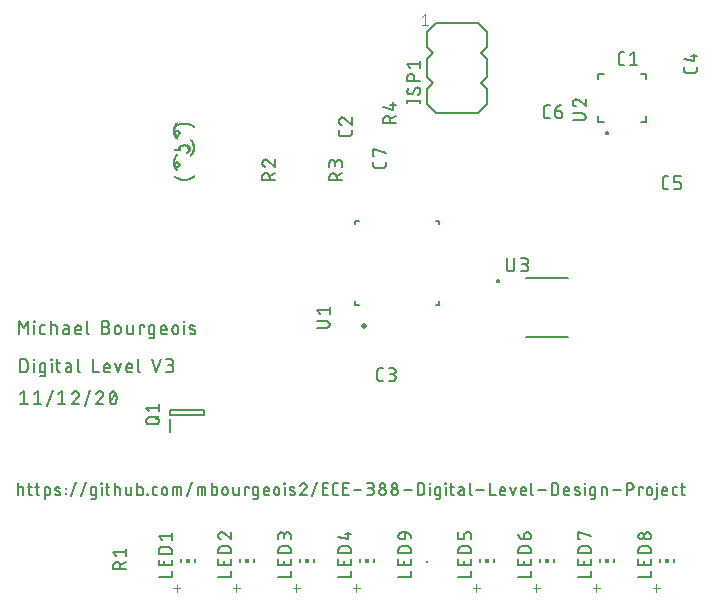
<source format=gto>
G04 EAGLE Gerber RS-274X export*
G75*
%MOMM*%
%FSLAX34Y34*%
%LPD*%
%INSilkscreen Top*%
%IPPOS*%
%AMOC8*
5,1,8,0,0,1.08239X$1,22.5*%
G01*
%ADD10C,0.177800*%
%ADD11R,0.012700X0.241300*%
%ADD12R,0.012700X0.114300*%
%ADD13R,0.012700X0.431800*%
%ADD14R,0.012700X0.558800*%
%ADD15R,0.012700X0.127000*%
%ADD16R,0.012700X0.647700*%
%ADD17R,0.012700X0.152400*%
%ADD18R,0.012700X0.723900*%
%ADD19R,0.012700X0.165100*%
%ADD20R,0.012700X0.787400*%
%ADD21R,0.012700X0.850900*%
%ADD22R,0.012700X0.139700*%
%ADD23R,0.012700X0.901700*%
%ADD24R,0.012700X0.939800*%
%ADD25R,0.012700X0.990600*%
%ADD26R,0.012700X1.028700*%
%ADD27R,0.012700X0.342900*%
%ADD28R,0.012700X0.393700*%
%ADD29R,0.012700X0.279400*%
%ADD30R,0.012700X0.330200*%
%ADD31R,0.012700X0.228600*%
%ADD32R,0.012700X0.292100*%
%ADD33R,0.012700X0.177800*%
%ADD34R,0.012700X0.215900*%
%ADD35R,0.012700X0.254000*%
%ADD36R,0.012700X0.190500*%
%ADD37R,0.012700X0.203200*%
%ADD38R,0.012700X0.101600*%
%ADD39R,0.012700X0.266700*%
%ADD40R,0.012700X0.444500*%
%ADD41R,0.012700X0.482600*%
%ADD42R,0.012700X0.520700*%
%ADD43R,0.012700X0.546100*%
%ADD44R,0.012700X0.571500*%
%ADD45R,0.012700X0.596900*%
%ADD46R,0.012700X0.622300*%
%ADD47R,0.012700X0.673100*%
%ADD48R,0.012700X0.304800*%
%ADD49R,0.012700X0.025400*%
%ADD50R,0.012700X0.419100*%
%ADD51R,0.012700X0.012700*%
%ADD52R,0.012700X0.406400*%
%ADD53R,0.012700X0.317500*%
%ADD54R,0.012700X0.381000*%
%ADD55R,0.012700X0.368300*%
%ADD56R,0.012700X0.355600*%
%ADD57R,0.012700X0.609600*%
%ADD58R,0.012700X0.584200*%
%ADD59R,0.012700X0.533400*%
%ADD60R,0.012700X0.495300*%
%ADD61R,0.012700X0.508000*%
%ADD62R,0.012700X1.003300*%
%ADD63R,0.012700X0.965200*%
%ADD64R,0.012700X0.927100*%
%ADD65R,0.012700X0.876300*%
%ADD66R,0.012700X0.825500*%
%ADD67R,0.012700X0.762000*%
%ADD68R,0.012700X0.698500*%
%ADD69C,0.152400*%
%ADD70C,0.508000*%
%ADD71C,0.127000*%
%ADD72C,0.200000*%
%ADD73C,0.076200*%
%ADD74R,0.150000X0.300000*%
%ADD75R,0.300000X0.300000*%
%ADD76R,0.200000X0.200000*%


D10*
X12776Y223799D02*
X12776Y234721D01*
X16417Y228654D01*
X20057Y234721D01*
X20057Y223799D01*
X25561Y223799D02*
X25561Y231081D01*
X25257Y234115D02*
X25257Y234721D01*
X25864Y234721D01*
X25864Y234115D01*
X25257Y234115D01*
X32211Y223799D02*
X34638Y223799D01*
X32211Y223800D02*
X32127Y223802D01*
X32043Y223808D01*
X31960Y223817D01*
X31877Y223831D01*
X31794Y223848D01*
X31713Y223869D01*
X31633Y223894D01*
X31554Y223923D01*
X31476Y223955D01*
X31400Y223991D01*
X31325Y224030D01*
X31253Y224073D01*
X31182Y224119D01*
X31114Y224168D01*
X31048Y224220D01*
X30985Y224275D01*
X30924Y224333D01*
X30866Y224394D01*
X30811Y224457D01*
X30759Y224523D01*
X30710Y224591D01*
X30664Y224662D01*
X30621Y224734D01*
X30582Y224809D01*
X30546Y224885D01*
X30514Y224963D01*
X30485Y225042D01*
X30460Y225122D01*
X30439Y225203D01*
X30422Y225286D01*
X30408Y225369D01*
X30399Y225452D01*
X30393Y225536D01*
X30391Y225620D01*
X30391Y229260D01*
X30393Y229344D01*
X30399Y229428D01*
X30408Y229511D01*
X30422Y229594D01*
X30439Y229677D01*
X30460Y229758D01*
X30485Y229838D01*
X30514Y229917D01*
X30546Y229995D01*
X30582Y230071D01*
X30621Y230146D01*
X30664Y230218D01*
X30710Y230289D01*
X30759Y230357D01*
X30811Y230423D01*
X30866Y230486D01*
X30924Y230547D01*
X30985Y230605D01*
X31048Y230660D01*
X31114Y230712D01*
X31182Y230761D01*
X31253Y230807D01*
X31325Y230850D01*
X31400Y230889D01*
X31476Y230925D01*
X31554Y230957D01*
X31633Y230986D01*
X31713Y231011D01*
X31794Y231032D01*
X31877Y231049D01*
X31960Y231063D01*
X32043Y231072D01*
X32127Y231078D01*
X32211Y231080D01*
X32211Y231081D02*
X34638Y231081D01*
X39517Y234721D02*
X39517Y223799D01*
X39517Y231081D02*
X42551Y231081D01*
X42551Y231080D02*
X42635Y231078D01*
X42719Y231072D01*
X42802Y231063D01*
X42885Y231049D01*
X42968Y231032D01*
X43049Y231011D01*
X43129Y230986D01*
X43208Y230957D01*
X43286Y230925D01*
X43362Y230889D01*
X43437Y230850D01*
X43509Y230807D01*
X43580Y230762D01*
X43648Y230712D01*
X43714Y230660D01*
X43777Y230605D01*
X43838Y230547D01*
X43896Y230486D01*
X43951Y230423D01*
X44003Y230357D01*
X44052Y230289D01*
X44098Y230218D01*
X44141Y230146D01*
X44180Y230071D01*
X44216Y229995D01*
X44248Y229917D01*
X44277Y229838D01*
X44302Y229758D01*
X44323Y229677D01*
X44340Y229594D01*
X44354Y229511D01*
X44363Y229428D01*
X44369Y229344D01*
X44371Y229260D01*
X44371Y223799D01*
X51846Y228047D02*
X54577Y228047D01*
X51846Y228047D02*
X51755Y228045D01*
X51663Y228039D01*
X51573Y228029D01*
X51482Y228016D01*
X51392Y227998D01*
X51304Y227977D01*
X51216Y227951D01*
X51129Y227922D01*
X51044Y227890D01*
X50960Y227853D01*
X50878Y227813D01*
X50797Y227770D01*
X50719Y227723D01*
X50642Y227673D01*
X50568Y227620D01*
X50496Y227563D01*
X50427Y227503D01*
X50360Y227441D01*
X50296Y227376D01*
X50235Y227308D01*
X50177Y227237D01*
X50122Y227164D01*
X50070Y227089D01*
X50022Y227011D01*
X49977Y226932D01*
X49935Y226850D01*
X49897Y226767D01*
X49863Y226683D01*
X49832Y226597D01*
X49805Y226509D01*
X49781Y226421D01*
X49762Y226332D01*
X49746Y226242D01*
X49734Y226151D01*
X49726Y226060D01*
X49722Y225969D01*
X49722Y225877D01*
X49726Y225786D01*
X49734Y225695D01*
X49746Y225604D01*
X49762Y225514D01*
X49781Y225425D01*
X49805Y225337D01*
X49832Y225249D01*
X49863Y225163D01*
X49897Y225079D01*
X49935Y224996D01*
X49977Y224914D01*
X50022Y224835D01*
X50070Y224757D01*
X50122Y224682D01*
X50177Y224609D01*
X50235Y224538D01*
X50296Y224470D01*
X50360Y224405D01*
X50427Y224343D01*
X50496Y224283D01*
X50568Y224226D01*
X50642Y224173D01*
X50719Y224123D01*
X50797Y224076D01*
X50878Y224033D01*
X50960Y223993D01*
X51044Y223956D01*
X51129Y223924D01*
X51216Y223895D01*
X51304Y223869D01*
X51392Y223848D01*
X51482Y223830D01*
X51573Y223817D01*
X51663Y223807D01*
X51755Y223801D01*
X51846Y223799D01*
X54577Y223799D01*
X54577Y229260D01*
X54576Y229260D02*
X54574Y229344D01*
X54568Y229428D01*
X54559Y229511D01*
X54545Y229594D01*
X54528Y229677D01*
X54507Y229758D01*
X54482Y229838D01*
X54453Y229917D01*
X54421Y229995D01*
X54385Y230071D01*
X54346Y230146D01*
X54303Y230218D01*
X54257Y230289D01*
X54208Y230357D01*
X54156Y230423D01*
X54101Y230486D01*
X54043Y230547D01*
X53982Y230605D01*
X53919Y230660D01*
X53853Y230712D01*
X53785Y230761D01*
X53714Y230807D01*
X53642Y230850D01*
X53567Y230889D01*
X53491Y230925D01*
X53413Y230957D01*
X53334Y230986D01*
X53254Y231011D01*
X53173Y231032D01*
X53090Y231049D01*
X53007Y231063D01*
X52924Y231072D01*
X52840Y231078D01*
X52756Y231080D01*
X52756Y231081D02*
X50329Y231081D01*
X61911Y223799D02*
X64945Y223799D01*
X61911Y223800D02*
X61827Y223802D01*
X61743Y223808D01*
X61660Y223817D01*
X61577Y223831D01*
X61494Y223848D01*
X61413Y223869D01*
X61333Y223894D01*
X61254Y223923D01*
X61176Y223955D01*
X61100Y223991D01*
X61025Y224030D01*
X60953Y224073D01*
X60882Y224119D01*
X60814Y224168D01*
X60748Y224220D01*
X60685Y224275D01*
X60624Y224333D01*
X60566Y224394D01*
X60511Y224457D01*
X60459Y224523D01*
X60410Y224591D01*
X60364Y224662D01*
X60321Y224734D01*
X60282Y224809D01*
X60246Y224885D01*
X60214Y224963D01*
X60185Y225042D01*
X60160Y225122D01*
X60139Y225203D01*
X60122Y225286D01*
X60108Y225369D01*
X60099Y225452D01*
X60093Y225536D01*
X60091Y225620D01*
X60091Y228654D01*
X60093Y228752D01*
X60099Y228849D01*
X60109Y228947D01*
X60122Y229043D01*
X60140Y229139D01*
X60162Y229235D01*
X60187Y229329D01*
X60216Y229423D01*
X60249Y229515D01*
X60285Y229605D01*
X60325Y229694D01*
X60369Y229782D01*
X60416Y229868D01*
X60467Y229951D01*
X60521Y230033D01*
X60578Y230112D01*
X60638Y230189D01*
X60701Y230263D01*
X60768Y230335D01*
X60837Y230404D01*
X60909Y230471D01*
X60983Y230534D01*
X61060Y230594D01*
X61139Y230651D01*
X61221Y230705D01*
X61305Y230756D01*
X61390Y230803D01*
X61478Y230847D01*
X61567Y230887D01*
X61657Y230923D01*
X61749Y230956D01*
X61843Y230985D01*
X61937Y231010D01*
X62033Y231032D01*
X62129Y231050D01*
X62225Y231063D01*
X62323Y231073D01*
X62420Y231079D01*
X62518Y231081D01*
X62616Y231079D01*
X62713Y231073D01*
X62811Y231063D01*
X62907Y231050D01*
X63003Y231032D01*
X63099Y231010D01*
X63193Y230985D01*
X63287Y230956D01*
X63379Y230923D01*
X63469Y230887D01*
X63558Y230847D01*
X63646Y230803D01*
X63732Y230756D01*
X63815Y230705D01*
X63897Y230651D01*
X63976Y230594D01*
X64053Y230534D01*
X64127Y230471D01*
X64199Y230404D01*
X64268Y230335D01*
X64335Y230263D01*
X64398Y230189D01*
X64458Y230112D01*
X64515Y230033D01*
X64569Y229951D01*
X64620Y229868D01*
X64667Y229782D01*
X64711Y229694D01*
X64751Y229605D01*
X64787Y229515D01*
X64820Y229423D01*
X64849Y229329D01*
X64874Y229235D01*
X64896Y229139D01*
X64914Y229043D01*
X64927Y228947D01*
X64937Y228849D01*
X64943Y228752D01*
X64945Y228654D01*
X64945Y227440D01*
X60091Y227440D01*
X70059Y225620D02*
X70059Y234721D01*
X70060Y225620D02*
X70062Y225536D01*
X70068Y225452D01*
X70077Y225369D01*
X70091Y225286D01*
X70108Y225203D01*
X70129Y225122D01*
X70154Y225042D01*
X70183Y224963D01*
X70215Y224885D01*
X70251Y224809D01*
X70290Y224734D01*
X70333Y224662D01*
X70379Y224591D01*
X70428Y224523D01*
X70480Y224457D01*
X70535Y224394D01*
X70593Y224333D01*
X70654Y224275D01*
X70717Y224220D01*
X70783Y224168D01*
X70851Y224119D01*
X70922Y224073D01*
X70994Y224030D01*
X71069Y223991D01*
X71145Y223955D01*
X71223Y223923D01*
X71302Y223894D01*
X71382Y223869D01*
X71463Y223848D01*
X71546Y223831D01*
X71629Y223817D01*
X71712Y223808D01*
X71796Y223802D01*
X71880Y223800D01*
X82958Y229867D02*
X85991Y229867D01*
X86099Y229865D01*
X86207Y229859D01*
X86315Y229850D01*
X86423Y229836D01*
X86530Y229819D01*
X86636Y229798D01*
X86741Y229773D01*
X86846Y229744D01*
X86949Y229712D01*
X87051Y229676D01*
X87152Y229636D01*
X87251Y229593D01*
X87349Y229546D01*
X87445Y229496D01*
X87539Y229442D01*
X87631Y229385D01*
X87721Y229325D01*
X87809Y229262D01*
X87895Y229195D01*
X87978Y229126D01*
X88058Y229054D01*
X88136Y228978D01*
X88212Y228900D01*
X88284Y228820D01*
X88353Y228737D01*
X88420Y228651D01*
X88483Y228563D01*
X88543Y228473D01*
X88600Y228381D01*
X88654Y228287D01*
X88704Y228191D01*
X88751Y228093D01*
X88794Y227994D01*
X88834Y227893D01*
X88870Y227791D01*
X88902Y227688D01*
X88931Y227583D01*
X88956Y227478D01*
X88977Y227372D01*
X88994Y227265D01*
X89008Y227157D01*
X89017Y227049D01*
X89023Y226941D01*
X89025Y226833D01*
X89023Y226725D01*
X89017Y226617D01*
X89008Y226509D01*
X88994Y226401D01*
X88977Y226294D01*
X88956Y226188D01*
X88931Y226083D01*
X88902Y225978D01*
X88870Y225875D01*
X88834Y225773D01*
X88794Y225672D01*
X88751Y225573D01*
X88704Y225475D01*
X88654Y225379D01*
X88600Y225285D01*
X88543Y225193D01*
X88483Y225103D01*
X88420Y225015D01*
X88353Y224929D01*
X88284Y224846D01*
X88212Y224766D01*
X88136Y224688D01*
X88058Y224612D01*
X87978Y224540D01*
X87895Y224471D01*
X87809Y224404D01*
X87721Y224341D01*
X87631Y224281D01*
X87539Y224224D01*
X87445Y224170D01*
X87349Y224120D01*
X87251Y224073D01*
X87152Y224030D01*
X87051Y223990D01*
X86949Y223954D01*
X86846Y223922D01*
X86741Y223893D01*
X86636Y223868D01*
X86530Y223847D01*
X86423Y223830D01*
X86315Y223816D01*
X86207Y223807D01*
X86099Y223801D01*
X85991Y223799D01*
X82958Y223799D01*
X82958Y234721D01*
X85991Y234721D01*
X86089Y234719D01*
X86186Y234713D01*
X86284Y234703D01*
X86380Y234690D01*
X86476Y234672D01*
X86572Y234650D01*
X86666Y234625D01*
X86760Y234596D01*
X86852Y234563D01*
X86942Y234527D01*
X87031Y234487D01*
X87119Y234443D01*
X87205Y234396D01*
X87288Y234345D01*
X87370Y234291D01*
X87449Y234234D01*
X87526Y234174D01*
X87600Y234111D01*
X87672Y234044D01*
X87741Y233975D01*
X87808Y233903D01*
X87871Y233829D01*
X87931Y233752D01*
X87988Y233673D01*
X88042Y233591D01*
X88093Y233507D01*
X88140Y233422D01*
X88184Y233334D01*
X88224Y233245D01*
X88260Y233155D01*
X88293Y233063D01*
X88322Y232969D01*
X88347Y232875D01*
X88369Y232779D01*
X88387Y232683D01*
X88400Y232587D01*
X88410Y232489D01*
X88416Y232392D01*
X88418Y232294D01*
X88416Y232196D01*
X88410Y232099D01*
X88400Y232001D01*
X88387Y231905D01*
X88369Y231809D01*
X88347Y231713D01*
X88322Y231619D01*
X88293Y231525D01*
X88260Y231433D01*
X88224Y231343D01*
X88184Y231254D01*
X88140Y231166D01*
X88093Y231081D01*
X88042Y230997D01*
X87988Y230915D01*
X87931Y230836D01*
X87871Y230759D01*
X87808Y230685D01*
X87741Y230613D01*
X87672Y230544D01*
X87600Y230477D01*
X87526Y230414D01*
X87449Y230354D01*
X87370Y230297D01*
X87288Y230243D01*
X87205Y230192D01*
X87119Y230145D01*
X87031Y230101D01*
X86942Y230061D01*
X86852Y230025D01*
X86760Y229992D01*
X86666Y229963D01*
X86572Y229938D01*
X86476Y229916D01*
X86380Y229898D01*
X86284Y229885D01*
X86186Y229875D01*
X86089Y229869D01*
X85991Y229867D01*
X93618Y228654D02*
X93618Y226226D01*
X93619Y228654D02*
X93621Y228752D01*
X93627Y228849D01*
X93637Y228947D01*
X93650Y229043D01*
X93668Y229139D01*
X93690Y229235D01*
X93715Y229329D01*
X93744Y229423D01*
X93777Y229515D01*
X93813Y229605D01*
X93853Y229694D01*
X93897Y229782D01*
X93944Y229868D01*
X93995Y229951D01*
X94049Y230033D01*
X94106Y230112D01*
X94166Y230189D01*
X94229Y230263D01*
X94296Y230335D01*
X94365Y230404D01*
X94437Y230471D01*
X94511Y230534D01*
X94588Y230594D01*
X94667Y230651D01*
X94749Y230705D01*
X94833Y230756D01*
X94918Y230803D01*
X95006Y230847D01*
X95095Y230887D01*
X95185Y230923D01*
X95277Y230956D01*
X95371Y230985D01*
X95465Y231010D01*
X95561Y231032D01*
X95657Y231050D01*
X95753Y231063D01*
X95851Y231073D01*
X95948Y231079D01*
X96046Y231081D01*
X96144Y231079D01*
X96241Y231073D01*
X96339Y231063D01*
X96435Y231050D01*
X96531Y231032D01*
X96627Y231010D01*
X96721Y230985D01*
X96815Y230956D01*
X96907Y230923D01*
X96997Y230887D01*
X97086Y230847D01*
X97174Y230803D01*
X97260Y230756D01*
X97343Y230705D01*
X97425Y230651D01*
X97504Y230594D01*
X97581Y230534D01*
X97655Y230471D01*
X97727Y230404D01*
X97796Y230335D01*
X97863Y230263D01*
X97926Y230189D01*
X97986Y230112D01*
X98043Y230033D01*
X98097Y229951D01*
X98148Y229868D01*
X98195Y229782D01*
X98239Y229694D01*
X98279Y229605D01*
X98315Y229515D01*
X98348Y229423D01*
X98377Y229329D01*
X98402Y229235D01*
X98424Y229139D01*
X98442Y229043D01*
X98455Y228947D01*
X98465Y228849D01*
X98471Y228752D01*
X98473Y228654D01*
X98473Y226226D01*
X98471Y226128D01*
X98465Y226031D01*
X98455Y225933D01*
X98442Y225837D01*
X98424Y225741D01*
X98402Y225645D01*
X98377Y225551D01*
X98348Y225457D01*
X98315Y225365D01*
X98279Y225275D01*
X98239Y225186D01*
X98195Y225098D01*
X98148Y225012D01*
X98097Y224929D01*
X98043Y224847D01*
X97986Y224768D01*
X97926Y224691D01*
X97863Y224617D01*
X97796Y224545D01*
X97727Y224476D01*
X97655Y224409D01*
X97581Y224346D01*
X97504Y224286D01*
X97425Y224229D01*
X97343Y224175D01*
X97259Y224124D01*
X97174Y224077D01*
X97086Y224033D01*
X96997Y223993D01*
X96907Y223957D01*
X96815Y223924D01*
X96721Y223895D01*
X96627Y223870D01*
X96531Y223848D01*
X96435Y223830D01*
X96339Y223817D01*
X96241Y223807D01*
X96144Y223801D01*
X96046Y223799D01*
X95948Y223801D01*
X95851Y223807D01*
X95753Y223817D01*
X95657Y223830D01*
X95561Y223848D01*
X95465Y223870D01*
X95371Y223895D01*
X95277Y223924D01*
X95185Y223957D01*
X95095Y223993D01*
X95006Y224033D01*
X94918Y224077D01*
X94832Y224124D01*
X94749Y224175D01*
X94667Y224229D01*
X94588Y224286D01*
X94511Y224346D01*
X94437Y224409D01*
X94365Y224476D01*
X94296Y224545D01*
X94229Y224617D01*
X94166Y224691D01*
X94106Y224768D01*
X94049Y224847D01*
X93995Y224929D01*
X93944Y225013D01*
X93897Y225098D01*
X93853Y225186D01*
X93813Y225275D01*
X93777Y225365D01*
X93744Y225457D01*
X93715Y225551D01*
X93690Y225645D01*
X93668Y225741D01*
X93650Y225837D01*
X93637Y225933D01*
X93627Y226031D01*
X93621Y226128D01*
X93619Y226226D01*
X103905Y225620D02*
X103905Y231081D01*
X103906Y225620D02*
X103908Y225536D01*
X103914Y225452D01*
X103923Y225369D01*
X103937Y225286D01*
X103954Y225203D01*
X103975Y225122D01*
X104000Y225042D01*
X104029Y224963D01*
X104061Y224885D01*
X104097Y224809D01*
X104136Y224734D01*
X104179Y224662D01*
X104225Y224591D01*
X104274Y224523D01*
X104326Y224457D01*
X104381Y224394D01*
X104439Y224333D01*
X104500Y224275D01*
X104563Y224220D01*
X104629Y224168D01*
X104697Y224119D01*
X104768Y224073D01*
X104840Y224030D01*
X104915Y223991D01*
X104991Y223955D01*
X105069Y223923D01*
X105148Y223894D01*
X105228Y223869D01*
X105309Y223848D01*
X105392Y223831D01*
X105475Y223817D01*
X105558Y223808D01*
X105642Y223802D01*
X105726Y223800D01*
X105726Y223799D02*
X108760Y223799D01*
X108760Y231081D01*
X114665Y231081D02*
X114665Y223799D01*
X114665Y231081D02*
X118305Y231081D01*
X118305Y229867D01*
X123933Y223799D02*
X126967Y223799D01*
X123933Y223800D02*
X123849Y223802D01*
X123765Y223808D01*
X123682Y223817D01*
X123599Y223831D01*
X123516Y223848D01*
X123435Y223869D01*
X123355Y223894D01*
X123276Y223923D01*
X123198Y223955D01*
X123122Y223991D01*
X123047Y224030D01*
X122975Y224073D01*
X122904Y224119D01*
X122836Y224168D01*
X122770Y224220D01*
X122707Y224275D01*
X122646Y224333D01*
X122588Y224394D01*
X122533Y224457D01*
X122481Y224523D01*
X122432Y224591D01*
X122386Y224662D01*
X122343Y224734D01*
X122304Y224809D01*
X122268Y224885D01*
X122236Y224963D01*
X122207Y225042D01*
X122182Y225122D01*
X122161Y225203D01*
X122144Y225286D01*
X122130Y225369D01*
X122121Y225452D01*
X122115Y225536D01*
X122113Y225620D01*
X122112Y225620D02*
X122112Y229260D01*
X122113Y229260D02*
X122115Y229344D01*
X122121Y229428D01*
X122130Y229511D01*
X122144Y229594D01*
X122161Y229677D01*
X122182Y229758D01*
X122207Y229838D01*
X122236Y229917D01*
X122268Y229995D01*
X122304Y230071D01*
X122343Y230146D01*
X122386Y230218D01*
X122432Y230289D01*
X122481Y230357D01*
X122533Y230423D01*
X122588Y230486D01*
X122646Y230547D01*
X122707Y230605D01*
X122770Y230660D01*
X122836Y230712D01*
X122904Y230761D01*
X122975Y230807D01*
X123047Y230850D01*
X123122Y230889D01*
X123198Y230925D01*
X123276Y230957D01*
X123355Y230986D01*
X123435Y231011D01*
X123516Y231032D01*
X123599Y231049D01*
X123682Y231063D01*
X123765Y231072D01*
X123849Y231078D01*
X123933Y231080D01*
X123933Y231081D02*
X126967Y231081D01*
X126967Y221979D01*
X126966Y221979D02*
X126964Y221895D01*
X126958Y221811D01*
X126949Y221728D01*
X126935Y221645D01*
X126918Y221562D01*
X126897Y221481D01*
X126872Y221401D01*
X126843Y221322D01*
X126811Y221244D01*
X126775Y221168D01*
X126736Y221093D01*
X126693Y221021D01*
X126648Y220950D01*
X126598Y220882D01*
X126546Y220816D01*
X126491Y220753D01*
X126433Y220692D01*
X126372Y220634D01*
X126309Y220579D01*
X126243Y220527D01*
X126175Y220478D01*
X126104Y220432D01*
X126032Y220389D01*
X125957Y220350D01*
X125881Y220314D01*
X125803Y220282D01*
X125724Y220253D01*
X125644Y220228D01*
X125563Y220207D01*
X125480Y220190D01*
X125397Y220176D01*
X125314Y220167D01*
X125230Y220161D01*
X125146Y220159D01*
X122719Y220159D01*
X134301Y223799D02*
X137335Y223799D01*
X134301Y223800D02*
X134217Y223802D01*
X134133Y223808D01*
X134050Y223817D01*
X133967Y223831D01*
X133884Y223848D01*
X133803Y223869D01*
X133723Y223894D01*
X133644Y223923D01*
X133566Y223955D01*
X133490Y223991D01*
X133415Y224030D01*
X133343Y224073D01*
X133272Y224119D01*
X133204Y224168D01*
X133138Y224220D01*
X133075Y224275D01*
X133014Y224333D01*
X132956Y224394D01*
X132901Y224457D01*
X132849Y224523D01*
X132800Y224591D01*
X132754Y224662D01*
X132711Y224734D01*
X132672Y224809D01*
X132636Y224885D01*
X132604Y224963D01*
X132575Y225042D01*
X132550Y225122D01*
X132529Y225203D01*
X132512Y225286D01*
X132498Y225369D01*
X132489Y225452D01*
X132483Y225536D01*
X132481Y225620D01*
X132480Y225620D02*
X132480Y228654D01*
X132482Y228752D01*
X132488Y228849D01*
X132498Y228947D01*
X132511Y229043D01*
X132529Y229139D01*
X132551Y229235D01*
X132576Y229329D01*
X132605Y229423D01*
X132638Y229515D01*
X132674Y229605D01*
X132714Y229694D01*
X132758Y229782D01*
X132805Y229868D01*
X132856Y229951D01*
X132910Y230033D01*
X132967Y230112D01*
X133027Y230189D01*
X133090Y230263D01*
X133157Y230335D01*
X133226Y230404D01*
X133298Y230471D01*
X133372Y230534D01*
X133449Y230594D01*
X133528Y230651D01*
X133610Y230705D01*
X133694Y230756D01*
X133779Y230803D01*
X133867Y230847D01*
X133956Y230887D01*
X134046Y230923D01*
X134138Y230956D01*
X134232Y230985D01*
X134326Y231010D01*
X134422Y231032D01*
X134518Y231050D01*
X134614Y231063D01*
X134712Y231073D01*
X134809Y231079D01*
X134907Y231081D01*
X135005Y231079D01*
X135102Y231073D01*
X135200Y231063D01*
X135296Y231050D01*
X135392Y231032D01*
X135488Y231010D01*
X135582Y230985D01*
X135676Y230956D01*
X135768Y230923D01*
X135858Y230887D01*
X135947Y230847D01*
X136035Y230803D01*
X136121Y230756D01*
X136204Y230705D01*
X136286Y230651D01*
X136365Y230594D01*
X136442Y230534D01*
X136516Y230471D01*
X136588Y230404D01*
X136657Y230335D01*
X136724Y230263D01*
X136787Y230189D01*
X136847Y230112D01*
X136904Y230033D01*
X136958Y229951D01*
X137009Y229868D01*
X137056Y229782D01*
X137100Y229694D01*
X137140Y229605D01*
X137176Y229515D01*
X137209Y229423D01*
X137238Y229329D01*
X137263Y229235D01*
X137285Y229139D01*
X137303Y229043D01*
X137316Y228947D01*
X137326Y228849D01*
X137332Y228752D01*
X137334Y228654D01*
X137335Y228654D02*
X137335Y227440D01*
X132480Y227440D01*
X142386Y226226D02*
X142386Y228654D01*
X142388Y228752D01*
X142394Y228849D01*
X142404Y228947D01*
X142417Y229043D01*
X142435Y229139D01*
X142457Y229235D01*
X142482Y229329D01*
X142511Y229423D01*
X142544Y229515D01*
X142580Y229605D01*
X142620Y229694D01*
X142664Y229782D01*
X142711Y229868D01*
X142762Y229951D01*
X142816Y230033D01*
X142873Y230112D01*
X142933Y230189D01*
X142996Y230263D01*
X143063Y230335D01*
X143132Y230404D01*
X143204Y230471D01*
X143278Y230534D01*
X143355Y230594D01*
X143434Y230651D01*
X143516Y230705D01*
X143600Y230756D01*
X143685Y230803D01*
X143773Y230847D01*
X143862Y230887D01*
X143952Y230923D01*
X144044Y230956D01*
X144138Y230985D01*
X144232Y231010D01*
X144328Y231032D01*
X144424Y231050D01*
X144520Y231063D01*
X144618Y231073D01*
X144715Y231079D01*
X144813Y231081D01*
X144911Y231079D01*
X145008Y231073D01*
X145106Y231063D01*
X145202Y231050D01*
X145298Y231032D01*
X145394Y231010D01*
X145488Y230985D01*
X145582Y230956D01*
X145674Y230923D01*
X145764Y230887D01*
X145853Y230847D01*
X145941Y230803D01*
X146027Y230756D01*
X146110Y230705D01*
X146192Y230651D01*
X146271Y230594D01*
X146348Y230534D01*
X146422Y230471D01*
X146494Y230404D01*
X146563Y230335D01*
X146630Y230263D01*
X146693Y230189D01*
X146753Y230112D01*
X146810Y230033D01*
X146864Y229951D01*
X146915Y229868D01*
X146962Y229782D01*
X147006Y229694D01*
X147046Y229605D01*
X147082Y229515D01*
X147115Y229423D01*
X147144Y229329D01*
X147169Y229235D01*
X147191Y229139D01*
X147209Y229043D01*
X147222Y228947D01*
X147232Y228849D01*
X147238Y228752D01*
X147240Y228654D01*
X147241Y228654D02*
X147241Y226226D01*
X147240Y226226D02*
X147238Y226128D01*
X147232Y226031D01*
X147222Y225933D01*
X147209Y225837D01*
X147191Y225741D01*
X147169Y225645D01*
X147144Y225551D01*
X147115Y225457D01*
X147082Y225365D01*
X147046Y225275D01*
X147006Y225186D01*
X146962Y225098D01*
X146915Y225012D01*
X146864Y224929D01*
X146810Y224847D01*
X146753Y224768D01*
X146693Y224691D01*
X146630Y224617D01*
X146563Y224545D01*
X146494Y224476D01*
X146422Y224409D01*
X146348Y224346D01*
X146271Y224286D01*
X146192Y224229D01*
X146110Y224175D01*
X146026Y224124D01*
X145941Y224077D01*
X145853Y224033D01*
X145764Y223993D01*
X145674Y223957D01*
X145582Y223924D01*
X145488Y223895D01*
X145394Y223870D01*
X145298Y223848D01*
X145202Y223830D01*
X145106Y223817D01*
X145008Y223807D01*
X144911Y223801D01*
X144813Y223799D01*
X144715Y223801D01*
X144618Y223807D01*
X144520Y223817D01*
X144424Y223830D01*
X144328Y223848D01*
X144232Y223870D01*
X144138Y223895D01*
X144044Y223924D01*
X143952Y223957D01*
X143862Y223993D01*
X143773Y224033D01*
X143685Y224077D01*
X143600Y224124D01*
X143516Y224175D01*
X143434Y224229D01*
X143355Y224286D01*
X143278Y224346D01*
X143204Y224409D01*
X143132Y224476D01*
X143063Y224545D01*
X142996Y224617D01*
X142933Y224691D01*
X142873Y224768D01*
X142816Y224847D01*
X142762Y224929D01*
X142711Y225013D01*
X142664Y225098D01*
X142620Y225186D01*
X142580Y225275D01*
X142544Y225365D01*
X142511Y225457D01*
X142482Y225551D01*
X142457Y225645D01*
X142435Y225741D01*
X142417Y225837D01*
X142404Y225933D01*
X142394Y226031D01*
X142388Y226128D01*
X142386Y226226D01*
X152052Y223799D02*
X152052Y231081D01*
X151749Y234115D02*
X151749Y234721D01*
X152356Y234721D01*
X152356Y234115D01*
X151749Y234115D01*
X157774Y228047D02*
X160808Y226833D01*
X157775Y228048D02*
X157703Y228078D01*
X157633Y228112D01*
X157565Y228150D01*
X157499Y228191D01*
X157434Y228235D01*
X157373Y228283D01*
X157313Y228333D01*
X157256Y228386D01*
X157202Y228442D01*
X157151Y228501D01*
X157102Y228562D01*
X157057Y228626D01*
X157015Y228691D01*
X156976Y228759D01*
X156940Y228828D01*
X156909Y228899D01*
X156880Y228972D01*
X156855Y229046D01*
X156834Y229121D01*
X156817Y229197D01*
X156804Y229274D01*
X156794Y229351D01*
X156788Y229429D01*
X156786Y229507D01*
X156788Y229585D01*
X156794Y229662D01*
X156803Y229740D01*
X156817Y229816D01*
X156834Y229893D01*
X156855Y229968D01*
X156879Y230042D01*
X156908Y230114D01*
X156939Y230185D01*
X156975Y230255D01*
X157013Y230323D01*
X157055Y230388D01*
X157101Y230452D01*
X157149Y230513D01*
X157200Y230572D01*
X157254Y230628D01*
X157311Y230681D01*
X157370Y230732D01*
X157432Y230779D01*
X157496Y230823D01*
X157563Y230864D01*
X157631Y230902D01*
X157701Y230937D01*
X157772Y230968D01*
X157845Y230995D01*
X157920Y231018D01*
X157995Y231038D01*
X158071Y231054D01*
X158148Y231067D01*
X158226Y231075D01*
X158304Y231080D01*
X158381Y231081D01*
X158547Y231077D01*
X158713Y231069D01*
X158878Y231056D01*
X159043Y231040D01*
X159207Y231020D01*
X159371Y230996D01*
X159534Y230967D01*
X159697Y230935D01*
X159859Y230899D01*
X160019Y230860D01*
X160179Y230816D01*
X160338Y230768D01*
X160496Y230717D01*
X160652Y230662D01*
X160807Y230603D01*
X160960Y230541D01*
X161112Y230474D01*
X160808Y226832D02*
X160880Y226802D01*
X160950Y226768D01*
X161018Y226730D01*
X161084Y226689D01*
X161149Y226645D01*
X161210Y226597D01*
X161270Y226547D01*
X161327Y226494D01*
X161381Y226438D01*
X161432Y226379D01*
X161481Y226318D01*
X161526Y226254D01*
X161568Y226189D01*
X161607Y226121D01*
X161643Y226052D01*
X161674Y225981D01*
X161703Y225908D01*
X161728Y225834D01*
X161749Y225759D01*
X161766Y225683D01*
X161779Y225606D01*
X161789Y225529D01*
X161795Y225451D01*
X161797Y225373D01*
X161795Y225295D01*
X161789Y225218D01*
X161780Y225140D01*
X161766Y225064D01*
X161749Y224987D01*
X161728Y224912D01*
X161704Y224838D01*
X161675Y224766D01*
X161644Y224695D01*
X161608Y224625D01*
X161570Y224557D01*
X161528Y224492D01*
X161482Y224428D01*
X161434Y224367D01*
X161383Y224308D01*
X161329Y224252D01*
X161272Y224199D01*
X161213Y224148D01*
X161151Y224101D01*
X161087Y224057D01*
X161020Y224016D01*
X160952Y223978D01*
X160882Y223943D01*
X160811Y223912D01*
X160738Y223885D01*
X160663Y223862D01*
X160588Y223842D01*
X160512Y223826D01*
X160435Y223813D01*
X160357Y223805D01*
X160279Y223800D01*
X160202Y223799D01*
X159959Y223805D01*
X159716Y223818D01*
X159473Y223835D01*
X159231Y223859D01*
X158989Y223888D01*
X158748Y223923D01*
X158508Y223964D01*
X158269Y224010D01*
X158031Y224062D01*
X157795Y224120D01*
X157560Y224183D01*
X157326Y224252D01*
X157095Y224326D01*
X156865Y224406D01*
X13691Y202463D02*
X13691Y191541D01*
X13691Y202463D02*
X16725Y202463D01*
X16833Y202461D01*
X16941Y202455D01*
X17049Y202446D01*
X17157Y202432D01*
X17264Y202415D01*
X17370Y202394D01*
X17475Y202369D01*
X17580Y202340D01*
X17683Y202308D01*
X17785Y202272D01*
X17886Y202232D01*
X17985Y202189D01*
X18083Y202142D01*
X18179Y202092D01*
X18273Y202038D01*
X18365Y201981D01*
X18455Y201921D01*
X18543Y201858D01*
X18629Y201791D01*
X18712Y201722D01*
X18792Y201650D01*
X18870Y201574D01*
X18946Y201496D01*
X19018Y201416D01*
X19087Y201333D01*
X19154Y201247D01*
X19217Y201159D01*
X19277Y201069D01*
X19334Y200977D01*
X19388Y200883D01*
X19438Y200787D01*
X19485Y200689D01*
X19528Y200590D01*
X19568Y200489D01*
X19604Y200387D01*
X19636Y200284D01*
X19665Y200179D01*
X19690Y200074D01*
X19711Y199968D01*
X19728Y199861D01*
X19742Y199753D01*
X19751Y199645D01*
X19757Y199537D01*
X19759Y199429D01*
X19758Y199429D02*
X19758Y194575D01*
X19759Y194575D02*
X19757Y194467D01*
X19751Y194359D01*
X19742Y194251D01*
X19728Y194143D01*
X19711Y194036D01*
X19690Y193930D01*
X19665Y193825D01*
X19636Y193720D01*
X19604Y193617D01*
X19568Y193515D01*
X19528Y193414D01*
X19485Y193315D01*
X19438Y193217D01*
X19388Y193121D01*
X19334Y193027D01*
X19277Y192935D01*
X19217Y192845D01*
X19154Y192757D01*
X19087Y192671D01*
X19018Y192588D01*
X18946Y192508D01*
X18870Y192430D01*
X18792Y192354D01*
X18712Y192282D01*
X18629Y192213D01*
X18543Y192146D01*
X18455Y192083D01*
X18365Y192023D01*
X18273Y191966D01*
X18179Y191912D01*
X18083Y191862D01*
X17985Y191815D01*
X17886Y191772D01*
X17785Y191732D01*
X17683Y191696D01*
X17580Y191664D01*
X17475Y191635D01*
X17370Y191610D01*
X17264Y191589D01*
X17157Y191572D01*
X17049Y191558D01*
X16941Y191549D01*
X16833Y191543D01*
X16725Y191541D01*
X13691Y191541D01*
X25107Y191541D02*
X25107Y198823D01*
X24803Y201857D02*
X24803Y202463D01*
X25410Y202463D01*
X25410Y201857D01*
X24803Y201857D01*
X31658Y191541D02*
X34692Y191541D01*
X31658Y191542D02*
X31574Y191544D01*
X31490Y191550D01*
X31407Y191559D01*
X31324Y191573D01*
X31241Y191590D01*
X31160Y191611D01*
X31080Y191636D01*
X31001Y191665D01*
X30923Y191697D01*
X30847Y191733D01*
X30772Y191772D01*
X30700Y191815D01*
X30629Y191861D01*
X30561Y191910D01*
X30495Y191962D01*
X30432Y192017D01*
X30371Y192075D01*
X30313Y192136D01*
X30258Y192199D01*
X30206Y192265D01*
X30157Y192333D01*
X30111Y192404D01*
X30068Y192476D01*
X30029Y192551D01*
X29993Y192627D01*
X29961Y192705D01*
X29932Y192784D01*
X29907Y192864D01*
X29886Y192945D01*
X29869Y193028D01*
X29855Y193111D01*
X29846Y193194D01*
X29840Y193278D01*
X29838Y193362D01*
X29837Y193362D02*
X29837Y197002D01*
X29838Y197002D02*
X29840Y197086D01*
X29846Y197170D01*
X29855Y197253D01*
X29869Y197336D01*
X29886Y197419D01*
X29907Y197500D01*
X29932Y197580D01*
X29961Y197659D01*
X29993Y197737D01*
X30029Y197813D01*
X30068Y197888D01*
X30111Y197960D01*
X30157Y198031D01*
X30206Y198099D01*
X30258Y198165D01*
X30313Y198228D01*
X30371Y198289D01*
X30432Y198347D01*
X30495Y198402D01*
X30561Y198454D01*
X30629Y198503D01*
X30700Y198549D01*
X30772Y198592D01*
X30847Y198631D01*
X30923Y198667D01*
X31001Y198699D01*
X31080Y198728D01*
X31160Y198753D01*
X31241Y198774D01*
X31324Y198791D01*
X31407Y198805D01*
X31490Y198814D01*
X31574Y198820D01*
X31658Y198822D01*
X31658Y198823D02*
X34692Y198823D01*
X34692Y189721D01*
X34691Y189721D02*
X34689Y189637D01*
X34683Y189553D01*
X34674Y189470D01*
X34660Y189387D01*
X34643Y189304D01*
X34622Y189223D01*
X34597Y189143D01*
X34568Y189064D01*
X34536Y188986D01*
X34500Y188910D01*
X34461Y188835D01*
X34418Y188763D01*
X34373Y188692D01*
X34323Y188624D01*
X34271Y188558D01*
X34216Y188495D01*
X34158Y188434D01*
X34097Y188376D01*
X34034Y188321D01*
X33968Y188269D01*
X33900Y188220D01*
X33829Y188174D01*
X33757Y188131D01*
X33682Y188092D01*
X33606Y188056D01*
X33528Y188024D01*
X33449Y187995D01*
X33369Y187970D01*
X33288Y187949D01*
X33205Y187932D01*
X33122Y187918D01*
X33039Y187909D01*
X32955Y187903D01*
X32871Y187901D01*
X30444Y187901D01*
X39966Y191541D02*
X39966Y198823D01*
X39662Y201857D02*
X39662Y202463D01*
X40269Y202463D01*
X40269Y201857D01*
X39662Y201857D01*
X43733Y198823D02*
X47374Y198823D01*
X44947Y202463D02*
X44947Y193362D01*
X44949Y193278D01*
X44955Y193194D01*
X44964Y193111D01*
X44978Y193028D01*
X44995Y192945D01*
X45016Y192864D01*
X45041Y192784D01*
X45070Y192705D01*
X45102Y192627D01*
X45138Y192551D01*
X45177Y192476D01*
X45220Y192404D01*
X45266Y192333D01*
X45315Y192265D01*
X45367Y192199D01*
X45422Y192136D01*
X45480Y192075D01*
X45541Y192017D01*
X45604Y191962D01*
X45670Y191910D01*
X45738Y191860D01*
X45809Y191815D01*
X45881Y191772D01*
X45956Y191733D01*
X46032Y191697D01*
X46110Y191665D01*
X46189Y191636D01*
X46269Y191611D01*
X46350Y191590D01*
X46433Y191573D01*
X46516Y191559D01*
X46599Y191550D01*
X46683Y191544D01*
X46767Y191542D01*
X46767Y191541D02*
X47374Y191541D01*
X54059Y195789D02*
X56790Y195789D01*
X54059Y195789D02*
X53968Y195787D01*
X53876Y195781D01*
X53786Y195771D01*
X53695Y195758D01*
X53605Y195740D01*
X53517Y195719D01*
X53429Y195693D01*
X53342Y195664D01*
X53257Y195632D01*
X53173Y195595D01*
X53091Y195555D01*
X53010Y195512D01*
X52932Y195465D01*
X52855Y195415D01*
X52781Y195362D01*
X52709Y195305D01*
X52640Y195245D01*
X52573Y195183D01*
X52509Y195118D01*
X52448Y195050D01*
X52390Y194979D01*
X52335Y194906D01*
X52283Y194831D01*
X52235Y194753D01*
X52190Y194674D01*
X52148Y194592D01*
X52110Y194509D01*
X52076Y194425D01*
X52045Y194339D01*
X52018Y194251D01*
X51994Y194163D01*
X51975Y194074D01*
X51959Y193984D01*
X51947Y193893D01*
X51939Y193802D01*
X51935Y193711D01*
X51935Y193619D01*
X51939Y193528D01*
X51947Y193437D01*
X51959Y193346D01*
X51975Y193256D01*
X51994Y193167D01*
X52018Y193079D01*
X52045Y192991D01*
X52076Y192905D01*
X52110Y192821D01*
X52148Y192738D01*
X52190Y192656D01*
X52235Y192577D01*
X52283Y192499D01*
X52335Y192424D01*
X52390Y192351D01*
X52448Y192280D01*
X52509Y192212D01*
X52573Y192147D01*
X52640Y192085D01*
X52709Y192025D01*
X52781Y191968D01*
X52855Y191915D01*
X52932Y191865D01*
X53010Y191818D01*
X53091Y191775D01*
X53173Y191735D01*
X53257Y191698D01*
X53342Y191666D01*
X53429Y191637D01*
X53517Y191611D01*
X53605Y191590D01*
X53695Y191572D01*
X53786Y191559D01*
X53876Y191549D01*
X53968Y191543D01*
X54059Y191541D01*
X56790Y191541D01*
X56790Y197002D01*
X56789Y197002D02*
X56787Y197086D01*
X56781Y197170D01*
X56772Y197253D01*
X56758Y197336D01*
X56741Y197419D01*
X56720Y197500D01*
X56695Y197580D01*
X56666Y197659D01*
X56634Y197737D01*
X56598Y197813D01*
X56559Y197888D01*
X56516Y197960D01*
X56470Y198031D01*
X56421Y198099D01*
X56369Y198165D01*
X56314Y198228D01*
X56256Y198289D01*
X56195Y198347D01*
X56132Y198402D01*
X56066Y198454D01*
X55998Y198503D01*
X55927Y198549D01*
X55855Y198592D01*
X55780Y198631D01*
X55704Y198667D01*
X55626Y198699D01*
X55547Y198728D01*
X55467Y198753D01*
X55386Y198774D01*
X55303Y198791D01*
X55220Y198805D01*
X55137Y198814D01*
X55053Y198820D01*
X54969Y198822D01*
X54969Y198823D02*
X52542Y198823D01*
X62366Y202463D02*
X62366Y193362D01*
X62368Y193278D01*
X62374Y193194D01*
X62383Y193111D01*
X62397Y193028D01*
X62414Y192945D01*
X62435Y192864D01*
X62460Y192784D01*
X62489Y192705D01*
X62521Y192627D01*
X62557Y192551D01*
X62596Y192476D01*
X62639Y192404D01*
X62685Y192333D01*
X62734Y192265D01*
X62786Y192199D01*
X62841Y192136D01*
X62899Y192075D01*
X62960Y192017D01*
X63023Y191962D01*
X63089Y191910D01*
X63157Y191861D01*
X63228Y191815D01*
X63300Y191772D01*
X63375Y191733D01*
X63451Y191697D01*
X63529Y191665D01*
X63608Y191636D01*
X63688Y191611D01*
X63769Y191590D01*
X63852Y191573D01*
X63935Y191559D01*
X64018Y191550D01*
X64102Y191544D01*
X64186Y191542D01*
X75063Y191541D02*
X75063Y202463D01*
X75063Y191541D02*
X79917Y191541D01*
X86222Y191541D02*
X89255Y191541D01*
X86222Y191542D02*
X86138Y191544D01*
X86054Y191550D01*
X85971Y191559D01*
X85888Y191573D01*
X85805Y191590D01*
X85724Y191611D01*
X85644Y191636D01*
X85565Y191665D01*
X85487Y191697D01*
X85411Y191733D01*
X85336Y191772D01*
X85264Y191815D01*
X85193Y191861D01*
X85125Y191910D01*
X85059Y191962D01*
X84996Y192017D01*
X84935Y192075D01*
X84877Y192136D01*
X84822Y192199D01*
X84770Y192265D01*
X84721Y192333D01*
X84675Y192404D01*
X84632Y192476D01*
X84593Y192551D01*
X84557Y192627D01*
X84525Y192705D01*
X84496Y192784D01*
X84471Y192864D01*
X84450Y192945D01*
X84433Y193028D01*
X84419Y193111D01*
X84410Y193194D01*
X84404Y193278D01*
X84402Y193362D01*
X84401Y193362D02*
X84401Y196396D01*
X84403Y196494D01*
X84409Y196591D01*
X84419Y196689D01*
X84432Y196785D01*
X84450Y196881D01*
X84472Y196977D01*
X84497Y197071D01*
X84526Y197165D01*
X84559Y197257D01*
X84595Y197347D01*
X84635Y197436D01*
X84679Y197524D01*
X84726Y197610D01*
X84777Y197693D01*
X84831Y197775D01*
X84888Y197854D01*
X84948Y197931D01*
X85011Y198005D01*
X85078Y198077D01*
X85147Y198146D01*
X85219Y198213D01*
X85293Y198276D01*
X85370Y198336D01*
X85449Y198393D01*
X85531Y198447D01*
X85615Y198498D01*
X85700Y198545D01*
X85788Y198589D01*
X85877Y198629D01*
X85967Y198665D01*
X86059Y198698D01*
X86153Y198727D01*
X86247Y198752D01*
X86343Y198774D01*
X86439Y198792D01*
X86535Y198805D01*
X86633Y198815D01*
X86730Y198821D01*
X86828Y198823D01*
X86926Y198821D01*
X87023Y198815D01*
X87121Y198805D01*
X87217Y198792D01*
X87313Y198774D01*
X87409Y198752D01*
X87503Y198727D01*
X87597Y198698D01*
X87689Y198665D01*
X87779Y198629D01*
X87868Y198589D01*
X87956Y198545D01*
X88042Y198498D01*
X88125Y198447D01*
X88207Y198393D01*
X88286Y198336D01*
X88363Y198276D01*
X88437Y198213D01*
X88509Y198146D01*
X88578Y198077D01*
X88645Y198005D01*
X88708Y197931D01*
X88768Y197854D01*
X88825Y197775D01*
X88879Y197693D01*
X88930Y197610D01*
X88977Y197524D01*
X89021Y197436D01*
X89061Y197347D01*
X89097Y197257D01*
X89130Y197165D01*
X89159Y197071D01*
X89184Y196977D01*
X89206Y196881D01*
X89224Y196785D01*
X89237Y196689D01*
X89247Y196591D01*
X89253Y196494D01*
X89255Y196396D01*
X89255Y195182D01*
X84401Y195182D01*
X93926Y198823D02*
X96353Y191541D01*
X98780Y198823D01*
X105271Y191541D02*
X108305Y191541D01*
X105271Y191542D02*
X105187Y191544D01*
X105103Y191550D01*
X105020Y191559D01*
X104937Y191573D01*
X104854Y191590D01*
X104773Y191611D01*
X104693Y191636D01*
X104614Y191665D01*
X104536Y191697D01*
X104460Y191733D01*
X104385Y191772D01*
X104313Y191815D01*
X104242Y191861D01*
X104174Y191910D01*
X104108Y191962D01*
X104045Y192017D01*
X103984Y192075D01*
X103926Y192136D01*
X103871Y192199D01*
X103819Y192265D01*
X103770Y192333D01*
X103724Y192404D01*
X103681Y192476D01*
X103642Y192551D01*
X103606Y192627D01*
X103574Y192705D01*
X103545Y192784D01*
X103520Y192864D01*
X103499Y192945D01*
X103482Y193028D01*
X103468Y193111D01*
X103459Y193194D01*
X103453Y193278D01*
X103451Y193362D01*
X103451Y196396D01*
X103453Y196494D01*
X103459Y196591D01*
X103469Y196689D01*
X103482Y196785D01*
X103500Y196881D01*
X103522Y196977D01*
X103547Y197071D01*
X103576Y197165D01*
X103609Y197257D01*
X103645Y197347D01*
X103685Y197436D01*
X103729Y197524D01*
X103776Y197610D01*
X103827Y197693D01*
X103881Y197775D01*
X103938Y197854D01*
X103998Y197931D01*
X104061Y198005D01*
X104128Y198077D01*
X104197Y198146D01*
X104269Y198213D01*
X104343Y198276D01*
X104420Y198336D01*
X104499Y198393D01*
X104581Y198447D01*
X104665Y198498D01*
X104750Y198545D01*
X104838Y198589D01*
X104927Y198629D01*
X105017Y198665D01*
X105109Y198698D01*
X105203Y198727D01*
X105297Y198752D01*
X105393Y198774D01*
X105489Y198792D01*
X105585Y198805D01*
X105683Y198815D01*
X105780Y198821D01*
X105878Y198823D01*
X105976Y198821D01*
X106073Y198815D01*
X106171Y198805D01*
X106267Y198792D01*
X106363Y198774D01*
X106459Y198752D01*
X106553Y198727D01*
X106647Y198698D01*
X106739Y198665D01*
X106829Y198629D01*
X106918Y198589D01*
X107006Y198545D01*
X107092Y198498D01*
X107175Y198447D01*
X107257Y198393D01*
X107336Y198336D01*
X107413Y198276D01*
X107487Y198213D01*
X107559Y198146D01*
X107628Y198077D01*
X107695Y198005D01*
X107758Y197931D01*
X107818Y197854D01*
X107875Y197775D01*
X107929Y197693D01*
X107980Y197610D01*
X108027Y197524D01*
X108071Y197436D01*
X108111Y197347D01*
X108147Y197257D01*
X108180Y197165D01*
X108209Y197071D01*
X108234Y196977D01*
X108256Y196881D01*
X108274Y196785D01*
X108287Y196689D01*
X108297Y196591D01*
X108303Y196494D01*
X108305Y196396D01*
X108305Y195182D01*
X103451Y195182D01*
X113420Y193362D02*
X113420Y202463D01*
X113420Y193362D02*
X113422Y193278D01*
X113428Y193194D01*
X113437Y193111D01*
X113451Y193028D01*
X113468Y192945D01*
X113489Y192864D01*
X113514Y192784D01*
X113543Y192705D01*
X113575Y192627D01*
X113611Y192551D01*
X113650Y192476D01*
X113693Y192404D01*
X113739Y192333D01*
X113788Y192265D01*
X113840Y192199D01*
X113895Y192136D01*
X113953Y192075D01*
X114014Y192017D01*
X114077Y191962D01*
X114143Y191910D01*
X114211Y191861D01*
X114282Y191815D01*
X114354Y191772D01*
X114429Y191733D01*
X114505Y191697D01*
X114583Y191665D01*
X114662Y191636D01*
X114742Y191611D01*
X114823Y191590D01*
X114906Y191573D01*
X114989Y191559D01*
X115072Y191550D01*
X115156Y191544D01*
X115240Y191542D01*
X128738Y191541D02*
X125098Y202463D01*
X132379Y202463D02*
X128738Y191541D01*
X137134Y191541D02*
X140168Y191541D01*
X140276Y191543D01*
X140384Y191549D01*
X140492Y191558D01*
X140600Y191572D01*
X140707Y191589D01*
X140813Y191610D01*
X140918Y191635D01*
X141023Y191664D01*
X141126Y191696D01*
X141228Y191732D01*
X141329Y191772D01*
X141428Y191815D01*
X141526Y191862D01*
X141622Y191912D01*
X141716Y191966D01*
X141808Y192023D01*
X141898Y192083D01*
X141986Y192146D01*
X142072Y192213D01*
X142155Y192282D01*
X142235Y192354D01*
X142313Y192430D01*
X142389Y192508D01*
X142461Y192588D01*
X142530Y192671D01*
X142597Y192757D01*
X142660Y192845D01*
X142720Y192935D01*
X142777Y193027D01*
X142831Y193121D01*
X142881Y193217D01*
X142928Y193315D01*
X142971Y193414D01*
X143011Y193515D01*
X143047Y193617D01*
X143079Y193720D01*
X143108Y193825D01*
X143133Y193930D01*
X143154Y194036D01*
X143171Y194143D01*
X143185Y194251D01*
X143194Y194359D01*
X143200Y194467D01*
X143202Y194575D01*
X143200Y194683D01*
X143194Y194791D01*
X143185Y194899D01*
X143171Y195007D01*
X143154Y195114D01*
X143133Y195220D01*
X143108Y195325D01*
X143079Y195430D01*
X143047Y195533D01*
X143011Y195635D01*
X142971Y195736D01*
X142928Y195835D01*
X142881Y195933D01*
X142831Y196029D01*
X142777Y196123D01*
X142720Y196215D01*
X142660Y196305D01*
X142597Y196393D01*
X142530Y196479D01*
X142461Y196562D01*
X142389Y196642D01*
X142313Y196720D01*
X142235Y196796D01*
X142155Y196868D01*
X142072Y196937D01*
X141986Y197004D01*
X141898Y197067D01*
X141808Y197127D01*
X141716Y197184D01*
X141622Y197238D01*
X141526Y197288D01*
X141428Y197335D01*
X141329Y197378D01*
X141228Y197418D01*
X141126Y197454D01*
X141023Y197486D01*
X140918Y197515D01*
X140813Y197540D01*
X140707Y197561D01*
X140600Y197578D01*
X140492Y197592D01*
X140384Y197601D01*
X140276Y197607D01*
X140168Y197609D01*
X140775Y202463D02*
X137134Y202463D01*
X140775Y202463D02*
X140873Y202461D01*
X140970Y202455D01*
X141068Y202445D01*
X141164Y202432D01*
X141260Y202414D01*
X141356Y202392D01*
X141450Y202367D01*
X141544Y202338D01*
X141636Y202305D01*
X141726Y202269D01*
X141815Y202229D01*
X141903Y202185D01*
X141989Y202138D01*
X142072Y202087D01*
X142154Y202033D01*
X142233Y201976D01*
X142310Y201916D01*
X142384Y201853D01*
X142456Y201786D01*
X142525Y201717D01*
X142592Y201645D01*
X142655Y201571D01*
X142715Y201494D01*
X142772Y201415D01*
X142826Y201333D01*
X142877Y201249D01*
X142924Y201164D01*
X142968Y201076D01*
X143008Y200987D01*
X143044Y200897D01*
X143077Y200805D01*
X143106Y200711D01*
X143131Y200617D01*
X143153Y200521D01*
X143171Y200425D01*
X143184Y200329D01*
X143194Y200231D01*
X143200Y200134D01*
X143202Y200036D01*
X143200Y199938D01*
X143194Y199841D01*
X143184Y199743D01*
X143171Y199647D01*
X143153Y199551D01*
X143131Y199455D01*
X143106Y199361D01*
X143077Y199267D01*
X143044Y199175D01*
X143008Y199085D01*
X142968Y198996D01*
X142924Y198908D01*
X142877Y198823D01*
X142826Y198739D01*
X142772Y198657D01*
X142715Y198578D01*
X142655Y198501D01*
X142592Y198427D01*
X142525Y198355D01*
X142456Y198286D01*
X142384Y198219D01*
X142310Y198156D01*
X142233Y198096D01*
X142154Y198039D01*
X142072Y197985D01*
X141989Y197934D01*
X141903Y197887D01*
X141815Y197843D01*
X141726Y197803D01*
X141636Y197767D01*
X141544Y197734D01*
X141450Y197705D01*
X141356Y197680D01*
X141260Y197658D01*
X141164Y197640D01*
X141068Y197627D01*
X140970Y197617D01*
X140873Y197611D01*
X140775Y197609D01*
X138348Y197609D01*
X16674Y175235D02*
X13640Y172808D01*
X16674Y175235D02*
X16674Y164313D01*
X13640Y164313D02*
X19708Y164313D01*
X25070Y172808D02*
X28104Y175235D01*
X28104Y164313D01*
X25070Y164313D02*
X31138Y164313D01*
X35964Y163099D02*
X40818Y176448D01*
X45644Y172808D02*
X48678Y175235D01*
X48678Y164313D01*
X51711Y164313D02*
X45644Y164313D01*
X60411Y175235D02*
X60513Y175233D01*
X60615Y175227D01*
X60717Y175218D01*
X60818Y175204D01*
X60919Y175187D01*
X61019Y175167D01*
X61118Y175142D01*
X61216Y175114D01*
X61313Y175082D01*
X61409Y175046D01*
X61503Y175007D01*
X61596Y174965D01*
X61687Y174919D01*
X61777Y174869D01*
X61864Y174816D01*
X61949Y174760D01*
X62033Y174701D01*
X62114Y174639D01*
X62192Y174574D01*
X62269Y174506D01*
X62342Y174435D01*
X62413Y174362D01*
X62481Y174285D01*
X62546Y174207D01*
X62608Y174126D01*
X62667Y174042D01*
X62723Y173957D01*
X62776Y173870D01*
X62826Y173780D01*
X62872Y173689D01*
X62914Y173596D01*
X62953Y173502D01*
X62989Y173406D01*
X63021Y173309D01*
X63049Y173211D01*
X63074Y173112D01*
X63094Y173012D01*
X63111Y172911D01*
X63125Y172810D01*
X63134Y172708D01*
X63140Y172606D01*
X63142Y172504D01*
X60411Y175235D02*
X60295Y175233D01*
X60179Y175227D01*
X60063Y175218D01*
X59948Y175204D01*
X59833Y175187D01*
X59719Y175166D01*
X59606Y175141D01*
X59493Y175113D01*
X59382Y175081D01*
X59271Y175045D01*
X59162Y175005D01*
X59054Y174962D01*
X58948Y174915D01*
X58843Y174865D01*
X58740Y174812D01*
X58639Y174755D01*
X58540Y174694D01*
X58443Y174631D01*
X58348Y174564D01*
X58255Y174494D01*
X58165Y174421D01*
X58077Y174346D01*
X57991Y174267D01*
X57909Y174185D01*
X57829Y174101D01*
X57751Y174015D01*
X57677Y173925D01*
X57606Y173834D01*
X57538Y173740D01*
X57473Y173643D01*
X57411Y173545D01*
X57352Y173445D01*
X57297Y173343D01*
X57245Y173239D01*
X57197Y173133D01*
X57152Y173026D01*
X57111Y172918D01*
X57074Y172808D01*
X62232Y170380D02*
X62305Y170453D01*
X62376Y170528D01*
X62444Y170605D01*
X62510Y170685D01*
X62572Y170767D01*
X62632Y170851D01*
X62689Y170938D01*
X62742Y171026D01*
X62793Y171116D01*
X62840Y171208D01*
X62884Y171301D01*
X62925Y171396D01*
X62962Y171493D01*
X62996Y171590D01*
X63026Y171689D01*
X63053Y171788D01*
X63077Y171889D01*
X63097Y171990D01*
X63113Y172092D01*
X63126Y172195D01*
X63135Y172298D01*
X63140Y172401D01*
X63142Y172504D01*
X62231Y170380D02*
X57074Y164313D01*
X63141Y164313D01*
X67967Y163099D02*
X72822Y176448D01*
X80985Y175235D02*
X81087Y175233D01*
X81189Y175227D01*
X81291Y175218D01*
X81392Y175204D01*
X81493Y175187D01*
X81593Y175167D01*
X81692Y175142D01*
X81790Y175114D01*
X81887Y175082D01*
X81983Y175046D01*
X82077Y175007D01*
X82170Y174965D01*
X82261Y174919D01*
X82351Y174869D01*
X82438Y174816D01*
X82523Y174760D01*
X82607Y174701D01*
X82688Y174639D01*
X82766Y174574D01*
X82843Y174506D01*
X82916Y174435D01*
X82987Y174362D01*
X83055Y174285D01*
X83120Y174207D01*
X83182Y174126D01*
X83241Y174042D01*
X83297Y173957D01*
X83350Y173870D01*
X83400Y173780D01*
X83446Y173689D01*
X83488Y173596D01*
X83527Y173502D01*
X83563Y173406D01*
X83595Y173309D01*
X83623Y173211D01*
X83648Y173112D01*
X83668Y173012D01*
X83685Y172911D01*
X83699Y172810D01*
X83708Y172708D01*
X83714Y172606D01*
X83716Y172504D01*
X80985Y175235D02*
X80869Y175233D01*
X80753Y175227D01*
X80637Y175218D01*
X80522Y175204D01*
X80407Y175187D01*
X80293Y175166D01*
X80180Y175141D01*
X80067Y175113D01*
X79956Y175081D01*
X79845Y175045D01*
X79736Y175005D01*
X79628Y174962D01*
X79522Y174915D01*
X79417Y174865D01*
X79314Y174812D01*
X79213Y174755D01*
X79114Y174694D01*
X79017Y174631D01*
X78922Y174564D01*
X78829Y174494D01*
X78739Y174421D01*
X78651Y174346D01*
X78565Y174267D01*
X78483Y174185D01*
X78403Y174101D01*
X78325Y174015D01*
X78251Y173925D01*
X78180Y173834D01*
X78112Y173740D01*
X78047Y173643D01*
X77985Y173545D01*
X77926Y173445D01*
X77871Y173343D01*
X77819Y173239D01*
X77771Y173133D01*
X77726Y173026D01*
X77685Y172918D01*
X77648Y172808D01*
X82806Y170380D02*
X82879Y170453D01*
X82950Y170528D01*
X83018Y170605D01*
X83084Y170685D01*
X83146Y170767D01*
X83206Y170851D01*
X83263Y170938D01*
X83316Y171026D01*
X83367Y171116D01*
X83414Y171208D01*
X83458Y171301D01*
X83499Y171396D01*
X83536Y171493D01*
X83570Y171590D01*
X83600Y171689D01*
X83627Y171788D01*
X83651Y171889D01*
X83671Y171990D01*
X83687Y172092D01*
X83700Y172195D01*
X83709Y172298D01*
X83714Y172401D01*
X83716Y172504D01*
X82805Y170380D02*
X77648Y164313D01*
X83715Y164313D01*
X89078Y169774D02*
X89081Y169989D01*
X89088Y170204D01*
X89101Y170418D01*
X89119Y170632D01*
X89142Y170846D01*
X89170Y171059D01*
X89203Y171271D01*
X89242Y171482D01*
X89285Y171693D01*
X89333Y171902D01*
X89387Y172110D01*
X89445Y172317D01*
X89508Y172523D01*
X89576Y172726D01*
X89649Y172929D01*
X89727Y173129D01*
X89809Y173327D01*
X89896Y173524D01*
X89988Y173718D01*
X90020Y173805D01*
X90056Y173891D01*
X90095Y173975D01*
X90137Y174058D01*
X90183Y174139D01*
X90232Y174217D01*
X90285Y174294D01*
X90340Y174368D01*
X90398Y174440D01*
X90460Y174510D01*
X90524Y174577D01*
X90591Y174641D01*
X90661Y174703D01*
X90733Y174761D01*
X90807Y174817D01*
X90884Y174869D01*
X90962Y174918D01*
X91043Y174964D01*
X91126Y175007D01*
X91210Y175046D01*
X91296Y175081D01*
X91383Y175113D01*
X91471Y175142D01*
X91561Y175166D01*
X91651Y175187D01*
X91742Y175204D01*
X91834Y175218D01*
X91927Y175227D01*
X92019Y175233D01*
X92112Y175235D01*
X92205Y175233D01*
X92297Y175227D01*
X92390Y175218D01*
X92482Y175204D01*
X92573Y175187D01*
X92663Y175166D01*
X92753Y175142D01*
X92841Y175113D01*
X92928Y175081D01*
X93014Y175046D01*
X93098Y175007D01*
X93181Y174964D01*
X93262Y174918D01*
X93340Y174869D01*
X93417Y174817D01*
X93491Y174761D01*
X93563Y174703D01*
X93633Y174641D01*
X93700Y174577D01*
X93764Y174510D01*
X93826Y174440D01*
X93884Y174368D01*
X93940Y174294D01*
X93992Y174217D01*
X94041Y174139D01*
X94087Y174058D01*
X94129Y173975D01*
X94168Y173891D01*
X94204Y173805D01*
X94236Y173718D01*
X94235Y173718D02*
X94327Y173524D01*
X94414Y173327D01*
X94496Y173129D01*
X94574Y172928D01*
X94647Y172726D01*
X94715Y172523D01*
X94778Y172317D01*
X94836Y172110D01*
X94890Y171902D01*
X94938Y171693D01*
X94981Y171482D01*
X95020Y171271D01*
X95053Y171059D01*
X95081Y170846D01*
X95104Y170632D01*
X95122Y170418D01*
X95135Y170204D01*
X95142Y169989D01*
X95145Y169774D01*
X89077Y169774D02*
X89080Y169559D01*
X89087Y169344D01*
X89100Y169130D01*
X89118Y168916D01*
X89141Y168702D01*
X89169Y168489D01*
X89202Y168277D01*
X89241Y168065D01*
X89284Y167855D01*
X89332Y167646D01*
X89386Y167437D01*
X89444Y167231D01*
X89507Y167025D01*
X89575Y166821D01*
X89648Y166619D01*
X89726Y166419D01*
X89808Y166220D01*
X89895Y166024D01*
X89987Y165830D01*
X89988Y165830D02*
X90020Y165743D01*
X90056Y165657D01*
X90095Y165573D01*
X90137Y165490D01*
X90183Y165409D01*
X90232Y165331D01*
X90285Y165254D01*
X90340Y165180D01*
X90398Y165108D01*
X90460Y165038D01*
X90524Y164971D01*
X90591Y164907D01*
X90661Y164845D01*
X90733Y164787D01*
X90807Y164731D01*
X90884Y164679D01*
X90962Y164630D01*
X91043Y164584D01*
X91126Y164541D01*
X91210Y164502D01*
X91296Y164467D01*
X91383Y164435D01*
X91471Y164406D01*
X91561Y164382D01*
X91651Y164361D01*
X91742Y164344D01*
X91834Y164330D01*
X91927Y164321D01*
X92019Y164315D01*
X92112Y164313D01*
X94236Y165830D02*
X94328Y166024D01*
X94415Y166220D01*
X94497Y166419D01*
X94575Y166619D01*
X94648Y166821D01*
X94716Y167025D01*
X94779Y167231D01*
X94837Y167437D01*
X94891Y167646D01*
X94939Y167855D01*
X94982Y168065D01*
X95021Y168277D01*
X95054Y168489D01*
X95082Y168702D01*
X95105Y168916D01*
X95123Y169130D01*
X95136Y169344D01*
X95143Y169559D01*
X95146Y169774D01*
X94236Y165830D02*
X94204Y165743D01*
X94168Y165657D01*
X94129Y165573D01*
X94087Y165490D01*
X94041Y165409D01*
X93992Y165331D01*
X93939Y165254D01*
X93884Y165180D01*
X93826Y165108D01*
X93764Y165038D01*
X93700Y164971D01*
X93633Y164907D01*
X93563Y164845D01*
X93491Y164787D01*
X93417Y164731D01*
X93340Y164679D01*
X93262Y164630D01*
X93181Y164584D01*
X93098Y164541D01*
X93014Y164502D01*
X92928Y164467D01*
X92841Y164435D01*
X92753Y164406D01*
X92663Y164382D01*
X92573Y164361D01*
X92482Y164344D01*
X92390Y164330D01*
X92297Y164321D01*
X92205Y164315D01*
X92112Y164313D01*
X89684Y166740D02*
X94539Y172808D01*
D11*
X161519Y381432D03*
D12*
X161392Y357048D03*
D13*
X161392Y381368D03*
D12*
X161392Y399085D03*
X161265Y357048D03*
D14*
X161265Y381368D03*
D12*
X161265Y399212D03*
D15*
X161138Y356857D03*
D16*
X161138Y381432D03*
D17*
X161138Y399148D03*
D15*
X161011Y356857D03*
D18*
X161011Y381432D03*
D19*
X161011Y399212D03*
D15*
X160884Y356730D03*
D20*
X160884Y381368D03*
D17*
X160884Y399275D03*
D15*
X160757Y356603D03*
D21*
X160757Y381432D03*
D19*
X160757Y399339D03*
D22*
X160630Y356540D03*
D23*
X160630Y381432D03*
D19*
X160630Y399466D03*
D15*
X160503Y356476D03*
D24*
X160503Y381368D03*
D19*
X160503Y399593D03*
D22*
X160376Y356413D03*
D25*
X160376Y381368D03*
D19*
X160376Y399593D03*
D22*
X160249Y356286D03*
D26*
X160249Y381432D03*
D19*
X160249Y399720D03*
D22*
X160122Y356286D03*
D27*
X160122Y377749D03*
D28*
X160122Y384734D03*
D19*
X160122Y399720D03*
D22*
X159995Y356159D03*
D29*
X159995Y377304D03*
D30*
X159995Y385305D03*
D19*
X159995Y399847D03*
D22*
X159868Y356032D03*
D31*
X159868Y376923D03*
D32*
X159868Y385623D03*
D33*
X159868Y399910D03*
D22*
X159741Y356032D03*
D34*
X159741Y376606D03*
D35*
X159741Y385940D03*
D19*
X159741Y399974D03*
D22*
X159614Y355905D03*
D36*
X159614Y376352D03*
D11*
X159614Y386131D03*
D33*
X159614Y400037D03*
D22*
X159487Y355905D03*
D33*
X159487Y376161D03*
D34*
X159487Y386385D03*
D19*
X159487Y400101D03*
D17*
X159360Y355841D03*
D19*
X159360Y375971D03*
D37*
X159360Y386575D03*
D33*
X159360Y400164D03*
D17*
X159233Y355714D03*
X159233Y375780D03*
D36*
X159233Y386766D03*
D33*
X159233Y400291D03*
D17*
X159106Y355714D03*
D22*
X159106Y375590D03*
D36*
X159106Y386893D03*
D33*
X159106Y400291D03*
D17*
X158979Y355587D03*
D22*
X158979Y375463D03*
D33*
X158979Y387083D03*
X158979Y400418D03*
D17*
X158852Y355587D03*
D15*
X158852Y375272D03*
D33*
X158852Y387210D03*
X158852Y400418D03*
D17*
X158725Y355460D03*
D15*
X158725Y375145D03*
D33*
X158725Y387337D03*
X158725Y400545D03*
D17*
X158598Y355460D03*
D12*
X158598Y375082D03*
D19*
X158598Y387401D03*
D33*
X158598Y400545D03*
D17*
X158471Y355333D03*
D12*
X158471Y374955D03*
D17*
X158471Y387591D03*
D33*
X158471Y400672D03*
D17*
X158344Y355333D03*
D12*
X158344Y374828D03*
D19*
X158344Y387655D03*
D33*
X158344Y400672D03*
D19*
X158217Y355270D03*
D38*
X158217Y374764D03*
D12*
X158217Y387528D03*
D33*
X158217Y400799D03*
D17*
X158090Y355206D03*
D38*
X158090Y374637D03*
X158090Y387591D03*
D33*
X158090Y400799D03*
D19*
X157963Y355143D03*
D36*
X157963Y400863D03*
D19*
X157836Y355143D03*
D17*
X157836Y379971D03*
D33*
X157836Y400926D03*
D19*
X157709Y355016D03*
D39*
X157709Y379908D03*
D33*
X157709Y400926D03*
D19*
X157582Y355016D03*
D30*
X157582Y379971D03*
D36*
X157582Y400990D03*
D17*
X157455Y354952D03*
D28*
X157455Y380035D03*
D33*
X157455Y401053D03*
D19*
X157328Y354889D03*
D40*
X157328Y380035D03*
D36*
X157328Y401117D03*
D19*
X157201Y354889D03*
D41*
X157201Y379971D03*
D33*
X157201Y401180D03*
X157074Y354825D03*
D42*
X157074Y380035D03*
D33*
X157074Y401180D03*
D19*
X156947Y354762D03*
D43*
X156947Y380035D03*
D36*
X156947Y401244D03*
D19*
X156820Y354762D03*
D44*
X156820Y380035D03*
D36*
X156820Y401244D03*
D33*
X156693Y354698D03*
D45*
X156693Y380035D03*
D33*
X156693Y401307D03*
D19*
X156566Y354635D03*
D46*
X156566Y380035D03*
D36*
X156566Y401371D03*
D19*
X156439Y354635D03*
D16*
X156439Y380035D03*
D36*
X156439Y401371D03*
D33*
X156312Y354571D03*
D47*
X156312Y380035D03*
D33*
X156312Y401434D03*
X156185Y354571D03*
D47*
X156185Y380035D03*
D36*
X156185Y401498D03*
D19*
X156058Y354508D03*
D11*
X156058Y377749D03*
D48*
X156058Y382003D03*
D36*
X156058Y401498D03*
D33*
X155931Y354444D03*
D34*
X155931Y377495D03*
D29*
X155931Y382257D03*
D36*
X155931Y401498D03*
D33*
X155804Y354444D03*
D37*
X155804Y377431D03*
D35*
X155804Y382384D03*
D33*
X155804Y401561D03*
X155677Y354444D03*
D37*
X155677Y377304D03*
D35*
X155677Y382511D03*
D36*
X155677Y401625D03*
D33*
X155550Y354444D03*
D36*
X155550Y377241D03*
D11*
X155550Y382575D03*
D36*
X155550Y401625D03*
D33*
X155423Y354317D03*
D36*
X155423Y377114D03*
D11*
X155423Y382702D03*
D36*
X155423Y401625D03*
D33*
X155296Y354317D03*
D36*
X155296Y377114D03*
D31*
X155296Y382765D03*
D36*
X155296Y401625D03*
D33*
X155169Y354317D03*
X155169Y377050D03*
D34*
X155169Y382829D03*
D33*
X155169Y401688D03*
X155042Y354317D03*
D36*
X155042Y376987D03*
D34*
X155042Y382956D03*
D36*
X155042Y401752D03*
X154915Y354254D03*
D33*
X154915Y376923D03*
D34*
X154915Y382956D03*
D36*
X154915Y401752D03*
X154788Y354254D03*
D33*
X154788Y376923D03*
D37*
X154788Y383019D03*
D36*
X154788Y401752D03*
D33*
X154661Y354190D03*
X154661Y376923D03*
D37*
X154661Y383019D03*
D36*
X154661Y401752D03*
D33*
X154534Y354190D03*
X154534Y376796D03*
D37*
X154534Y383146D03*
D36*
X154534Y401752D03*
D33*
X154407Y354190D03*
D12*
X154407Y376987D03*
D37*
X154407Y383146D03*
D36*
X154407Y401752D03*
D33*
X154280Y354190D03*
D49*
X154280Y377304D03*
D36*
X154280Y383210D03*
D33*
X154280Y401815D03*
X154153Y354190D03*
D36*
X154153Y383210D03*
X154153Y401879D03*
X154026Y354127D03*
X154026Y383210D03*
X154026Y401879D03*
X153899Y354127D03*
X153899Y383210D03*
X153899Y401879D03*
X153772Y354127D03*
X153772Y383210D03*
X153772Y401879D03*
X153645Y354127D03*
X153645Y383337D03*
X153645Y401879D03*
X153518Y354127D03*
X153518Y383337D03*
X153518Y401879D03*
X153391Y354127D03*
X153391Y383337D03*
X153391Y401879D03*
X153264Y354127D03*
X153264Y383337D03*
X153264Y401879D03*
X153137Y354127D03*
X153137Y383337D03*
X153137Y401879D03*
X153010Y354127D03*
X153010Y383337D03*
X153010Y401879D03*
X152883Y354127D03*
X152883Y383337D03*
X152883Y401879D03*
X152756Y354127D03*
X152756Y383337D03*
X152756Y401879D03*
X152629Y354127D03*
X152629Y383337D03*
X152629Y401879D03*
X152502Y354127D03*
X152502Y383337D03*
X152502Y401879D03*
X152375Y354127D03*
X152375Y383337D03*
X152375Y401879D03*
X152248Y354127D03*
X152248Y383337D03*
X152248Y401879D03*
X152121Y354127D03*
D33*
X152121Y383273D03*
D36*
X152121Y401879D03*
X151994Y354127D03*
D33*
X151994Y383273D03*
D36*
X151994Y401879D03*
X151867Y354127D03*
D33*
X151867Y383273D03*
X151867Y401815D03*
D36*
X151740Y354127D03*
X151740Y383210D03*
D33*
X151740Y401815D03*
D36*
X151613Y354127D03*
X151613Y383210D03*
D33*
X151613Y401815D03*
D36*
X151486Y354127D03*
X151486Y383210D03*
D33*
X151486Y401815D03*
X151359Y354190D03*
X151359Y383146D03*
X151359Y401815D03*
D36*
X151232Y354254D03*
D33*
X151232Y383146D03*
D36*
X151232Y401752D03*
X151105Y354254D03*
X151105Y383083D03*
X151105Y401752D03*
X150978Y354254D03*
X150978Y383083D03*
X150978Y401752D03*
X150851Y354254D03*
D33*
X150851Y383019D03*
X150851Y401688D03*
D36*
X150724Y354254D03*
X150724Y382956D03*
D33*
X150724Y401688D03*
X150597Y354317D03*
D36*
X150597Y382956D03*
D33*
X150597Y401688D03*
D36*
X150470Y354381D03*
X150470Y382829D03*
D33*
X150470Y401688D03*
D36*
X150343Y354381D03*
D37*
X150343Y382765D03*
D36*
X150343Y401625D03*
X150216Y354381D03*
D37*
X150216Y382638D03*
D33*
X150216Y401561D03*
D36*
X150089Y354381D03*
D34*
X150089Y382575D03*
D33*
X150089Y401561D03*
X149962Y354444D03*
D34*
X149962Y382448D03*
D33*
X149962Y401561D03*
D36*
X149835Y354508D03*
D11*
X149835Y382321D03*
D19*
X149835Y401498D03*
D36*
X149708Y354508D03*
D49*
X149708Y379209D03*
D39*
X149708Y382067D03*
D33*
X149708Y401434D03*
D36*
X149581Y354508D03*
D50*
X149581Y381178D03*
D33*
X149581Y401434D03*
X149454Y354571D03*
D51*
X149454Y378892D03*
D52*
X149454Y381114D03*
D33*
X149454Y401434D03*
D36*
X149327Y354635D03*
D12*
X149327Y367081D03*
D13*
X149327Y380987D03*
D38*
X149327Y393687D03*
D19*
X149327Y401371D03*
D36*
X149200Y354635D03*
X149200Y367081D03*
D50*
X149200Y380924D03*
D37*
X149200Y393687D03*
D33*
X149200Y401307D03*
X149073Y354698D03*
D11*
X149073Y367081D03*
D52*
X149073Y380860D03*
D35*
X149073Y393687D03*
D33*
X149073Y401307D03*
D36*
X148946Y354762D03*
D32*
X148946Y367081D03*
D28*
X148946Y380797D03*
D29*
X148946Y393687D03*
D19*
X148946Y401244D03*
D36*
X148819Y354762D03*
D53*
X148819Y367081D03*
D54*
X148819Y380733D03*
D48*
X148819Y393687D03*
D19*
X148819Y401244D03*
D33*
X148692Y354825D03*
D27*
X148692Y367081D03*
D55*
X148692Y380670D03*
D56*
X148692Y393687D03*
D19*
X148692Y401117D03*
D36*
X148565Y354889D03*
D55*
X148565Y367081D03*
D27*
X148565Y380543D03*
D55*
X148565Y393624D03*
D19*
X148565Y401117D03*
D33*
X148438Y354952D03*
D28*
X148438Y367081D03*
D30*
X148438Y380479D03*
D28*
X148438Y393624D03*
D19*
X148438Y401117D03*
D33*
X148311Y354952D03*
D50*
X148311Y367081D03*
D48*
X148311Y380352D03*
D50*
X148311Y393624D03*
D19*
X148311Y400990D03*
D36*
X148184Y355016D03*
D13*
X148184Y367017D03*
D29*
X148184Y380225D03*
D13*
X148184Y393687D03*
D19*
X148184Y400990D03*
D33*
X148057Y355079D03*
D22*
X148057Y365557D03*
D36*
X148057Y368351D03*
D35*
X148057Y380098D03*
D17*
X148057Y392163D03*
D36*
X148057Y394894D03*
D17*
X148057Y400926D03*
D33*
X147930Y355079D03*
D15*
X147930Y365366D03*
D19*
X147930Y368478D03*
D37*
X147930Y379844D03*
D22*
X147930Y391973D03*
D33*
X147930Y395084D03*
D19*
X147930Y400863D03*
D33*
X147803Y355206D03*
D15*
X147803Y365239D03*
D19*
X147803Y368605D03*
D36*
X147803Y379781D03*
D15*
X147803Y391909D03*
D17*
X147803Y395211D03*
X147803Y400799D03*
D33*
X147676Y355206D03*
D12*
X147676Y365176D03*
D17*
X147676Y368668D03*
D36*
X147676Y379781D03*
D15*
X147676Y391782D03*
D17*
X147676Y395338D03*
X147676Y400799D03*
D33*
X147549Y355333D03*
D15*
X147549Y365112D03*
D22*
X147549Y368732D03*
D36*
X147549Y379781D03*
D12*
X147549Y391719D03*
D22*
X147549Y395402D03*
D17*
X147549Y400672D03*
D33*
X147422Y355333D03*
D12*
X147422Y365049D03*
D22*
X147422Y368859D03*
D36*
X147422Y379781D03*
D12*
X147422Y391719D03*
D22*
X147422Y395402D03*
D17*
X147422Y400672D03*
D19*
X147295Y355397D03*
D12*
X147295Y365049D03*
D22*
X147295Y368859D03*
D36*
X147295Y379781D03*
D12*
X147295Y391592D03*
D15*
X147295Y395465D03*
D17*
X147295Y400545D03*
D33*
X147168Y355460D03*
D12*
X147168Y365049D03*
D15*
X147168Y368922D03*
D36*
X147168Y379781D03*
D12*
X147168Y391592D03*
D15*
X147168Y395465D03*
D17*
X147168Y400545D03*
D19*
X147041Y355524D03*
D12*
X147041Y362509D03*
D15*
X147041Y364985D03*
X147041Y368922D03*
D38*
X147041Y375526D03*
D36*
X147041Y379781D03*
D38*
X147041Y389115D03*
D12*
X147041Y391592D03*
X147041Y395529D03*
D17*
X147041Y400418D03*
D12*
X147041Y402133D03*
D33*
X146914Y355587D03*
D12*
X146914Y362636D03*
D15*
X146914Y364985D03*
X146914Y368922D03*
D38*
X146914Y375399D03*
D36*
X146914Y379781D03*
D12*
X146914Y389179D03*
X146914Y391592D03*
X146914Y395529D03*
D17*
X146914Y400418D03*
D12*
X146914Y402006D03*
D19*
X146787Y355651D03*
D17*
X146787Y362445D03*
D15*
X146787Y364985D03*
X146787Y368922D03*
D12*
X146787Y375336D03*
D36*
X146787Y379781D03*
D17*
X146787Y389115D03*
D12*
X146787Y391592D03*
X146787Y395529D03*
D22*
X146787Y400355D03*
D12*
X146787Y401879D03*
D33*
X146660Y355714D03*
D17*
X146660Y362572D03*
D15*
X146660Y364985D03*
X146660Y368922D03*
D12*
X146660Y375209D03*
D36*
X146660Y379781D03*
D17*
X146660Y389242D03*
D12*
X146660Y391592D03*
X146660Y395529D03*
D22*
X146660Y400228D03*
D15*
X146660Y401815D03*
D19*
X146533Y355778D03*
D17*
X146533Y362699D03*
D15*
X146533Y364985D03*
X146533Y368922D03*
D12*
X146533Y375082D03*
D36*
X146533Y379781D03*
D19*
X146533Y389306D03*
D12*
X146533Y391592D03*
X146533Y395529D03*
D22*
X146533Y400228D03*
D15*
X146533Y401688D03*
D33*
X146406Y355841D03*
D19*
X146406Y362763D03*
D15*
X146406Y364985D03*
X146406Y368922D03*
X146406Y375018D03*
D36*
X146406Y379781D03*
D19*
X146406Y389433D03*
D15*
X146406Y391655D03*
D12*
X146406Y395529D03*
D22*
X146406Y400101D03*
D15*
X146406Y401561D03*
D19*
X146279Y355905D03*
D33*
X146279Y362953D03*
D22*
X146279Y365049D03*
D12*
X146279Y368859D03*
D15*
X146279Y374891D03*
D36*
X146279Y379781D03*
D19*
X146279Y389560D03*
D15*
X146279Y391655D03*
D12*
X146279Y395529D03*
D29*
X146279Y400672D03*
D19*
X146152Y356032D03*
D33*
X146152Y363080D03*
D15*
X146152Y365112D03*
D12*
X146152Y368859D03*
D22*
X146152Y374701D03*
D36*
X146152Y379781D03*
D33*
X146152Y389623D03*
D22*
X146152Y391719D03*
D15*
X146152Y395465D03*
D39*
X146152Y400609D03*
D33*
X146025Y356095D03*
X146025Y363207D03*
D22*
X146025Y365176D03*
D15*
X146025Y368795D03*
D22*
X146025Y374574D03*
D36*
X146025Y379781D03*
X146025Y389814D03*
D17*
X146025Y391782D03*
D12*
X146025Y395402D03*
D29*
X146025Y400545D03*
D19*
X145898Y356159D03*
D36*
X145898Y363398D03*
D17*
X145898Y365239D03*
D12*
X145898Y368732D03*
D22*
X145898Y374447D03*
D36*
X145898Y379781D03*
X145898Y389941D03*
D22*
X145898Y391846D03*
D15*
X145898Y395338D03*
D39*
X145898Y400482D03*
D33*
X145771Y356222D03*
D56*
X145771Y364350D03*
D15*
X145771Y368668D03*
D17*
X145771Y374256D03*
D36*
X145771Y379781D03*
D55*
X145771Y390957D03*
D15*
X145771Y395211D03*
D39*
X145771Y400355D03*
D19*
X145644Y356286D03*
D56*
X145644Y364477D03*
D22*
X145644Y368478D03*
D19*
X145644Y374066D03*
D36*
X145644Y379781D03*
D55*
X145644Y391084D03*
D22*
X145644Y395148D03*
D35*
X145644Y400291D03*
D19*
X145517Y356413D03*
D54*
X145517Y364731D03*
D19*
X145517Y368351D03*
D33*
X145517Y373875D03*
D36*
X145517Y379781D03*
D54*
X145517Y391274D03*
D17*
X145517Y394957D03*
D35*
X145517Y400164D03*
D19*
X145390Y356413D03*
D57*
X145390Y366001D03*
D36*
X145390Y373685D03*
X145390Y379781D03*
D57*
X145390Y392544D03*
D11*
X145390Y400101D03*
D19*
X145263Y356540D03*
D58*
X145263Y366001D03*
D34*
X145263Y373431D03*
D36*
X145263Y379781D03*
D45*
X145263Y392608D03*
D31*
X145263Y399910D03*
D19*
X145136Y356667D03*
D14*
X145136Y366001D03*
D35*
X145136Y373113D03*
D36*
X145136Y379781D03*
D44*
X145136Y392608D03*
D11*
X145136Y399720D03*
D17*
X145009Y356730D03*
D59*
X145009Y366001D03*
D29*
X145009Y372732D03*
D36*
X145009Y379781D03*
D59*
X145009Y392671D03*
D32*
X145009Y399339D03*
D19*
X144882Y356794D03*
D60*
X144882Y366065D03*
D56*
X144882Y372224D03*
D36*
X144882Y379781D03*
D61*
X144882Y392671D03*
D27*
X144882Y398831D03*
D17*
X144755Y356857D03*
D62*
X144755Y368732D03*
D36*
X144755Y379781D03*
D62*
X144755Y395402D03*
D12*
X144628Y356794D03*
D63*
X144628Y368795D03*
D19*
X144628Y379654D03*
D63*
X144628Y395338D03*
D38*
X144501Y356857D03*
D64*
X144501Y368732D03*
D19*
X144501Y379654D03*
D64*
X144501Y395402D03*
D65*
X144374Y368732D03*
X144374Y395402D03*
D66*
X144247Y368732D03*
X144247Y395402D03*
D67*
X144120Y368795D03*
X144120Y395338D03*
D68*
X143993Y368732D03*
X143993Y395402D03*
D46*
X143866Y368732D03*
X143866Y395402D03*
D42*
X143739Y368732D03*
D59*
X143739Y395338D03*
D52*
X143612Y368795D03*
X143612Y395338D03*
D34*
X143485Y368732D03*
X143485Y395402D03*
D69*
X11532Y97434D02*
X11532Y87528D01*
X11532Y94132D02*
X14283Y94132D01*
X14362Y94130D01*
X14440Y94125D01*
X14518Y94115D01*
X14595Y94102D01*
X14672Y94085D01*
X14748Y94065D01*
X14823Y94041D01*
X14897Y94014D01*
X14969Y93983D01*
X15040Y93948D01*
X15109Y93911D01*
X15176Y93870D01*
X15241Y93826D01*
X15304Y93779D01*
X15364Y93729D01*
X15422Y93676D01*
X15478Y93620D01*
X15531Y93562D01*
X15581Y93502D01*
X15628Y93439D01*
X15672Y93374D01*
X15713Y93307D01*
X15750Y93238D01*
X15785Y93167D01*
X15816Y93095D01*
X15843Y93021D01*
X15867Y92946D01*
X15887Y92870D01*
X15904Y92793D01*
X15917Y92716D01*
X15927Y92638D01*
X15932Y92560D01*
X15934Y92481D01*
X15934Y87528D01*
X19858Y94132D02*
X23160Y94132D01*
X20958Y97434D02*
X20958Y89179D01*
X20960Y89100D01*
X20965Y89022D01*
X20975Y88944D01*
X20988Y88867D01*
X21005Y88790D01*
X21025Y88714D01*
X21049Y88639D01*
X21076Y88565D01*
X21107Y88493D01*
X21142Y88422D01*
X21179Y88354D01*
X21220Y88286D01*
X21264Y88221D01*
X21311Y88158D01*
X21361Y88098D01*
X21414Y88040D01*
X21470Y87984D01*
X21528Y87931D01*
X21588Y87881D01*
X21651Y87834D01*
X21716Y87790D01*
X21783Y87749D01*
X21852Y87712D01*
X21923Y87677D01*
X21995Y87646D01*
X22069Y87619D01*
X22144Y87595D01*
X22220Y87575D01*
X22297Y87558D01*
X22374Y87545D01*
X22452Y87535D01*
X22530Y87530D01*
X22609Y87528D01*
X23160Y87528D01*
X26373Y94132D02*
X29675Y94132D01*
X27473Y97434D02*
X27473Y89179D01*
X27475Y89100D01*
X27480Y89022D01*
X27490Y88944D01*
X27503Y88867D01*
X27520Y88790D01*
X27540Y88714D01*
X27564Y88639D01*
X27591Y88565D01*
X27622Y88493D01*
X27657Y88422D01*
X27694Y88354D01*
X27735Y88286D01*
X27779Y88221D01*
X27826Y88158D01*
X27876Y88098D01*
X27929Y88040D01*
X27985Y87984D01*
X28043Y87931D01*
X28103Y87881D01*
X28166Y87834D01*
X28231Y87790D01*
X28298Y87749D01*
X28367Y87712D01*
X28438Y87677D01*
X28510Y87646D01*
X28584Y87619D01*
X28659Y87595D01*
X28735Y87575D01*
X28812Y87558D01*
X28889Y87545D01*
X28967Y87535D01*
X29045Y87530D01*
X29124Y87528D01*
X29675Y87528D01*
X34234Y84226D02*
X34234Y94132D01*
X36985Y94132D01*
X37064Y94130D01*
X37142Y94125D01*
X37220Y94115D01*
X37297Y94102D01*
X37374Y94085D01*
X37450Y94065D01*
X37525Y94041D01*
X37599Y94014D01*
X37671Y93983D01*
X37742Y93948D01*
X37811Y93911D01*
X37878Y93870D01*
X37943Y93826D01*
X38006Y93779D01*
X38066Y93729D01*
X38124Y93676D01*
X38180Y93620D01*
X38233Y93562D01*
X38283Y93502D01*
X38330Y93439D01*
X38374Y93374D01*
X38415Y93307D01*
X38452Y93238D01*
X38487Y93167D01*
X38518Y93095D01*
X38545Y93021D01*
X38569Y92946D01*
X38589Y92870D01*
X38606Y92793D01*
X38619Y92716D01*
X38629Y92638D01*
X38634Y92560D01*
X38636Y92481D01*
X38636Y89179D01*
X38634Y89100D01*
X38629Y89022D01*
X38619Y88944D01*
X38606Y88867D01*
X38589Y88790D01*
X38569Y88714D01*
X38545Y88639D01*
X38518Y88565D01*
X38487Y88493D01*
X38452Y88422D01*
X38415Y88354D01*
X38374Y88286D01*
X38330Y88221D01*
X38283Y88158D01*
X38233Y88098D01*
X38180Y88040D01*
X38124Y87984D01*
X38066Y87931D01*
X38006Y87881D01*
X37943Y87834D01*
X37878Y87790D01*
X37811Y87749D01*
X37742Y87712D01*
X37671Y87677D01*
X37599Y87646D01*
X37525Y87619D01*
X37450Y87595D01*
X37374Y87575D01*
X37297Y87558D01*
X37220Y87545D01*
X37142Y87535D01*
X37064Y87530D01*
X36985Y87528D01*
X34234Y87528D01*
X43904Y91381D02*
X46655Y90280D01*
X43904Y91381D02*
X43835Y91411D01*
X43768Y91444D01*
X43703Y91480D01*
X43640Y91520D01*
X43579Y91563D01*
X43521Y91610D01*
X43464Y91659D01*
X43411Y91711D01*
X43360Y91766D01*
X43313Y91824D01*
X43268Y91884D01*
X43226Y91946D01*
X43188Y92010D01*
X43154Y92076D01*
X43122Y92144D01*
X43095Y92213D01*
X43071Y92284D01*
X43051Y92356D01*
X43034Y92429D01*
X43022Y92503D01*
X43013Y92577D01*
X43008Y92651D01*
X43007Y92726D01*
X43010Y92801D01*
X43017Y92875D01*
X43028Y92949D01*
X43043Y93022D01*
X43061Y93095D01*
X43083Y93166D01*
X43109Y93236D01*
X43139Y93305D01*
X43172Y93372D01*
X43208Y93437D01*
X43248Y93500D01*
X43292Y93561D01*
X43338Y93620D01*
X43387Y93676D01*
X43439Y93729D01*
X43494Y93780D01*
X43552Y93828D01*
X43612Y93872D01*
X43674Y93914D01*
X43738Y93952D01*
X43804Y93987D01*
X43872Y94018D01*
X43942Y94045D01*
X44012Y94069D01*
X44084Y94090D01*
X44157Y94106D01*
X44231Y94118D01*
X44305Y94127D01*
X44380Y94132D01*
X44454Y94133D01*
X44454Y94132D02*
X44605Y94128D01*
X44755Y94121D01*
X44905Y94110D01*
X45054Y94095D01*
X45203Y94077D01*
X45352Y94055D01*
X45500Y94029D01*
X45647Y94000D01*
X45794Y93967D01*
X45940Y93931D01*
X46085Y93892D01*
X46229Y93849D01*
X46372Y93802D01*
X46513Y93752D01*
X46654Y93699D01*
X46793Y93642D01*
X46931Y93582D01*
X46655Y90280D02*
X46724Y90250D01*
X46791Y90217D01*
X46856Y90181D01*
X46919Y90141D01*
X46980Y90098D01*
X47038Y90051D01*
X47095Y90002D01*
X47148Y89950D01*
X47199Y89895D01*
X47246Y89837D01*
X47291Y89777D01*
X47333Y89715D01*
X47371Y89651D01*
X47405Y89585D01*
X47437Y89517D01*
X47464Y89448D01*
X47488Y89377D01*
X47508Y89305D01*
X47525Y89232D01*
X47537Y89158D01*
X47546Y89084D01*
X47551Y89010D01*
X47552Y88935D01*
X47549Y88860D01*
X47542Y88786D01*
X47531Y88712D01*
X47516Y88639D01*
X47498Y88566D01*
X47476Y88495D01*
X47450Y88425D01*
X47420Y88356D01*
X47387Y88289D01*
X47351Y88224D01*
X47311Y88161D01*
X47267Y88100D01*
X47221Y88041D01*
X47172Y87985D01*
X47120Y87932D01*
X47065Y87881D01*
X47007Y87833D01*
X46947Y87789D01*
X46885Y87747D01*
X46821Y87709D01*
X46755Y87674D01*
X46687Y87643D01*
X46617Y87616D01*
X46547Y87592D01*
X46475Y87572D01*
X46402Y87555D01*
X46328Y87543D01*
X46254Y87534D01*
X46179Y87529D01*
X46105Y87528D01*
X46105Y87529D02*
X45884Y87535D01*
X45664Y87546D01*
X45443Y87562D01*
X45224Y87583D01*
X45005Y87610D01*
X44786Y87642D01*
X44569Y87679D01*
X44352Y87721D01*
X44136Y87768D01*
X43922Y87820D01*
X43709Y87877D01*
X43497Y87940D01*
X43287Y88007D01*
X43078Y88079D01*
X51862Y88354D02*
X51862Y88904D01*
X52413Y88904D01*
X52413Y88354D01*
X51862Y88354D01*
X51862Y92757D02*
X51862Y93307D01*
X52413Y93307D01*
X52413Y92757D01*
X51862Y92757D01*
X56451Y86428D02*
X60854Y98535D01*
X69083Y98535D02*
X64681Y86428D01*
X74834Y87528D02*
X77585Y87528D01*
X74834Y87528D02*
X74755Y87530D01*
X74677Y87535D01*
X74599Y87545D01*
X74522Y87558D01*
X74445Y87575D01*
X74369Y87595D01*
X74294Y87619D01*
X74220Y87646D01*
X74148Y87677D01*
X74077Y87712D01*
X74009Y87749D01*
X73941Y87790D01*
X73876Y87834D01*
X73813Y87881D01*
X73753Y87931D01*
X73695Y87984D01*
X73639Y88040D01*
X73586Y88098D01*
X73536Y88158D01*
X73489Y88221D01*
X73445Y88286D01*
X73404Y88354D01*
X73367Y88422D01*
X73332Y88493D01*
X73301Y88565D01*
X73274Y88639D01*
X73250Y88714D01*
X73230Y88790D01*
X73213Y88867D01*
X73200Y88944D01*
X73190Y89022D01*
X73185Y89100D01*
X73183Y89179D01*
X73183Y92481D01*
X73185Y92560D01*
X73190Y92638D01*
X73200Y92716D01*
X73213Y92793D01*
X73230Y92870D01*
X73250Y92946D01*
X73274Y93021D01*
X73301Y93095D01*
X73332Y93167D01*
X73367Y93238D01*
X73404Y93307D01*
X73445Y93374D01*
X73489Y93439D01*
X73536Y93502D01*
X73586Y93562D01*
X73639Y93620D01*
X73695Y93676D01*
X73753Y93729D01*
X73813Y93779D01*
X73876Y93826D01*
X73941Y93870D01*
X74009Y93911D01*
X74077Y93948D01*
X74148Y93983D01*
X74220Y94014D01*
X74294Y94041D01*
X74369Y94065D01*
X74445Y94085D01*
X74522Y94102D01*
X74599Y94115D01*
X74677Y94125D01*
X74755Y94130D01*
X74834Y94132D01*
X77585Y94132D01*
X77585Y85877D01*
X77583Y85798D01*
X77578Y85720D01*
X77568Y85642D01*
X77555Y85565D01*
X77538Y85488D01*
X77518Y85412D01*
X77494Y85337D01*
X77467Y85263D01*
X77436Y85191D01*
X77401Y85120D01*
X77364Y85052D01*
X77323Y84984D01*
X77279Y84919D01*
X77232Y84856D01*
X77182Y84796D01*
X77129Y84738D01*
X77073Y84682D01*
X77015Y84629D01*
X76955Y84579D01*
X76892Y84532D01*
X76827Y84488D01*
X76760Y84447D01*
X76691Y84410D01*
X76620Y84375D01*
X76548Y84344D01*
X76474Y84317D01*
X76399Y84293D01*
X76323Y84273D01*
X76246Y84256D01*
X76169Y84243D01*
X76091Y84233D01*
X76013Y84228D01*
X75934Y84226D01*
X73733Y84226D01*
X82312Y87528D02*
X82312Y94132D01*
X82037Y96884D02*
X82037Y97434D01*
X82588Y97434D01*
X82588Y96884D01*
X82037Y96884D01*
X85694Y94132D02*
X88996Y94132D01*
X86795Y97434D02*
X86795Y89179D01*
X86797Y89100D01*
X86802Y89022D01*
X86812Y88944D01*
X86825Y88867D01*
X86842Y88790D01*
X86862Y88714D01*
X86886Y88639D01*
X86913Y88565D01*
X86944Y88493D01*
X86979Y88422D01*
X87016Y88354D01*
X87057Y88286D01*
X87101Y88221D01*
X87148Y88158D01*
X87198Y88098D01*
X87251Y88040D01*
X87307Y87984D01*
X87365Y87931D01*
X87425Y87881D01*
X87488Y87834D01*
X87553Y87790D01*
X87621Y87749D01*
X87689Y87712D01*
X87760Y87677D01*
X87832Y87646D01*
X87906Y87619D01*
X87981Y87595D01*
X88057Y87575D01*
X88134Y87558D01*
X88211Y87545D01*
X88289Y87535D01*
X88367Y87530D01*
X88446Y87528D01*
X88996Y87528D01*
X93484Y87528D02*
X93484Y97434D01*
X93484Y94132D02*
X96236Y94132D01*
X96315Y94130D01*
X96393Y94125D01*
X96471Y94115D01*
X96548Y94102D01*
X96625Y94085D01*
X96701Y94065D01*
X96776Y94041D01*
X96850Y94014D01*
X96922Y93983D01*
X96993Y93948D01*
X97062Y93911D01*
X97129Y93870D01*
X97194Y93826D01*
X97257Y93779D01*
X97317Y93729D01*
X97375Y93676D01*
X97431Y93620D01*
X97484Y93562D01*
X97534Y93502D01*
X97581Y93439D01*
X97625Y93374D01*
X97666Y93307D01*
X97703Y93238D01*
X97738Y93167D01*
X97769Y93095D01*
X97796Y93021D01*
X97820Y92946D01*
X97840Y92870D01*
X97857Y92793D01*
X97870Y92716D01*
X97880Y92638D01*
X97885Y92560D01*
X97887Y92481D01*
X97887Y87528D01*
X103085Y89179D02*
X103085Y94132D01*
X103085Y89179D02*
X103087Y89100D01*
X103092Y89022D01*
X103102Y88944D01*
X103115Y88867D01*
X103132Y88790D01*
X103152Y88714D01*
X103176Y88639D01*
X103203Y88565D01*
X103234Y88493D01*
X103269Y88422D01*
X103306Y88354D01*
X103347Y88286D01*
X103391Y88221D01*
X103438Y88158D01*
X103488Y88098D01*
X103541Y88040D01*
X103597Y87984D01*
X103655Y87931D01*
X103715Y87881D01*
X103778Y87834D01*
X103843Y87790D01*
X103911Y87749D01*
X103979Y87712D01*
X104050Y87677D01*
X104122Y87646D01*
X104196Y87619D01*
X104271Y87595D01*
X104347Y87575D01*
X104424Y87558D01*
X104501Y87545D01*
X104579Y87535D01*
X104657Y87530D01*
X104736Y87528D01*
X107488Y87528D01*
X107488Y94132D01*
X112757Y97434D02*
X112757Y87528D01*
X115509Y87528D01*
X115588Y87530D01*
X115666Y87535D01*
X115744Y87545D01*
X115821Y87558D01*
X115898Y87575D01*
X115974Y87595D01*
X116049Y87619D01*
X116123Y87646D01*
X116195Y87677D01*
X116266Y87712D01*
X116335Y87749D01*
X116402Y87790D01*
X116467Y87834D01*
X116530Y87881D01*
X116590Y87931D01*
X116648Y87984D01*
X116704Y88040D01*
X116757Y88098D01*
X116807Y88158D01*
X116854Y88221D01*
X116898Y88286D01*
X116939Y88354D01*
X116976Y88422D01*
X117011Y88493D01*
X117042Y88565D01*
X117069Y88639D01*
X117093Y88714D01*
X117113Y88790D01*
X117130Y88867D01*
X117143Y88944D01*
X117153Y89022D01*
X117158Y89100D01*
X117160Y89179D01*
X117160Y92481D01*
X117158Y92560D01*
X117153Y92638D01*
X117143Y92716D01*
X117130Y92793D01*
X117113Y92870D01*
X117093Y92946D01*
X117069Y93021D01*
X117042Y93095D01*
X117011Y93167D01*
X116976Y93238D01*
X116939Y93307D01*
X116898Y93374D01*
X116854Y93439D01*
X116807Y93502D01*
X116757Y93562D01*
X116704Y93620D01*
X116648Y93676D01*
X116590Y93729D01*
X116530Y93779D01*
X116467Y93826D01*
X116402Y93870D01*
X116335Y93911D01*
X116266Y93948D01*
X116195Y93983D01*
X116123Y94014D01*
X116049Y94041D01*
X115974Y94065D01*
X115898Y94085D01*
X115821Y94102D01*
X115744Y94115D01*
X115666Y94125D01*
X115588Y94130D01*
X115509Y94132D01*
X112757Y94132D01*
X121128Y88079D02*
X121128Y87528D01*
X121128Y88079D02*
X121678Y88079D01*
X121678Y87528D01*
X121128Y87528D01*
X127383Y87528D02*
X129585Y87528D01*
X127383Y87528D02*
X127304Y87530D01*
X127226Y87535D01*
X127148Y87545D01*
X127071Y87558D01*
X126994Y87575D01*
X126918Y87595D01*
X126843Y87619D01*
X126769Y87646D01*
X126697Y87677D01*
X126626Y87712D01*
X126558Y87749D01*
X126490Y87790D01*
X126425Y87834D01*
X126362Y87881D01*
X126302Y87931D01*
X126244Y87984D01*
X126188Y88040D01*
X126135Y88098D01*
X126085Y88158D01*
X126038Y88221D01*
X125994Y88286D01*
X125953Y88354D01*
X125916Y88422D01*
X125881Y88493D01*
X125850Y88565D01*
X125823Y88639D01*
X125799Y88714D01*
X125779Y88790D01*
X125762Y88867D01*
X125749Y88944D01*
X125739Y89022D01*
X125734Y89100D01*
X125732Y89179D01*
X125732Y92481D01*
X125734Y92560D01*
X125739Y92638D01*
X125749Y92716D01*
X125762Y92793D01*
X125779Y92870D01*
X125799Y92946D01*
X125823Y93021D01*
X125850Y93095D01*
X125881Y93167D01*
X125916Y93238D01*
X125953Y93307D01*
X125994Y93374D01*
X126038Y93439D01*
X126085Y93502D01*
X126135Y93562D01*
X126188Y93620D01*
X126244Y93676D01*
X126302Y93729D01*
X126362Y93779D01*
X126425Y93826D01*
X126490Y93870D01*
X126558Y93911D01*
X126626Y93948D01*
X126697Y93983D01*
X126769Y94014D01*
X126843Y94041D01*
X126918Y94065D01*
X126994Y94085D01*
X127071Y94102D01*
X127148Y94115D01*
X127226Y94125D01*
X127304Y94130D01*
X127383Y94132D01*
X129585Y94132D01*
X133603Y91931D02*
X133603Y89730D01*
X133604Y91931D02*
X133606Y92023D01*
X133612Y92115D01*
X133621Y92207D01*
X133635Y92298D01*
X133652Y92389D01*
X133673Y92478D01*
X133698Y92567D01*
X133726Y92655D01*
X133759Y92741D01*
X133794Y92826D01*
X133834Y92910D01*
X133876Y92991D01*
X133922Y93071D01*
X133972Y93149D01*
X134024Y93225D01*
X134080Y93298D01*
X134139Y93369D01*
X134201Y93438D01*
X134265Y93504D01*
X134332Y93567D01*
X134402Y93627D01*
X134474Y93684D01*
X134549Y93738D01*
X134626Y93789D01*
X134705Y93837D01*
X134785Y93882D01*
X134868Y93923D01*
X134952Y93960D01*
X135038Y93994D01*
X135125Y94024D01*
X135213Y94051D01*
X135302Y94074D01*
X135393Y94093D01*
X135483Y94108D01*
X135575Y94120D01*
X135667Y94128D01*
X135759Y94132D01*
X135851Y94132D01*
X135943Y94128D01*
X136035Y94120D01*
X136127Y94108D01*
X136217Y94093D01*
X136308Y94074D01*
X136397Y94051D01*
X136485Y94024D01*
X136572Y93994D01*
X136658Y93960D01*
X136742Y93923D01*
X136825Y93882D01*
X136906Y93837D01*
X136984Y93789D01*
X137061Y93738D01*
X137136Y93684D01*
X137208Y93627D01*
X137278Y93567D01*
X137345Y93504D01*
X137409Y93438D01*
X137471Y93369D01*
X137530Y93298D01*
X137586Y93225D01*
X137638Y93149D01*
X137688Y93071D01*
X137734Y92991D01*
X137776Y92910D01*
X137816Y92826D01*
X137851Y92741D01*
X137884Y92655D01*
X137912Y92567D01*
X137937Y92478D01*
X137958Y92389D01*
X137975Y92298D01*
X137989Y92207D01*
X137998Y92115D01*
X138004Y92023D01*
X138006Y91931D01*
X138006Y89730D01*
X138004Y89638D01*
X137998Y89546D01*
X137989Y89454D01*
X137975Y89363D01*
X137958Y89272D01*
X137937Y89183D01*
X137912Y89094D01*
X137884Y89006D01*
X137851Y88920D01*
X137816Y88835D01*
X137776Y88751D01*
X137734Y88670D01*
X137688Y88590D01*
X137638Y88512D01*
X137586Y88436D01*
X137530Y88363D01*
X137471Y88292D01*
X137409Y88223D01*
X137345Y88157D01*
X137278Y88094D01*
X137208Y88034D01*
X137136Y87977D01*
X137061Y87923D01*
X136984Y87872D01*
X136906Y87824D01*
X136825Y87779D01*
X136742Y87738D01*
X136658Y87701D01*
X136572Y87667D01*
X136485Y87637D01*
X136397Y87610D01*
X136308Y87587D01*
X136217Y87568D01*
X136127Y87553D01*
X136035Y87541D01*
X135943Y87533D01*
X135851Y87529D01*
X135759Y87529D01*
X135667Y87533D01*
X135575Y87541D01*
X135483Y87553D01*
X135393Y87568D01*
X135302Y87587D01*
X135213Y87610D01*
X135125Y87637D01*
X135038Y87667D01*
X134952Y87701D01*
X134868Y87738D01*
X134785Y87779D01*
X134705Y87824D01*
X134626Y87872D01*
X134549Y87923D01*
X134474Y87977D01*
X134402Y88034D01*
X134332Y88094D01*
X134265Y88157D01*
X134201Y88223D01*
X134139Y88292D01*
X134080Y88363D01*
X134024Y88436D01*
X133972Y88512D01*
X133922Y88590D01*
X133876Y88670D01*
X133834Y88751D01*
X133794Y88835D01*
X133759Y88920D01*
X133726Y89006D01*
X133698Y89094D01*
X133673Y89183D01*
X133652Y89272D01*
X133635Y89363D01*
X133621Y89454D01*
X133612Y89546D01*
X133606Y89638D01*
X133604Y89730D01*
X143132Y87528D02*
X143132Y94132D01*
X148085Y94132D01*
X148164Y94130D01*
X148242Y94125D01*
X148320Y94115D01*
X148397Y94102D01*
X148474Y94085D01*
X148550Y94065D01*
X148625Y94041D01*
X148699Y94014D01*
X148771Y93983D01*
X148842Y93948D01*
X148911Y93911D01*
X148978Y93870D01*
X149043Y93826D01*
X149106Y93779D01*
X149166Y93729D01*
X149224Y93676D01*
X149280Y93620D01*
X149333Y93562D01*
X149383Y93502D01*
X149430Y93439D01*
X149474Y93374D01*
X149515Y93307D01*
X149552Y93238D01*
X149587Y93167D01*
X149618Y93095D01*
X149645Y93021D01*
X149669Y92946D01*
X149689Y92870D01*
X149706Y92793D01*
X149719Y92716D01*
X149729Y92638D01*
X149734Y92560D01*
X149736Y92481D01*
X149736Y87528D01*
X146434Y87528D02*
X146434Y94132D01*
X154520Y86428D02*
X158923Y98535D01*
X163706Y94132D02*
X163706Y87528D01*
X163706Y94132D02*
X168659Y94132D01*
X168738Y94130D01*
X168816Y94125D01*
X168894Y94115D01*
X168971Y94102D01*
X169048Y94085D01*
X169124Y94065D01*
X169199Y94041D01*
X169273Y94014D01*
X169345Y93983D01*
X169416Y93948D01*
X169485Y93911D01*
X169552Y93870D01*
X169617Y93826D01*
X169680Y93779D01*
X169740Y93729D01*
X169798Y93676D01*
X169854Y93620D01*
X169907Y93562D01*
X169957Y93502D01*
X170004Y93439D01*
X170048Y93374D01*
X170089Y93307D01*
X170126Y93238D01*
X170161Y93167D01*
X170192Y93095D01*
X170219Y93021D01*
X170243Y92946D01*
X170263Y92870D01*
X170280Y92793D01*
X170293Y92716D01*
X170303Y92638D01*
X170308Y92560D01*
X170310Y92481D01*
X170310Y87528D01*
X167008Y87528D02*
X167008Y94132D01*
X175850Y97434D02*
X175850Y87528D01*
X178602Y87528D01*
X178681Y87530D01*
X178759Y87535D01*
X178837Y87545D01*
X178914Y87558D01*
X178991Y87575D01*
X179067Y87595D01*
X179142Y87619D01*
X179216Y87646D01*
X179288Y87677D01*
X179359Y87712D01*
X179428Y87749D01*
X179495Y87790D01*
X179560Y87834D01*
X179623Y87881D01*
X179683Y87931D01*
X179741Y87984D01*
X179797Y88040D01*
X179850Y88098D01*
X179900Y88158D01*
X179947Y88221D01*
X179991Y88286D01*
X180032Y88354D01*
X180069Y88422D01*
X180104Y88493D01*
X180135Y88565D01*
X180162Y88639D01*
X180186Y88714D01*
X180206Y88790D01*
X180223Y88867D01*
X180236Y88944D01*
X180246Y89022D01*
X180251Y89100D01*
X180253Y89179D01*
X180253Y92481D01*
X180251Y92560D01*
X180246Y92638D01*
X180236Y92716D01*
X180223Y92793D01*
X180206Y92870D01*
X180186Y92946D01*
X180162Y93021D01*
X180135Y93095D01*
X180104Y93167D01*
X180069Y93238D01*
X180032Y93307D01*
X179991Y93374D01*
X179947Y93439D01*
X179900Y93502D01*
X179850Y93562D01*
X179797Y93620D01*
X179741Y93676D01*
X179683Y93729D01*
X179623Y93779D01*
X179560Y93826D01*
X179495Y93870D01*
X179428Y93911D01*
X179359Y93948D01*
X179288Y93983D01*
X179216Y94014D01*
X179142Y94041D01*
X179067Y94065D01*
X178991Y94085D01*
X178914Y94102D01*
X178837Y94115D01*
X178759Y94125D01*
X178681Y94130D01*
X178602Y94132D01*
X175850Y94132D01*
X184695Y91931D02*
X184695Y89730D01*
X184695Y91931D02*
X184697Y92023D01*
X184703Y92115D01*
X184712Y92207D01*
X184726Y92298D01*
X184743Y92389D01*
X184764Y92478D01*
X184789Y92567D01*
X184817Y92655D01*
X184850Y92741D01*
X184885Y92826D01*
X184925Y92910D01*
X184967Y92991D01*
X185013Y93071D01*
X185063Y93149D01*
X185115Y93225D01*
X185171Y93298D01*
X185230Y93369D01*
X185292Y93438D01*
X185356Y93504D01*
X185423Y93567D01*
X185493Y93627D01*
X185565Y93684D01*
X185640Y93738D01*
X185717Y93789D01*
X185796Y93837D01*
X185876Y93882D01*
X185959Y93923D01*
X186043Y93960D01*
X186129Y93994D01*
X186216Y94024D01*
X186304Y94051D01*
X186393Y94074D01*
X186484Y94093D01*
X186574Y94108D01*
X186666Y94120D01*
X186758Y94128D01*
X186850Y94132D01*
X186942Y94132D01*
X187034Y94128D01*
X187126Y94120D01*
X187218Y94108D01*
X187308Y94093D01*
X187399Y94074D01*
X187488Y94051D01*
X187576Y94024D01*
X187663Y93994D01*
X187749Y93960D01*
X187833Y93923D01*
X187916Y93882D01*
X187997Y93837D01*
X188075Y93789D01*
X188152Y93738D01*
X188227Y93684D01*
X188299Y93627D01*
X188369Y93567D01*
X188436Y93504D01*
X188500Y93438D01*
X188562Y93369D01*
X188621Y93298D01*
X188677Y93225D01*
X188729Y93149D01*
X188779Y93071D01*
X188825Y92991D01*
X188867Y92910D01*
X188907Y92826D01*
X188942Y92741D01*
X188975Y92655D01*
X189003Y92567D01*
X189028Y92478D01*
X189049Y92389D01*
X189066Y92298D01*
X189080Y92207D01*
X189089Y92115D01*
X189095Y92023D01*
X189097Y91931D01*
X189098Y91931D02*
X189098Y89730D01*
X189097Y89730D02*
X189095Y89638D01*
X189089Y89546D01*
X189080Y89454D01*
X189066Y89363D01*
X189049Y89272D01*
X189028Y89183D01*
X189003Y89094D01*
X188975Y89006D01*
X188942Y88920D01*
X188907Y88835D01*
X188867Y88751D01*
X188825Y88670D01*
X188779Y88590D01*
X188729Y88512D01*
X188677Y88436D01*
X188621Y88363D01*
X188562Y88292D01*
X188500Y88223D01*
X188436Y88157D01*
X188369Y88094D01*
X188299Y88034D01*
X188227Y87977D01*
X188152Y87923D01*
X188075Y87872D01*
X187997Y87824D01*
X187916Y87779D01*
X187833Y87738D01*
X187749Y87701D01*
X187663Y87667D01*
X187576Y87637D01*
X187488Y87610D01*
X187399Y87587D01*
X187308Y87568D01*
X187218Y87553D01*
X187126Y87541D01*
X187034Y87533D01*
X186942Y87529D01*
X186850Y87529D01*
X186758Y87533D01*
X186666Y87541D01*
X186574Y87553D01*
X186484Y87568D01*
X186393Y87587D01*
X186304Y87610D01*
X186216Y87637D01*
X186129Y87667D01*
X186043Y87701D01*
X185959Y87738D01*
X185876Y87779D01*
X185796Y87824D01*
X185717Y87872D01*
X185640Y87923D01*
X185565Y87977D01*
X185493Y88034D01*
X185423Y88094D01*
X185356Y88157D01*
X185292Y88223D01*
X185230Y88292D01*
X185171Y88363D01*
X185115Y88436D01*
X185063Y88512D01*
X185013Y88590D01*
X184967Y88670D01*
X184925Y88751D01*
X184885Y88835D01*
X184850Y88920D01*
X184817Y89006D01*
X184789Y89094D01*
X184764Y89183D01*
X184743Y89272D01*
X184726Y89363D01*
X184712Y89454D01*
X184703Y89546D01*
X184697Y89638D01*
X184695Y89730D01*
X193953Y89179D02*
X193953Y94132D01*
X193953Y89179D02*
X193955Y89100D01*
X193960Y89022D01*
X193970Y88944D01*
X193983Y88867D01*
X194000Y88790D01*
X194020Y88714D01*
X194044Y88639D01*
X194071Y88565D01*
X194102Y88493D01*
X194137Y88422D01*
X194174Y88354D01*
X194215Y88286D01*
X194259Y88221D01*
X194306Y88158D01*
X194356Y88098D01*
X194409Y88040D01*
X194465Y87984D01*
X194523Y87931D01*
X194583Y87881D01*
X194646Y87834D01*
X194711Y87790D01*
X194779Y87749D01*
X194847Y87712D01*
X194918Y87677D01*
X194990Y87646D01*
X195064Y87619D01*
X195139Y87595D01*
X195215Y87575D01*
X195292Y87558D01*
X195369Y87545D01*
X195447Y87535D01*
X195525Y87530D01*
X195604Y87528D01*
X198356Y87528D01*
X198356Y94132D01*
X203634Y94132D02*
X203634Y87528D01*
X203634Y94132D02*
X206936Y94132D01*
X206936Y93032D01*
X211993Y87528D02*
X214744Y87528D01*
X211993Y87528D02*
X211914Y87530D01*
X211836Y87535D01*
X211758Y87545D01*
X211681Y87558D01*
X211604Y87575D01*
X211528Y87595D01*
X211453Y87619D01*
X211379Y87646D01*
X211307Y87677D01*
X211236Y87712D01*
X211168Y87749D01*
X211100Y87790D01*
X211035Y87834D01*
X210972Y87881D01*
X210912Y87931D01*
X210854Y87984D01*
X210798Y88040D01*
X210745Y88098D01*
X210695Y88158D01*
X210648Y88221D01*
X210604Y88286D01*
X210563Y88354D01*
X210526Y88422D01*
X210491Y88493D01*
X210460Y88565D01*
X210433Y88639D01*
X210409Y88714D01*
X210389Y88790D01*
X210372Y88867D01*
X210359Y88944D01*
X210349Y89022D01*
X210344Y89100D01*
X210342Y89179D01*
X210342Y92481D01*
X210344Y92560D01*
X210349Y92638D01*
X210359Y92716D01*
X210372Y92793D01*
X210389Y92870D01*
X210409Y92946D01*
X210433Y93021D01*
X210460Y93095D01*
X210491Y93167D01*
X210526Y93238D01*
X210563Y93307D01*
X210604Y93374D01*
X210648Y93439D01*
X210695Y93502D01*
X210745Y93562D01*
X210798Y93620D01*
X210854Y93676D01*
X210912Y93729D01*
X210972Y93779D01*
X211035Y93826D01*
X211100Y93870D01*
X211168Y93911D01*
X211236Y93948D01*
X211307Y93983D01*
X211379Y94014D01*
X211453Y94041D01*
X211528Y94065D01*
X211604Y94085D01*
X211681Y94102D01*
X211758Y94115D01*
X211836Y94125D01*
X211914Y94130D01*
X211993Y94132D01*
X214744Y94132D01*
X214744Y85877D01*
X214742Y85798D01*
X214737Y85720D01*
X214727Y85642D01*
X214714Y85565D01*
X214697Y85488D01*
X214677Y85412D01*
X214653Y85337D01*
X214626Y85263D01*
X214595Y85191D01*
X214560Y85120D01*
X214523Y85052D01*
X214482Y84984D01*
X214438Y84919D01*
X214391Y84856D01*
X214341Y84796D01*
X214288Y84738D01*
X214232Y84682D01*
X214174Y84629D01*
X214114Y84579D01*
X214051Y84532D01*
X213986Y84488D01*
X213919Y84447D01*
X213850Y84410D01*
X213779Y84375D01*
X213707Y84344D01*
X213633Y84317D01*
X213558Y84293D01*
X213482Y84273D01*
X213405Y84256D01*
X213328Y84243D01*
X213250Y84233D01*
X213172Y84228D01*
X213093Y84226D01*
X210892Y84226D01*
X221322Y87528D02*
X224073Y87528D01*
X221322Y87528D02*
X221243Y87530D01*
X221165Y87535D01*
X221087Y87545D01*
X221010Y87558D01*
X220933Y87575D01*
X220857Y87595D01*
X220782Y87619D01*
X220708Y87646D01*
X220636Y87677D01*
X220565Y87712D01*
X220497Y87749D01*
X220429Y87790D01*
X220364Y87834D01*
X220301Y87881D01*
X220241Y87931D01*
X220183Y87984D01*
X220127Y88040D01*
X220074Y88098D01*
X220024Y88158D01*
X219977Y88221D01*
X219933Y88286D01*
X219892Y88354D01*
X219855Y88422D01*
X219820Y88493D01*
X219789Y88565D01*
X219762Y88639D01*
X219738Y88714D01*
X219718Y88790D01*
X219701Y88867D01*
X219688Y88944D01*
X219678Y89022D01*
X219673Y89100D01*
X219671Y89179D01*
X219671Y91931D01*
X219673Y92023D01*
X219679Y92115D01*
X219688Y92207D01*
X219702Y92298D01*
X219719Y92389D01*
X219740Y92478D01*
X219765Y92567D01*
X219793Y92655D01*
X219826Y92741D01*
X219861Y92826D01*
X219901Y92910D01*
X219943Y92991D01*
X219989Y93071D01*
X220039Y93149D01*
X220091Y93225D01*
X220147Y93298D01*
X220206Y93369D01*
X220268Y93438D01*
X220332Y93504D01*
X220399Y93567D01*
X220469Y93627D01*
X220541Y93684D01*
X220616Y93738D01*
X220693Y93789D01*
X220772Y93837D01*
X220852Y93882D01*
X220935Y93923D01*
X221019Y93960D01*
X221105Y93994D01*
X221192Y94024D01*
X221280Y94051D01*
X221369Y94074D01*
X221460Y94093D01*
X221550Y94108D01*
X221642Y94120D01*
X221734Y94128D01*
X221826Y94132D01*
X221918Y94132D01*
X222010Y94128D01*
X222102Y94120D01*
X222194Y94108D01*
X222284Y94093D01*
X222375Y94074D01*
X222464Y94051D01*
X222552Y94024D01*
X222639Y93994D01*
X222725Y93960D01*
X222809Y93923D01*
X222892Y93882D01*
X222973Y93837D01*
X223051Y93789D01*
X223128Y93738D01*
X223203Y93684D01*
X223275Y93627D01*
X223345Y93567D01*
X223412Y93504D01*
X223476Y93438D01*
X223538Y93369D01*
X223597Y93298D01*
X223653Y93225D01*
X223705Y93149D01*
X223755Y93071D01*
X223801Y92991D01*
X223843Y92910D01*
X223883Y92826D01*
X223918Y92741D01*
X223951Y92655D01*
X223979Y92567D01*
X224004Y92478D01*
X224025Y92389D01*
X224042Y92298D01*
X224056Y92207D01*
X224065Y92115D01*
X224071Y92023D01*
X224073Y91931D01*
X224073Y90830D01*
X219671Y90830D01*
X228586Y89730D02*
X228586Y91931D01*
X228588Y92023D01*
X228594Y92115D01*
X228603Y92207D01*
X228617Y92298D01*
X228634Y92389D01*
X228655Y92478D01*
X228680Y92567D01*
X228708Y92655D01*
X228741Y92741D01*
X228776Y92826D01*
X228816Y92910D01*
X228858Y92991D01*
X228904Y93071D01*
X228954Y93149D01*
X229006Y93225D01*
X229062Y93298D01*
X229121Y93369D01*
X229183Y93438D01*
X229247Y93504D01*
X229314Y93567D01*
X229384Y93627D01*
X229456Y93684D01*
X229531Y93738D01*
X229608Y93789D01*
X229687Y93837D01*
X229767Y93882D01*
X229850Y93923D01*
X229934Y93960D01*
X230020Y93994D01*
X230107Y94024D01*
X230195Y94051D01*
X230284Y94074D01*
X230375Y94093D01*
X230465Y94108D01*
X230557Y94120D01*
X230649Y94128D01*
X230741Y94132D01*
X230833Y94132D01*
X230925Y94128D01*
X231017Y94120D01*
X231109Y94108D01*
X231199Y94093D01*
X231290Y94074D01*
X231379Y94051D01*
X231467Y94024D01*
X231554Y93994D01*
X231640Y93960D01*
X231724Y93923D01*
X231807Y93882D01*
X231888Y93837D01*
X231966Y93789D01*
X232043Y93738D01*
X232118Y93684D01*
X232190Y93627D01*
X232260Y93567D01*
X232327Y93504D01*
X232391Y93438D01*
X232453Y93369D01*
X232512Y93298D01*
X232568Y93225D01*
X232620Y93149D01*
X232670Y93071D01*
X232716Y92991D01*
X232758Y92910D01*
X232798Y92826D01*
X232833Y92741D01*
X232866Y92655D01*
X232894Y92567D01*
X232919Y92478D01*
X232940Y92389D01*
X232957Y92298D01*
X232971Y92207D01*
X232980Y92115D01*
X232986Y92023D01*
X232988Y91931D01*
X232989Y91931D02*
X232989Y89730D01*
X232988Y89730D02*
X232986Y89638D01*
X232980Y89546D01*
X232971Y89454D01*
X232957Y89363D01*
X232940Y89272D01*
X232919Y89183D01*
X232894Y89094D01*
X232866Y89006D01*
X232833Y88920D01*
X232798Y88835D01*
X232758Y88751D01*
X232716Y88670D01*
X232670Y88590D01*
X232620Y88512D01*
X232568Y88436D01*
X232512Y88363D01*
X232453Y88292D01*
X232391Y88223D01*
X232327Y88157D01*
X232260Y88094D01*
X232190Y88034D01*
X232118Y87977D01*
X232043Y87923D01*
X231966Y87872D01*
X231888Y87824D01*
X231807Y87779D01*
X231724Y87738D01*
X231640Y87701D01*
X231554Y87667D01*
X231467Y87637D01*
X231379Y87610D01*
X231290Y87587D01*
X231199Y87568D01*
X231109Y87553D01*
X231017Y87541D01*
X230925Y87533D01*
X230833Y87529D01*
X230741Y87529D01*
X230649Y87533D01*
X230557Y87541D01*
X230465Y87553D01*
X230375Y87568D01*
X230284Y87587D01*
X230195Y87610D01*
X230107Y87637D01*
X230020Y87667D01*
X229934Y87701D01*
X229850Y87738D01*
X229767Y87779D01*
X229687Y87824D01*
X229608Y87872D01*
X229531Y87923D01*
X229456Y87977D01*
X229384Y88034D01*
X229314Y88094D01*
X229247Y88157D01*
X229183Y88223D01*
X229121Y88292D01*
X229062Y88363D01*
X229006Y88436D01*
X228954Y88512D01*
X228904Y88590D01*
X228858Y88670D01*
X228816Y88751D01*
X228776Y88835D01*
X228741Y88920D01*
X228708Y89006D01*
X228680Y89094D01*
X228655Y89183D01*
X228634Y89272D01*
X228617Y89363D01*
X228603Y89454D01*
X228594Y89546D01*
X228588Y89638D01*
X228586Y89730D01*
X237302Y87528D02*
X237302Y94132D01*
X237027Y96884D02*
X237027Y97434D01*
X237578Y97434D01*
X237578Y96884D01*
X237027Y96884D01*
X242442Y91381D02*
X245193Y90280D01*
X242442Y91381D02*
X242373Y91411D01*
X242306Y91444D01*
X242241Y91480D01*
X242178Y91520D01*
X242117Y91563D01*
X242059Y91610D01*
X242002Y91659D01*
X241949Y91711D01*
X241898Y91766D01*
X241851Y91824D01*
X241806Y91884D01*
X241764Y91946D01*
X241726Y92010D01*
X241692Y92076D01*
X241660Y92144D01*
X241633Y92213D01*
X241609Y92284D01*
X241589Y92356D01*
X241572Y92429D01*
X241560Y92503D01*
X241551Y92577D01*
X241546Y92651D01*
X241545Y92726D01*
X241548Y92801D01*
X241555Y92875D01*
X241566Y92949D01*
X241581Y93022D01*
X241599Y93095D01*
X241621Y93166D01*
X241647Y93236D01*
X241677Y93305D01*
X241710Y93372D01*
X241746Y93437D01*
X241786Y93500D01*
X241830Y93561D01*
X241876Y93620D01*
X241925Y93676D01*
X241977Y93729D01*
X242032Y93780D01*
X242090Y93828D01*
X242150Y93872D01*
X242212Y93914D01*
X242276Y93952D01*
X242342Y93987D01*
X242410Y94018D01*
X242480Y94045D01*
X242550Y94069D01*
X242622Y94090D01*
X242695Y94106D01*
X242769Y94118D01*
X242843Y94127D01*
X242918Y94132D01*
X242992Y94133D01*
X242992Y94132D02*
X243143Y94128D01*
X243293Y94121D01*
X243443Y94110D01*
X243592Y94095D01*
X243741Y94077D01*
X243890Y94055D01*
X244038Y94029D01*
X244185Y94000D01*
X244332Y93967D01*
X244478Y93931D01*
X244623Y93892D01*
X244767Y93849D01*
X244910Y93802D01*
X245051Y93752D01*
X245192Y93699D01*
X245331Y93642D01*
X245469Y93582D01*
X245193Y90280D02*
X245262Y90250D01*
X245329Y90217D01*
X245394Y90181D01*
X245457Y90141D01*
X245518Y90098D01*
X245576Y90051D01*
X245633Y90002D01*
X245686Y89950D01*
X245737Y89895D01*
X245784Y89837D01*
X245829Y89777D01*
X245871Y89715D01*
X245909Y89651D01*
X245943Y89585D01*
X245975Y89517D01*
X246002Y89448D01*
X246026Y89377D01*
X246046Y89305D01*
X246063Y89232D01*
X246075Y89158D01*
X246084Y89084D01*
X246089Y89010D01*
X246090Y88935D01*
X246087Y88860D01*
X246080Y88786D01*
X246069Y88712D01*
X246054Y88639D01*
X246036Y88566D01*
X246014Y88495D01*
X245988Y88425D01*
X245958Y88356D01*
X245925Y88289D01*
X245889Y88224D01*
X245849Y88161D01*
X245805Y88100D01*
X245759Y88041D01*
X245710Y87985D01*
X245658Y87932D01*
X245603Y87881D01*
X245545Y87833D01*
X245485Y87789D01*
X245423Y87747D01*
X245359Y87709D01*
X245293Y87674D01*
X245225Y87643D01*
X245155Y87616D01*
X245085Y87592D01*
X245013Y87572D01*
X244940Y87555D01*
X244866Y87543D01*
X244792Y87534D01*
X244717Y87529D01*
X244643Y87528D01*
X244643Y87529D02*
X244422Y87535D01*
X244202Y87546D01*
X243981Y87562D01*
X243762Y87583D01*
X243543Y87610D01*
X243324Y87642D01*
X243107Y87679D01*
X242890Y87721D01*
X242674Y87768D01*
X242460Y87820D01*
X242247Y87877D01*
X242035Y87940D01*
X241825Y88007D01*
X241616Y88079D01*
X253694Y97435D02*
X253791Y97433D01*
X253888Y97427D01*
X253985Y97418D01*
X254081Y97405D01*
X254177Y97387D01*
X254272Y97367D01*
X254366Y97342D01*
X254459Y97314D01*
X254551Y97282D01*
X254642Y97246D01*
X254731Y97207D01*
X254819Y97165D01*
X254904Y97119D01*
X254988Y97070D01*
X255070Y97018D01*
X255150Y96962D01*
X255227Y96903D01*
X255303Y96842D01*
X255375Y96777D01*
X255446Y96710D01*
X255513Y96639D01*
X255578Y96567D01*
X255639Y96491D01*
X255698Y96414D01*
X255754Y96334D01*
X255806Y96252D01*
X255855Y96168D01*
X255901Y96083D01*
X255943Y95995D01*
X255982Y95906D01*
X256018Y95815D01*
X256050Y95723D01*
X256078Y95630D01*
X256103Y95536D01*
X256123Y95441D01*
X256141Y95345D01*
X256154Y95249D01*
X256163Y95152D01*
X256169Y95055D01*
X256171Y94958D01*
X253694Y97435D02*
X253583Y97433D01*
X253472Y97427D01*
X253361Y97418D01*
X253251Y97404D01*
X253141Y97387D01*
X253032Y97365D01*
X252924Y97340D01*
X252816Y97312D01*
X252710Y97279D01*
X252605Y97243D01*
X252501Y97203D01*
X252399Y97159D01*
X252298Y97112D01*
X252199Y97062D01*
X252102Y97008D01*
X252007Y96951D01*
X251913Y96890D01*
X251822Y96826D01*
X251734Y96759D01*
X251647Y96689D01*
X251563Y96616D01*
X251482Y96541D01*
X251404Y96462D01*
X251328Y96381D01*
X251255Y96297D01*
X251185Y96210D01*
X251118Y96121D01*
X251055Y96030D01*
X250994Y95937D01*
X250937Y95842D01*
X250883Y95745D01*
X250833Y95645D01*
X250786Y95545D01*
X250743Y95442D01*
X250703Y95339D01*
X250667Y95233D01*
X255345Y93032D02*
X255414Y93101D01*
X255481Y93172D01*
X255546Y93246D01*
X255607Y93322D01*
X255666Y93400D01*
X255722Y93480D01*
X255775Y93563D01*
X255825Y93647D01*
X255871Y93733D01*
X255915Y93821D01*
X255955Y93910D01*
X255992Y94001D01*
X256025Y94093D01*
X256056Y94186D01*
X256082Y94280D01*
X256105Y94375D01*
X256125Y94471D01*
X256141Y94568D01*
X256154Y94665D01*
X256163Y94762D01*
X256168Y94860D01*
X256170Y94958D01*
X255345Y93032D02*
X250667Y87528D01*
X256170Y87528D01*
X260476Y86428D02*
X264878Y98535D01*
X269553Y87528D02*
X273956Y87528D01*
X269553Y87528D02*
X269553Y97434D01*
X273956Y97434D01*
X272855Y93032D02*
X269553Y93032D01*
X280260Y87528D02*
X282462Y87528D01*
X280260Y87529D02*
X280169Y87531D01*
X280078Y87537D01*
X279988Y87546D01*
X279898Y87559D01*
X279808Y87576D01*
X279720Y87596D01*
X279632Y87621D01*
X279545Y87648D01*
X279460Y87680D01*
X279376Y87714D01*
X279293Y87753D01*
X279212Y87794D01*
X279133Y87839D01*
X279056Y87887D01*
X278981Y87939D01*
X278908Y87993D01*
X278837Y88050D01*
X278769Y88111D01*
X278704Y88174D01*
X278641Y88239D01*
X278580Y88307D01*
X278523Y88378D01*
X278469Y88451D01*
X278417Y88526D01*
X278369Y88603D01*
X278324Y88682D01*
X278283Y88763D01*
X278244Y88846D01*
X278210Y88930D01*
X278178Y89015D01*
X278151Y89102D01*
X278126Y89190D01*
X278106Y89278D01*
X278089Y89368D01*
X278076Y89458D01*
X278067Y89548D01*
X278061Y89639D01*
X278059Y89730D01*
X278059Y95233D01*
X278061Y95326D01*
X278067Y95420D01*
X278077Y95513D01*
X278091Y95605D01*
X278108Y95697D01*
X278130Y95788D01*
X278155Y95877D01*
X278185Y95966D01*
X278218Y96054D01*
X278254Y96140D01*
X278295Y96224D01*
X278338Y96306D01*
X278386Y96387D01*
X278436Y96465D01*
X278490Y96542D01*
X278548Y96616D01*
X278608Y96687D01*
X278671Y96756D01*
X278737Y96822D01*
X278806Y96885D01*
X278877Y96945D01*
X278951Y97003D01*
X279027Y97057D01*
X279106Y97107D01*
X279187Y97154D01*
X279269Y97198D01*
X279353Y97239D01*
X279439Y97275D01*
X279527Y97308D01*
X279615Y97338D01*
X279705Y97363D01*
X279796Y97385D01*
X279888Y97402D01*
X279980Y97416D01*
X280073Y97426D01*
X280167Y97432D01*
X280260Y97434D01*
X282462Y97434D01*
X287041Y87528D02*
X291444Y87528D01*
X287041Y87528D02*
X287041Y97434D01*
X291444Y97434D01*
X290343Y93032D02*
X287041Y93032D01*
X295722Y91381D02*
X302326Y91381D01*
X307245Y87528D02*
X309997Y87528D01*
X310101Y87530D01*
X310205Y87536D01*
X310309Y87546D01*
X310412Y87559D01*
X310515Y87577D01*
X310617Y87599D01*
X310718Y87624D01*
X310818Y87653D01*
X310916Y87686D01*
X311014Y87723D01*
X311110Y87763D01*
X311204Y87807D01*
X311297Y87854D01*
X311388Y87905D01*
X311477Y87960D01*
X311564Y88017D01*
X311648Y88078D01*
X311730Y88142D01*
X311810Y88210D01*
X311887Y88280D01*
X311961Y88353D01*
X312033Y88428D01*
X312101Y88507D01*
X312167Y88588D01*
X312230Y88671D01*
X312289Y88756D01*
X312345Y88844D01*
X312397Y88934D01*
X312447Y89026D01*
X312492Y89120D01*
X312535Y89215D01*
X312573Y89312D01*
X312608Y89410D01*
X312639Y89509D01*
X312666Y89610D01*
X312690Y89711D01*
X312709Y89814D01*
X312725Y89916D01*
X312737Y90020D01*
X312745Y90124D01*
X312749Y90228D01*
X312749Y90332D01*
X312745Y90436D01*
X312737Y90540D01*
X312725Y90644D01*
X312709Y90746D01*
X312690Y90849D01*
X312666Y90950D01*
X312639Y91051D01*
X312608Y91150D01*
X312573Y91248D01*
X312535Y91345D01*
X312492Y91440D01*
X312447Y91534D01*
X312397Y91626D01*
X312345Y91716D01*
X312289Y91804D01*
X312230Y91889D01*
X312167Y91972D01*
X312101Y92053D01*
X312033Y92132D01*
X311961Y92207D01*
X311887Y92280D01*
X311810Y92350D01*
X311730Y92418D01*
X311648Y92482D01*
X311564Y92543D01*
X311477Y92600D01*
X311388Y92655D01*
X311297Y92706D01*
X311204Y92753D01*
X311110Y92797D01*
X311014Y92837D01*
X310916Y92874D01*
X310818Y92907D01*
X310718Y92936D01*
X310617Y92961D01*
X310515Y92983D01*
X310412Y93001D01*
X310309Y93014D01*
X310205Y93024D01*
X310101Y93030D01*
X309997Y93032D01*
X310547Y97434D02*
X307245Y97434D01*
X310547Y97434D02*
X310639Y97432D01*
X310731Y97426D01*
X310823Y97417D01*
X310914Y97403D01*
X311005Y97386D01*
X311094Y97365D01*
X311183Y97340D01*
X311271Y97312D01*
X311357Y97279D01*
X311442Y97244D01*
X311526Y97204D01*
X311607Y97162D01*
X311687Y97116D01*
X311765Y97066D01*
X311841Y97014D01*
X311914Y96958D01*
X311985Y96899D01*
X312054Y96837D01*
X312120Y96773D01*
X312183Y96706D01*
X312243Y96636D01*
X312300Y96564D01*
X312354Y96489D01*
X312405Y96412D01*
X312453Y96334D01*
X312498Y96253D01*
X312539Y96170D01*
X312576Y96086D01*
X312610Y96000D01*
X312640Y95913D01*
X312667Y95825D01*
X312690Y95736D01*
X312709Y95645D01*
X312724Y95555D01*
X312736Y95463D01*
X312744Y95371D01*
X312748Y95279D01*
X312748Y95187D01*
X312744Y95095D01*
X312736Y95003D01*
X312724Y94911D01*
X312709Y94821D01*
X312690Y94730D01*
X312667Y94641D01*
X312640Y94553D01*
X312610Y94466D01*
X312576Y94380D01*
X312539Y94296D01*
X312498Y94213D01*
X312453Y94133D01*
X312405Y94054D01*
X312354Y93977D01*
X312300Y93902D01*
X312243Y93830D01*
X312183Y93760D01*
X312120Y93693D01*
X312054Y93629D01*
X311985Y93567D01*
X311914Y93508D01*
X311841Y93452D01*
X311765Y93400D01*
X311687Y93350D01*
X311607Y93304D01*
X311526Y93262D01*
X311442Y93222D01*
X311357Y93187D01*
X311271Y93154D01*
X311183Y93126D01*
X311094Y93101D01*
X311005Y93080D01*
X310914Y93063D01*
X310823Y93049D01*
X310731Y93040D01*
X310639Y93034D01*
X310547Y93032D01*
X308346Y93032D01*
X317532Y90280D02*
X317534Y90384D01*
X317540Y90488D01*
X317550Y90592D01*
X317563Y90695D01*
X317581Y90798D01*
X317603Y90900D01*
X317628Y91001D01*
X317657Y91101D01*
X317690Y91199D01*
X317727Y91297D01*
X317767Y91393D01*
X317811Y91487D01*
X317858Y91580D01*
X317909Y91671D01*
X317964Y91760D01*
X318021Y91847D01*
X318082Y91931D01*
X318146Y92013D01*
X318214Y92093D01*
X318284Y92170D01*
X318357Y92244D01*
X318432Y92316D01*
X318511Y92384D01*
X318592Y92450D01*
X318675Y92513D01*
X318760Y92572D01*
X318848Y92628D01*
X318938Y92680D01*
X319030Y92730D01*
X319124Y92775D01*
X319219Y92818D01*
X319316Y92856D01*
X319414Y92891D01*
X319513Y92922D01*
X319614Y92949D01*
X319715Y92973D01*
X319818Y92992D01*
X319920Y93008D01*
X320024Y93020D01*
X320128Y93028D01*
X320232Y93032D01*
X320336Y93032D01*
X320440Y93028D01*
X320544Y93020D01*
X320648Y93008D01*
X320750Y92992D01*
X320853Y92973D01*
X320954Y92949D01*
X321055Y92922D01*
X321154Y92891D01*
X321252Y92856D01*
X321349Y92818D01*
X321444Y92775D01*
X321538Y92730D01*
X321630Y92680D01*
X321720Y92628D01*
X321808Y92572D01*
X321893Y92513D01*
X321976Y92450D01*
X322057Y92384D01*
X322136Y92316D01*
X322211Y92244D01*
X322284Y92170D01*
X322354Y92093D01*
X322422Y92013D01*
X322486Y91931D01*
X322547Y91847D01*
X322604Y91760D01*
X322659Y91671D01*
X322710Y91580D01*
X322757Y91487D01*
X322801Y91393D01*
X322841Y91297D01*
X322878Y91199D01*
X322911Y91101D01*
X322940Y91001D01*
X322965Y90900D01*
X322987Y90798D01*
X323005Y90695D01*
X323018Y90592D01*
X323028Y90488D01*
X323034Y90384D01*
X323036Y90280D01*
X323034Y90176D01*
X323028Y90072D01*
X323018Y89968D01*
X323005Y89865D01*
X322987Y89762D01*
X322965Y89660D01*
X322940Y89559D01*
X322911Y89459D01*
X322878Y89361D01*
X322841Y89263D01*
X322801Y89167D01*
X322757Y89073D01*
X322710Y88980D01*
X322659Y88889D01*
X322604Y88800D01*
X322547Y88713D01*
X322486Y88629D01*
X322422Y88547D01*
X322354Y88467D01*
X322284Y88390D01*
X322211Y88316D01*
X322136Y88244D01*
X322057Y88176D01*
X321976Y88110D01*
X321893Y88047D01*
X321808Y87988D01*
X321720Y87932D01*
X321630Y87880D01*
X321538Y87830D01*
X321444Y87785D01*
X321349Y87742D01*
X321252Y87704D01*
X321154Y87669D01*
X321055Y87638D01*
X320954Y87611D01*
X320853Y87587D01*
X320750Y87568D01*
X320648Y87552D01*
X320544Y87540D01*
X320440Y87532D01*
X320336Y87528D01*
X320232Y87528D01*
X320128Y87532D01*
X320024Y87540D01*
X319920Y87552D01*
X319818Y87568D01*
X319715Y87587D01*
X319614Y87611D01*
X319513Y87638D01*
X319414Y87669D01*
X319316Y87704D01*
X319219Y87742D01*
X319124Y87785D01*
X319030Y87830D01*
X318938Y87880D01*
X318848Y87932D01*
X318760Y87988D01*
X318675Y88047D01*
X318592Y88110D01*
X318511Y88176D01*
X318432Y88244D01*
X318357Y88316D01*
X318284Y88390D01*
X318214Y88467D01*
X318146Y88547D01*
X318082Y88629D01*
X318021Y88713D01*
X317964Y88800D01*
X317909Y88889D01*
X317858Y88980D01*
X317811Y89073D01*
X317767Y89167D01*
X317727Y89263D01*
X317690Y89361D01*
X317657Y89459D01*
X317628Y89559D01*
X317603Y89660D01*
X317581Y89762D01*
X317563Y89865D01*
X317550Y89968D01*
X317540Y90072D01*
X317534Y90176D01*
X317532Y90280D01*
X318083Y95233D02*
X318085Y95325D01*
X318091Y95417D01*
X318100Y95509D01*
X318114Y95600D01*
X318131Y95691D01*
X318152Y95780D01*
X318177Y95869D01*
X318205Y95957D01*
X318238Y96043D01*
X318273Y96128D01*
X318313Y96212D01*
X318355Y96293D01*
X318401Y96373D01*
X318451Y96451D01*
X318503Y96527D01*
X318559Y96600D01*
X318618Y96671D01*
X318680Y96740D01*
X318744Y96806D01*
X318811Y96869D01*
X318881Y96929D01*
X318953Y96986D01*
X319028Y97040D01*
X319105Y97091D01*
X319184Y97139D01*
X319264Y97184D01*
X319347Y97225D01*
X319431Y97262D01*
X319517Y97296D01*
X319604Y97326D01*
X319692Y97353D01*
X319781Y97376D01*
X319872Y97395D01*
X319962Y97410D01*
X320054Y97422D01*
X320146Y97430D01*
X320238Y97434D01*
X320330Y97434D01*
X320422Y97430D01*
X320514Y97422D01*
X320606Y97410D01*
X320696Y97395D01*
X320787Y97376D01*
X320876Y97353D01*
X320964Y97326D01*
X321051Y97296D01*
X321137Y97262D01*
X321221Y97225D01*
X321304Y97184D01*
X321385Y97139D01*
X321463Y97091D01*
X321540Y97040D01*
X321615Y96986D01*
X321687Y96929D01*
X321757Y96869D01*
X321824Y96806D01*
X321888Y96740D01*
X321950Y96671D01*
X322009Y96600D01*
X322065Y96527D01*
X322117Y96451D01*
X322167Y96373D01*
X322213Y96293D01*
X322255Y96212D01*
X322295Y96128D01*
X322330Y96043D01*
X322363Y95957D01*
X322391Y95869D01*
X322416Y95780D01*
X322437Y95691D01*
X322454Y95600D01*
X322468Y95509D01*
X322477Y95417D01*
X322483Y95325D01*
X322485Y95233D01*
X322483Y95141D01*
X322477Y95049D01*
X322468Y94957D01*
X322454Y94866D01*
X322437Y94775D01*
X322416Y94686D01*
X322391Y94597D01*
X322363Y94509D01*
X322330Y94423D01*
X322295Y94338D01*
X322255Y94254D01*
X322213Y94173D01*
X322167Y94093D01*
X322117Y94015D01*
X322065Y93939D01*
X322009Y93866D01*
X321950Y93795D01*
X321888Y93726D01*
X321824Y93660D01*
X321757Y93597D01*
X321687Y93537D01*
X321615Y93480D01*
X321540Y93426D01*
X321463Y93375D01*
X321385Y93327D01*
X321304Y93282D01*
X321221Y93241D01*
X321137Y93204D01*
X321051Y93170D01*
X320964Y93140D01*
X320876Y93113D01*
X320787Y93090D01*
X320696Y93071D01*
X320606Y93056D01*
X320514Y93044D01*
X320422Y93036D01*
X320330Y93032D01*
X320238Y93032D01*
X320146Y93036D01*
X320054Y93044D01*
X319962Y93056D01*
X319872Y93071D01*
X319781Y93090D01*
X319692Y93113D01*
X319604Y93140D01*
X319517Y93170D01*
X319431Y93204D01*
X319347Y93241D01*
X319264Y93282D01*
X319184Y93327D01*
X319105Y93375D01*
X319028Y93426D01*
X318953Y93480D01*
X318881Y93537D01*
X318811Y93597D01*
X318744Y93660D01*
X318680Y93726D01*
X318618Y93795D01*
X318559Y93866D01*
X318503Y93939D01*
X318451Y94015D01*
X318401Y94093D01*
X318355Y94173D01*
X318313Y94254D01*
X318273Y94338D01*
X318238Y94423D01*
X318205Y94509D01*
X318177Y94597D01*
X318152Y94686D01*
X318131Y94775D01*
X318114Y94866D01*
X318100Y94957D01*
X318091Y95049D01*
X318085Y95141D01*
X318083Y95233D01*
X327819Y90280D02*
X327821Y90384D01*
X327827Y90488D01*
X327837Y90592D01*
X327850Y90695D01*
X327868Y90798D01*
X327890Y90900D01*
X327915Y91001D01*
X327944Y91101D01*
X327977Y91199D01*
X328014Y91297D01*
X328054Y91393D01*
X328098Y91487D01*
X328145Y91580D01*
X328196Y91671D01*
X328251Y91760D01*
X328308Y91847D01*
X328369Y91931D01*
X328433Y92013D01*
X328501Y92093D01*
X328571Y92170D01*
X328644Y92244D01*
X328719Y92316D01*
X328798Y92384D01*
X328879Y92450D01*
X328962Y92513D01*
X329047Y92572D01*
X329135Y92628D01*
X329225Y92680D01*
X329317Y92730D01*
X329411Y92775D01*
X329506Y92818D01*
X329603Y92856D01*
X329701Y92891D01*
X329800Y92922D01*
X329901Y92949D01*
X330002Y92973D01*
X330105Y92992D01*
X330207Y93008D01*
X330311Y93020D01*
X330415Y93028D01*
X330519Y93032D01*
X330623Y93032D01*
X330727Y93028D01*
X330831Y93020D01*
X330935Y93008D01*
X331037Y92992D01*
X331140Y92973D01*
X331241Y92949D01*
X331342Y92922D01*
X331441Y92891D01*
X331539Y92856D01*
X331636Y92818D01*
X331731Y92775D01*
X331825Y92730D01*
X331917Y92680D01*
X332007Y92628D01*
X332095Y92572D01*
X332180Y92513D01*
X332263Y92450D01*
X332344Y92384D01*
X332423Y92316D01*
X332498Y92244D01*
X332571Y92170D01*
X332641Y92093D01*
X332709Y92013D01*
X332773Y91931D01*
X332834Y91847D01*
X332891Y91760D01*
X332946Y91671D01*
X332997Y91580D01*
X333044Y91487D01*
X333088Y91393D01*
X333128Y91297D01*
X333165Y91199D01*
X333198Y91101D01*
X333227Y91001D01*
X333252Y90900D01*
X333274Y90798D01*
X333292Y90695D01*
X333305Y90592D01*
X333315Y90488D01*
X333321Y90384D01*
X333323Y90280D01*
X333321Y90176D01*
X333315Y90072D01*
X333305Y89968D01*
X333292Y89865D01*
X333274Y89762D01*
X333252Y89660D01*
X333227Y89559D01*
X333198Y89459D01*
X333165Y89361D01*
X333128Y89263D01*
X333088Y89167D01*
X333044Y89073D01*
X332997Y88980D01*
X332946Y88889D01*
X332891Y88800D01*
X332834Y88713D01*
X332773Y88629D01*
X332709Y88547D01*
X332641Y88467D01*
X332571Y88390D01*
X332498Y88316D01*
X332423Y88244D01*
X332344Y88176D01*
X332263Y88110D01*
X332180Y88047D01*
X332095Y87988D01*
X332007Y87932D01*
X331917Y87880D01*
X331825Y87830D01*
X331731Y87785D01*
X331636Y87742D01*
X331539Y87704D01*
X331441Y87669D01*
X331342Y87638D01*
X331241Y87611D01*
X331140Y87587D01*
X331037Y87568D01*
X330935Y87552D01*
X330831Y87540D01*
X330727Y87532D01*
X330623Y87528D01*
X330519Y87528D01*
X330415Y87532D01*
X330311Y87540D01*
X330207Y87552D01*
X330105Y87568D01*
X330002Y87587D01*
X329901Y87611D01*
X329800Y87638D01*
X329701Y87669D01*
X329603Y87704D01*
X329506Y87742D01*
X329411Y87785D01*
X329317Y87830D01*
X329225Y87880D01*
X329135Y87932D01*
X329047Y87988D01*
X328962Y88047D01*
X328879Y88110D01*
X328798Y88176D01*
X328719Y88244D01*
X328644Y88316D01*
X328571Y88390D01*
X328501Y88467D01*
X328433Y88547D01*
X328369Y88629D01*
X328308Y88713D01*
X328251Y88800D01*
X328196Y88889D01*
X328145Y88980D01*
X328098Y89073D01*
X328054Y89167D01*
X328014Y89263D01*
X327977Y89361D01*
X327944Y89459D01*
X327915Y89559D01*
X327890Y89660D01*
X327868Y89762D01*
X327850Y89865D01*
X327837Y89968D01*
X327827Y90072D01*
X327821Y90176D01*
X327819Y90280D01*
X328370Y95233D02*
X328372Y95325D01*
X328378Y95417D01*
X328387Y95509D01*
X328401Y95600D01*
X328418Y95691D01*
X328439Y95780D01*
X328464Y95869D01*
X328492Y95957D01*
X328525Y96043D01*
X328560Y96128D01*
X328600Y96212D01*
X328642Y96293D01*
X328688Y96373D01*
X328738Y96451D01*
X328790Y96527D01*
X328846Y96600D01*
X328905Y96671D01*
X328967Y96740D01*
X329031Y96806D01*
X329098Y96869D01*
X329168Y96929D01*
X329240Y96986D01*
X329315Y97040D01*
X329392Y97091D01*
X329471Y97139D01*
X329551Y97184D01*
X329634Y97225D01*
X329718Y97262D01*
X329804Y97296D01*
X329891Y97326D01*
X329979Y97353D01*
X330068Y97376D01*
X330159Y97395D01*
X330249Y97410D01*
X330341Y97422D01*
X330433Y97430D01*
X330525Y97434D01*
X330617Y97434D01*
X330709Y97430D01*
X330801Y97422D01*
X330893Y97410D01*
X330983Y97395D01*
X331074Y97376D01*
X331163Y97353D01*
X331251Y97326D01*
X331338Y97296D01*
X331424Y97262D01*
X331508Y97225D01*
X331591Y97184D01*
X331672Y97139D01*
X331750Y97091D01*
X331827Y97040D01*
X331902Y96986D01*
X331974Y96929D01*
X332044Y96869D01*
X332111Y96806D01*
X332175Y96740D01*
X332237Y96671D01*
X332296Y96600D01*
X332352Y96527D01*
X332404Y96451D01*
X332454Y96373D01*
X332500Y96293D01*
X332542Y96212D01*
X332582Y96128D01*
X332617Y96043D01*
X332650Y95957D01*
X332678Y95869D01*
X332703Y95780D01*
X332724Y95691D01*
X332741Y95600D01*
X332755Y95509D01*
X332764Y95417D01*
X332770Y95325D01*
X332772Y95233D01*
X332770Y95141D01*
X332764Y95049D01*
X332755Y94957D01*
X332741Y94866D01*
X332724Y94775D01*
X332703Y94686D01*
X332678Y94597D01*
X332650Y94509D01*
X332617Y94423D01*
X332582Y94338D01*
X332542Y94254D01*
X332500Y94173D01*
X332454Y94093D01*
X332404Y94015D01*
X332352Y93939D01*
X332296Y93866D01*
X332237Y93795D01*
X332175Y93726D01*
X332111Y93660D01*
X332044Y93597D01*
X331974Y93537D01*
X331902Y93480D01*
X331827Y93426D01*
X331750Y93375D01*
X331672Y93327D01*
X331591Y93282D01*
X331508Y93241D01*
X331424Y93204D01*
X331338Y93170D01*
X331251Y93140D01*
X331163Y93113D01*
X331074Y93090D01*
X330983Y93071D01*
X330893Y93056D01*
X330801Y93044D01*
X330709Y93036D01*
X330617Y93032D01*
X330525Y93032D01*
X330433Y93036D01*
X330341Y93044D01*
X330249Y93056D01*
X330159Y93071D01*
X330068Y93090D01*
X329979Y93113D01*
X329891Y93140D01*
X329804Y93170D01*
X329718Y93204D01*
X329634Y93241D01*
X329551Y93282D01*
X329471Y93327D01*
X329392Y93375D01*
X329315Y93426D01*
X329240Y93480D01*
X329168Y93537D01*
X329098Y93597D01*
X329031Y93660D01*
X328967Y93726D01*
X328905Y93795D01*
X328846Y93866D01*
X328790Y93939D01*
X328738Y94015D01*
X328688Y94093D01*
X328642Y94173D01*
X328600Y94254D01*
X328560Y94338D01*
X328525Y94423D01*
X328492Y94509D01*
X328464Y94597D01*
X328439Y94686D01*
X328418Y94775D01*
X328401Y94866D01*
X328387Y94957D01*
X328378Y95049D01*
X328372Y95141D01*
X328370Y95233D01*
X338242Y91381D02*
X344846Y91381D01*
X350108Y87528D02*
X350108Y97434D01*
X352859Y97434D01*
X352859Y97435D02*
X352962Y97433D01*
X353065Y97427D01*
X353167Y97418D01*
X353269Y97404D01*
X353371Y97387D01*
X353471Y97366D01*
X353571Y97341D01*
X353670Y97313D01*
X353768Y97281D01*
X353864Y97245D01*
X353960Y97205D01*
X354053Y97162D01*
X354145Y97116D01*
X354235Y97066D01*
X354323Y97013D01*
X354409Y96957D01*
X354493Y96897D01*
X354575Y96835D01*
X354654Y96769D01*
X354731Y96700D01*
X354805Y96629D01*
X354876Y96555D01*
X354945Y96478D01*
X355011Y96399D01*
X355073Y96317D01*
X355133Y96233D01*
X355189Y96147D01*
X355242Y96059D01*
X355292Y95969D01*
X355338Y95877D01*
X355381Y95783D01*
X355421Y95688D01*
X355457Y95592D01*
X355489Y95494D01*
X355517Y95395D01*
X355542Y95295D01*
X355563Y95195D01*
X355580Y95093D01*
X355594Y94991D01*
X355603Y94889D01*
X355609Y94786D01*
X355611Y94683D01*
X355611Y90280D01*
X355609Y90177D01*
X355603Y90074D01*
X355594Y89972D01*
X355580Y89870D01*
X355563Y89768D01*
X355542Y89668D01*
X355517Y89568D01*
X355489Y89469D01*
X355457Y89371D01*
X355421Y89275D01*
X355381Y89180D01*
X355338Y89086D01*
X355292Y88994D01*
X355242Y88904D01*
X355189Y88816D01*
X355133Y88730D01*
X355073Y88646D01*
X355011Y88564D01*
X354945Y88485D01*
X354876Y88408D01*
X354805Y88334D01*
X354731Y88263D01*
X354654Y88194D01*
X354575Y88128D01*
X354493Y88066D01*
X354409Y88006D01*
X354323Y87950D01*
X354235Y87897D01*
X354145Y87847D01*
X354053Y87801D01*
X353960Y87758D01*
X353864Y87718D01*
X353768Y87682D01*
X353670Y87650D01*
X353571Y87622D01*
X353471Y87597D01*
X353371Y87576D01*
X353269Y87559D01*
X353167Y87545D01*
X353065Y87536D01*
X352962Y87530D01*
X352859Y87528D01*
X350108Y87528D01*
X360403Y87528D02*
X360403Y94132D01*
X360128Y96884D02*
X360128Y97434D01*
X360678Y97434D01*
X360678Y96884D01*
X360128Y96884D01*
X366297Y87528D02*
X369049Y87528D01*
X366297Y87528D02*
X366218Y87530D01*
X366140Y87535D01*
X366062Y87545D01*
X365985Y87558D01*
X365908Y87575D01*
X365832Y87595D01*
X365757Y87619D01*
X365683Y87646D01*
X365611Y87677D01*
X365540Y87712D01*
X365472Y87749D01*
X365404Y87790D01*
X365339Y87834D01*
X365276Y87881D01*
X365216Y87931D01*
X365158Y87984D01*
X365102Y88040D01*
X365049Y88098D01*
X364999Y88158D01*
X364952Y88221D01*
X364908Y88286D01*
X364867Y88354D01*
X364830Y88422D01*
X364795Y88493D01*
X364764Y88565D01*
X364737Y88639D01*
X364713Y88714D01*
X364693Y88790D01*
X364676Y88867D01*
X364663Y88944D01*
X364653Y89022D01*
X364648Y89100D01*
X364646Y89179D01*
X364646Y92481D01*
X364648Y92560D01*
X364653Y92638D01*
X364663Y92716D01*
X364676Y92793D01*
X364693Y92870D01*
X364713Y92946D01*
X364737Y93021D01*
X364764Y93095D01*
X364795Y93167D01*
X364830Y93238D01*
X364867Y93307D01*
X364908Y93374D01*
X364952Y93439D01*
X364999Y93502D01*
X365049Y93562D01*
X365102Y93620D01*
X365158Y93676D01*
X365216Y93729D01*
X365276Y93779D01*
X365339Y93826D01*
X365404Y93870D01*
X365472Y93911D01*
X365540Y93948D01*
X365611Y93983D01*
X365683Y94014D01*
X365757Y94041D01*
X365832Y94065D01*
X365908Y94085D01*
X365985Y94102D01*
X366062Y94115D01*
X366140Y94125D01*
X366218Y94130D01*
X366297Y94132D01*
X369049Y94132D01*
X369049Y85877D01*
X369047Y85798D01*
X369042Y85720D01*
X369032Y85642D01*
X369019Y85565D01*
X369002Y85488D01*
X368982Y85412D01*
X368958Y85337D01*
X368931Y85263D01*
X368900Y85191D01*
X368865Y85120D01*
X368828Y85052D01*
X368787Y84984D01*
X368743Y84919D01*
X368696Y84856D01*
X368646Y84796D01*
X368593Y84738D01*
X368537Y84682D01*
X368479Y84629D01*
X368419Y84579D01*
X368356Y84532D01*
X368291Y84488D01*
X368224Y84447D01*
X368155Y84410D01*
X368084Y84375D01*
X368012Y84344D01*
X367938Y84317D01*
X367863Y84293D01*
X367787Y84273D01*
X367710Y84256D01*
X367633Y84243D01*
X367555Y84233D01*
X367477Y84228D01*
X367398Y84226D01*
X365196Y84226D01*
X373776Y87528D02*
X373776Y94132D01*
X373501Y96884D02*
X373501Y97434D01*
X374051Y97434D01*
X374051Y96884D01*
X373501Y96884D01*
X377158Y94132D02*
X380460Y94132D01*
X378258Y97434D02*
X378258Y89179D01*
X378260Y89100D01*
X378265Y89022D01*
X378275Y88944D01*
X378288Y88867D01*
X378305Y88790D01*
X378325Y88714D01*
X378349Y88639D01*
X378376Y88565D01*
X378407Y88493D01*
X378442Y88422D01*
X378479Y88354D01*
X378520Y88286D01*
X378564Y88221D01*
X378611Y88158D01*
X378661Y88098D01*
X378714Y88040D01*
X378770Y87984D01*
X378828Y87931D01*
X378888Y87881D01*
X378951Y87834D01*
X379016Y87790D01*
X379084Y87749D01*
X379152Y87712D01*
X379223Y87677D01*
X379295Y87646D01*
X379369Y87619D01*
X379444Y87595D01*
X379520Y87575D01*
X379597Y87558D01*
X379674Y87545D01*
X379752Y87535D01*
X379830Y87530D01*
X379909Y87528D01*
X380460Y87528D01*
X386460Y91381D02*
X388937Y91381D01*
X386460Y91381D02*
X386374Y91379D01*
X386287Y91373D01*
X386201Y91364D01*
X386116Y91350D01*
X386031Y91333D01*
X385948Y91312D01*
X385865Y91287D01*
X385783Y91258D01*
X385703Y91226D01*
X385624Y91190D01*
X385547Y91151D01*
X385472Y91108D01*
X385399Y91062D01*
X385328Y91013D01*
X385259Y90961D01*
X385193Y90905D01*
X385129Y90847D01*
X385068Y90786D01*
X385010Y90722D01*
X384954Y90656D01*
X384902Y90587D01*
X384853Y90516D01*
X384807Y90443D01*
X384764Y90368D01*
X384725Y90291D01*
X384689Y90212D01*
X384657Y90132D01*
X384628Y90050D01*
X384603Y89967D01*
X384582Y89884D01*
X384565Y89799D01*
X384551Y89714D01*
X384542Y89628D01*
X384536Y89541D01*
X384534Y89455D01*
X384536Y89369D01*
X384542Y89282D01*
X384551Y89196D01*
X384565Y89111D01*
X384582Y89026D01*
X384603Y88943D01*
X384628Y88860D01*
X384657Y88778D01*
X384689Y88698D01*
X384725Y88619D01*
X384764Y88542D01*
X384807Y88467D01*
X384853Y88394D01*
X384902Y88323D01*
X384954Y88254D01*
X385010Y88188D01*
X385068Y88124D01*
X385129Y88063D01*
X385193Y88005D01*
X385259Y87949D01*
X385328Y87897D01*
X385399Y87848D01*
X385472Y87802D01*
X385547Y87759D01*
X385624Y87720D01*
X385703Y87684D01*
X385783Y87652D01*
X385865Y87623D01*
X385948Y87598D01*
X386031Y87577D01*
X386116Y87560D01*
X386201Y87546D01*
X386287Y87537D01*
X386374Y87531D01*
X386460Y87529D01*
X386460Y87528D02*
X388937Y87528D01*
X388937Y92481D01*
X388935Y92560D01*
X388930Y92638D01*
X388920Y92716D01*
X388907Y92793D01*
X388890Y92870D01*
X388870Y92946D01*
X388846Y93021D01*
X388819Y93095D01*
X388788Y93167D01*
X388753Y93238D01*
X388716Y93307D01*
X388675Y93374D01*
X388631Y93439D01*
X388584Y93502D01*
X388534Y93562D01*
X388481Y93620D01*
X388425Y93676D01*
X388367Y93729D01*
X388307Y93779D01*
X388244Y93826D01*
X388179Y93870D01*
X388112Y93911D01*
X388043Y93948D01*
X387972Y93983D01*
X387900Y94014D01*
X387826Y94041D01*
X387751Y94065D01*
X387675Y94085D01*
X387598Y94102D01*
X387521Y94115D01*
X387443Y94125D01*
X387365Y94130D01*
X387286Y94132D01*
X385084Y94132D01*
X393928Y97434D02*
X393928Y89179D01*
X393930Y89100D01*
X393935Y89022D01*
X393945Y88944D01*
X393958Y88867D01*
X393975Y88790D01*
X393995Y88714D01*
X394019Y88639D01*
X394046Y88565D01*
X394077Y88493D01*
X394112Y88422D01*
X394149Y88354D01*
X394190Y88286D01*
X394234Y88221D01*
X394281Y88158D01*
X394331Y88098D01*
X394384Y88040D01*
X394440Y87984D01*
X394498Y87931D01*
X394558Y87881D01*
X394621Y87834D01*
X394686Y87790D01*
X394754Y87749D01*
X394822Y87712D01*
X394893Y87677D01*
X394965Y87646D01*
X395039Y87619D01*
X395114Y87595D01*
X395190Y87575D01*
X395267Y87558D01*
X395344Y87545D01*
X395422Y87535D01*
X395500Y87530D01*
X395579Y87528D01*
X399620Y91381D02*
X406224Y91381D01*
X411513Y87528D02*
X411513Y97434D01*
X411513Y87528D02*
X415916Y87528D01*
X421574Y87528D02*
X424326Y87528D01*
X421574Y87528D02*
X421495Y87530D01*
X421417Y87535D01*
X421339Y87545D01*
X421262Y87558D01*
X421185Y87575D01*
X421109Y87595D01*
X421034Y87619D01*
X420960Y87646D01*
X420888Y87677D01*
X420817Y87712D01*
X420749Y87749D01*
X420681Y87790D01*
X420616Y87834D01*
X420553Y87881D01*
X420493Y87931D01*
X420435Y87984D01*
X420379Y88040D01*
X420326Y88098D01*
X420276Y88158D01*
X420229Y88221D01*
X420185Y88286D01*
X420144Y88354D01*
X420107Y88422D01*
X420072Y88493D01*
X420041Y88565D01*
X420014Y88639D01*
X419990Y88714D01*
X419970Y88790D01*
X419953Y88867D01*
X419940Y88944D01*
X419930Y89022D01*
X419925Y89100D01*
X419923Y89179D01*
X419923Y91931D01*
X419924Y91931D02*
X419926Y92023D01*
X419932Y92115D01*
X419941Y92207D01*
X419955Y92298D01*
X419972Y92389D01*
X419993Y92478D01*
X420018Y92567D01*
X420046Y92655D01*
X420079Y92741D01*
X420114Y92826D01*
X420154Y92910D01*
X420196Y92991D01*
X420242Y93071D01*
X420292Y93149D01*
X420344Y93225D01*
X420400Y93298D01*
X420459Y93369D01*
X420521Y93438D01*
X420585Y93504D01*
X420652Y93567D01*
X420722Y93627D01*
X420794Y93684D01*
X420869Y93738D01*
X420946Y93789D01*
X421025Y93837D01*
X421105Y93882D01*
X421188Y93923D01*
X421272Y93960D01*
X421358Y93994D01*
X421445Y94024D01*
X421533Y94051D01*
X421622Y94074D01*
X421713Y94093D01*
X421803Y94108D01*
X421895Y94120D01*
X421987Y94128D01*
X422079Y94132D01*
X422171Y94132D01*
X422263Y94128D01*
X422355Y94120D01*
X422447Y94108D01*
X422537Y94093D01*
X422628Y94074D01*
X422717Y94051D01*
X422805Y94024D01*
X422892Y93994D01*
X422978Y93960D01*
X423062Y93923D01*
X423145Y93882D01*
X423226Y93837D01*
X423304Y93789D01*
X423381Y93738D01*
X423456Y93684D01*
X423528Y93627D01*
X423598Y93567D01*
X423665Y93504D01*
X423729Y93438D01*
X423791Y93369D01*
X423850Y93298D01*
X423906Y93225D01*
X423958Y93149D01*
X424008Y93071D01*
X424054Y92991D01*
X424096Y92910D01*
X424136Y92826D01*
X424171Y92741D01*
X424204Y92655D01*
X424232Y92567D01*
X424257Y92478D01*
X424278Y92389D01*
X424295Y92298D01*
X424309Y92207D01*
X424318Y92115D01*
X424324Y92023D01*
X424326Y91931D01*
X424326Y90830D01*
X419923Y90830D01*
X428496Y94132D02*
X430697Y87528D01*
X432898Y94132D01*
X438719Y87528D02*
X441471Y87528D01*
X438719Y87528D02*
X438640Y87530D01*
X438562Y87535D01*
X438484Y87545D01*
X438407Y87558D01*
X438330Y87575D01*
X438254Y87595D01*
X438179Y87619D01*
X438105Y87646D01*
X438033Y87677D01*
X437962Y87712D01*
X437894Y87749D01*
X437826Y87790D01*
X437761Y87834D01*
X437698Y87881D01*
X437638Y87931D01*
X437580Y87984D01*
X437524Y88040D01*
X437471Y88098D01*
X437421Y88158D01*
X437374Y88221D01*
X437330Y88286D01*
X437289Y88354D01*
X437252Y88422D01*
X437217Y88493D01*
X437186Y88565D01*
X437159Y88639D01*
X437135Y88714D01*
X437115Y88790D01*
X437098Y88867D01*
X437085Y88944D01*
X437075Y89022D01*
X437070Y89100D01*
X437068Y89179D01*
X437068Y91931D01*
X437070Y92023D01*
X437076Y92115D01*
X437085Y92207D01*
X437099Y92298D01*
X437116Y92389D01*
X437137Y92478D01*
X437162Y92567D01*
X437190Y92655D01*
X437223Y92741D01*
X437258Y92826D01*
X437298Y92910D01*
X437340Y92991D01*
X437386Y93071D01*
X437436Y93149D01*
X437488Y93225D01*
X437544Y93298D01*
X437603Y93369D01*
X437665Y93438D01*
X437729Y93504D01*
X437796Y93567D01*
X437866Y93627D01*
X437938Y93684D01*
X438013Y93738D01*
X438090Y93789D01*
X438169Y93837D01*
X438249Y93882D01*
X438332Y93923D01*
X438416Y93960D01*
X438502Y93994D01*
X438589Y94024D01*
X438677Y94051D01*
X438766Y94074D01*
X438857Y94093D01*
X438947Y94108D01*
X439039Y94120D01*
X439131Y94128D01*
X439223Y94132D01*
X439315Y94132D01*
X439407Y94128D01*
X439499Y94120D01*
X439591Y94108D01*
X439681Y94093D01*
X439772Y94074D01*
X439861Y94051D01*
X439949Y94024D01*
X440036Y93994D01*
X440122Y93960D01*
X440206Y93923D01*
X440289Y93882D01*
X440370Y93837D01*
X440448Y93789D01*
X440525Y93738D01*
X440600Y93684D01*
X440672Y93627D01*
X440742Y93567D01*
X440809Y93504D01*
X440873Y93438D01*
X440935Y93369D01*
X440994Y93298D01*
X441050Y93225D01*
X441102Y93149D01*
X441152Y93071D01*
X441198Y92991D01*
X441240Y92910D01*
X441280Y92826D01*
X441315Y92741D01*
X441348Y92655D01*
X441376Y92567D01*
X441401Y92478D01*
X441422Y92389D01*
X441439Y92298D01*
X441453Y92207D01*
X441462Y92115D01*
X441468Y92023D01*
X441470Y91931D01*
X441471Y91931D02*
X441471Y90830D01*
X437068Y90830D01*
X446049Y89179D02*
X446049Y97434D01*
X446049Y89179D02*
X446051Y89100D01*
X446056Y89022D01*
X446066Y88944D01*
X446079Y88867D01*
X446096Y88790D01*
X446116Y88714D01*
X446140Y88639D01*
X446167Y88565D01*
X446198Y88493D01*
X446233Y88422D01*
X446270Y88354D01*
X446311Y88286D01*
X446355Y88221D01*
X446402Y88158D01*
X446452Y88098D01*
X446505Y88040D01*
X446561Y87984D01*
X446619Y87931D01*
X446679Y87881D01*
X446742Y87834D01*
X446807Y87790D01*
X446875Y87749D01*
X446943Y87712D01*
X447014Y87677D01*
X447086Y87646D01*
X447160Y87619D01*
X447235Y87595D01*
X447311Y87575D01*
X447388Y87558D01*
X447465Y87545D01*
X447543Y87535D01*
X447621Y87530D01*
X447700Y87528D01*
X451741Y91381D02*
X458345Y91381D01*
X463607Y87528D02*
X463607Y97434D01*
X466358Y97434D01*
X466358Y97435D02*
X466461Y97433D01*
X466564Y97427D01*
X466666Y97418D01*
X466768Y97404D01*
X466870Y97387D01*
X466970Y97366D01*
X467070Y97341D01*
X467169Y97313D01*
X467267Y97281D01*
X467363Y97245D01*
X467459Y97205D01*
X467552Y97162D01*
X467644Y97116D01*
X467734Y97066D01*
X467822Y97013D01*
X467908Y96957D01*
X467992Y96897D01*
X468074Y96835D01*
X468153Y96769D01*
X468230Y96700D01*
X468304Y96629D01*
X468375Y96555D01*
X468444Y96478D01*
X468510Y96399D01*
X468572Y96317D01*
X468632Y96233D01*
X468688Y96147D01*
X468741Y96059D01*
X468791Y95969D01*
X468837Y95877D01*
X468880Y95783D01*
X468920Y95688D01*
X468956Y95592D01*
X468988Y95494D01*
X469016Y95395D01*
X469041Y95295D01*
X469062Y95195D01*
X469079Y95093D01*
X469093Y94991D01*
X469102Y94889D01*
X469108Y94786D01*
X469110Y94683D01*
X469110Y90280D01*
X469108Y90177D01*
X469102Y90074D01*
X469093Y89972D01*
X469079Y89870D01*
X469062Y89768D01*
X469041Y89668D01*
X469016Y89568D01*
X468988Y89469D01*
X468956Y89371D01*
X468920Y89275D01*
X468880Y89180D01*
X468837Y89086D01*
X468791Y88994D01*
X468741Y88904D01*
X468688Y88816D01*
X468632Y88730D01*
X468572Y88646D01*
X468510Y88564D01*
X468444Y88485D01*
X468375Y88408D01*
X468304Y88334D01*
X468230Y88263D01*
X468153Y88194D01*
X468074Y88128D01*
X467992Y88066D01*
X467908Y88006D01*
X467822Y87950D01*
X467734Y87897D01*
X467644Y87847D01*
X467552Y87801D01*
X467459Y87758D01*
X467363Y87718D01*
X467267Y87682D01*
X467169Y87650D01*
X467070Y87622D01*
X466970Y87597D01*
X466870Y87576D01*
X466768Y87559D01*
X466666Y87545D01*
X466564Y87536D01*
X466461Y87530D01*
X466358Y87528D01*
X463607Y87528D01*
X475752Y87528D02*
X478504Y87528D01*
X475752Y87528D02*
X475673Y87530D01*
X475595Y87535D01*
X475517Y87545D01*
X475440Y87558D01*
X475363Y87575D01*
X475287Y87595D01*
X475212Y87619D01*
X475138Y87646D01*
X475066Y87677D01*
X474995Y87712D01*
X474927Y87749D01*
X474859Y87790D01*
X474794Y87834D01*
X474731Y87881D01*
X474671Y87931D01*
X474613Y87984D01*
X474557Y88040D01*
X474504Y88098D01*
X474454Y88158D01*
X474407Y88221D01*
X474363Y88286D01*
X474322Y88354D01*
X474285Y88422D01*
X474250Y88493D01*
X474219Y88565D01*
X474192Y88639D01*
X474168Y88714D01*
X474148Y88790D01*
X474131Y88867D01*
X474118Y88944D01*
X474108Y89022D01*
X474103Y89100D01*
X474101Y89179D01*
X474101Y91931D01*
X474103Y92023D01*
X474109Y92115D01*
X474118Y92207D01*
X474132Y92298D01*
X474149Y92389D01*
X474170Y92478D01*
X474195Y92567D01*
X474223Y92655D01*
X474256Y92741D01*
X474291Y92826D01*
X474331Y92910D01*
X474373Y92991D01*
X474419Y93071D01*
X474469Y93149D01*
X474521Y93225D01*
X474577Y93298D01*
X474636Y93369D01*
X474698Y93438D01*
X474762Y93504D01*
X474829Y93567D01*
X474899Y93627D01*
X474971Y93684D01*
X475046Y93738D01*
X475123Y93789D01*
X475202Y93837D01*
X475282Y93882D01*
X475365Y93923D01*
X475449Y93960D01*
X475535Y93994D01*
X475622Y94024D01*
X475710Y94051D01*
X475799Y94074D01*
X475890Y94093D01*
X475980Y94108D01*
X476072Y94120D01*
X476164Y94128D01*
X476256Y94132D01*
X476348Y94132D01*
X476440Y94128D01*
X476532Y94120D01*
X476624Y94108D01*
X476714Y94093D01*
X476805Y94074D01*
X476894Y94051D01*
X476982Y94024D01*
X477069Y93994D01*
X477155Y93960D01*
X477239Y93923D01*
X477322Y93882D01*
X477403Y93837D01*
X477481Y93789D01*
X477558Y93738D01*
X477633Y93684D01*
X477705Y93627D01*
X477775Y93567D01*
X477842Y93504D01*
X477906Y93438D01*
X477968Y93369D01*
X478027Y93298D01*
X478083Y93225D01*
X478135Y93149D01*
X478185Y93071D01*
X478231Y92991D01*
X478273Y92910D01*
X478313Y92826D01*
X478348Y92741D01*
X478381Y92655D01*
X478409Y92567D01*
X478434Y92478D01*
X478455Y92389D01*
X478472Y92298D01*
X478486Y92207D01*
X478495Y92115D01*
X478501Y92023D01*
X478503Y91931D01*
X478504Y91931D02*
X478504Y90830D01*
X474101Y90830D01*
X483842Y91381D02*
X486594Y90280D01*
X483842Y91381D02*
X483773Y91411D01*
X483706Y91444D01*
X483641Y91480D01*
X483578Y91520D01*
X483517Y91563D01*
X483459Y91610D01*
X483402Y91659D01*
X483349Y91711D01*
X483298Y91766D01*
X483251Y91824D01*
X483206Y91884D01*
X483164Y91946D01*
X483126Y92010D01*
X483092Y92076D01*
X483060Y92144D01*
X483033Y92213D01*
X483009Y92284D01*
X482989Y92356D01*
X482972Y92429D01*
X482960Y92503D01*
X482951Y92577D01*
X482946Y92651D01*
X482945Y92726D01*
X482948Y92801D01*
X482955Y92875D01*
X482966Y92949D01*
X482981Y93022D01*
X482999Y93095D01*
X483021Y93166D01*
X483047Y93236D01*
X483077Y93305D01*
X483110Y93372D01*
X483146Y93437D01*
X483186Y93500D01*
X483230Y93561D01*
X483276Y93620D01*
X483325Y93676D01*
X483377Y93729D01*
X483432Y93780D01*
X483490Y93828D01*
X483550Y93872D01*
X483612Y93914D01*
X483676Y93952D01*
X483742Y93987D01*
X483810Y94018D01*
X483880Y94045D01*
X483950Y94069D01*
X484022Y94090D01*
X484095Y94106D01*
X484169Y94118D01*
X484243Y94127D01*
X484318Y94132D01*
X484392Y94133D01*
X484392Y94132D02*
X484543Y94128D01*
X484693Y94121D01*
X484843Y94110D01*
X484992Y94095D01*
X485141Y94077D01*
X485290Y94055D01*
X485438Y94029D01*
X485585Y94000D01*
X485732Y93967D01*
X485878Y93931D01*
X486023Y93892D01*
X486167Y93849D01*
X486310Y93802D01*
X486451Y93752D01*
X486592Y93699D01*
X486731Y93642D01*
X486869Y93582D01*
X486594Y90280D02*
X486663Y90250D01*
X486730Y90217D01*
X486795Y90181D01*
X486858Y90141D01*
X486919Y90098D01*
X486977Y90051D01*
X487034Y90002D01*
X487087Y89950D01*
X487138Y89895D01*
X487185Y89837D01*
X487230Y89777D01*
X487272Y89715D01*
X487310Y89651D01*
X487344Y89585D01*
X487376Y89517D01*
X487403Y89448D01*
X487427Y89377D01*
X487447Y89305D01*
X487464Y89232D01*
X487476Y89158D01*
X487485Y89084D01*
X487490Y89010D01*
X487491Y88935D01*
X487488Y88860D01*
X487481Y88786D01*
X487470Y88712D01*
X487455Y88639D01*
X487437Y88566D01*
X487415Y88495D01*
X487389Y88425D01*
X487359Y88356D01*
X487326Y88289D01*
X487290Y88224D01*
X487250Y88161D01*
X487206Y88100D01*
X487160Y88041D01*
X487111Y87985D01*
X487059Y87932D01*
X487004Y87881D01*
X486946Y87833D01*
X486886Y87789D01*
X486824Y87747D01*
X486760Y87709D01*
X486694Y87674D01*
X486626Y87643D01*
X486556Y87616D01*
X486486Y87592D01*
X486414Y87572D01*
X486341Y87555D01*
X486267Y87543D01*
X486193Y87534D01*
X486118Y87529D01*
X486044Y87528D01*
X486044Y87529D02*
X485823Y87535D01*
X485603Y87546D01*
X485382Y87562D01*
X485163Y87583D01*
X484944Y87610D01*
X484725Y87642D01*
X484508Y87679D01*
X484291Y87721D01*
X484075Y87768D01*
X483861Y87820D01*
X483648Y87877D01*
X483436Y87940D01*
X483226Y88007D01*
X483017Y88079D01*
X491733Y87528D02*
X491733Y94132D01*
X491458Y96884D02*
X491458Y97434D01*
X492008Y97434D01*
X492008Y96884D01*
X491458Y96884D01*
X497627Y87528D02*
X500379Y87528D01*
X497627Y87528D02*
X497548Y87530D01*
X497470Y87535D01*
X497392Y87545D01*
X497315Y87558D01*
X497238Y87575D01*
X497162Y87595D01*
X497087Y87619D01*
X497013Y87646D01*
X496941Y87677D01*
X496870Y87712D01*
X496802Y87749D01*
X496734Y87790D01*
X496669Y87834D01*
X496606Y87881D01*
X496546Y87931D01*
X496488Y87984D01*
X496432Y88040D01*
X496379Y88098D01*
X496329Y88158D01*
X496282Y88221D01*
X496238Y88286D01*
X496197Y88354D01*
X496160Y88422D01*
X496125Y88493D01*
X496094Y88565D01*
X496067Y88639D01*
X496043Y88714D01*
X496023Y88790D01*
X496006Y88867D01*
X495993Y88944D01*
X495983Y89022D01*
X495978Y89100D01*
X495976Y89179D01*
X495976Y92481D01*
X495978Y92560D01*
X495983Y92638D01*
X495993Y92716D01*
X496006Y92793D01*
X496023Y92870D01*
X496043Y92946D01*
X496067Y93021D01*
X496094Y93095D01*
X496125Y93167D01*
X496160Y93238D01*
X496197Y93307D01*
X496238Y93374D01*
X496282Y93439D01*
X496329Y93502D01*
X496379Y93562D01*
X496432Y93620D01*
X496488Y93676D01*
X496546Y93729D01*
X496606Y93779D01*
X496669Y93826D01*
X496734Y93870D01*
X496802Y93911D01*
X496870Y93948D01*
X496941Y93983D01*
X497013Y94014D01*
X497087Y94041D01*
X497162Y94065D01*
X497238Y94085D01*
X497315Y94102D01*
X497392Y94115D01*
X497470Y94125D01*
X497548Y94130D01*
X497627Y94132D01*
X500379Y94132D01*
X500379Y85877D01*
X500377Y85798D01*
X500372Y85720D01*
X500362Y85642D01*
X500349Y85565D01*
X500332Y85488D01*
X500312Y85412D01*
X500288Y85337D01*
X500261Y85263D01*
X500230Y85191D01*
X500195Y85120D01*
X500158Y85052D01*
X500117Y84984D01*
X500073Y84919D01*
X500026Y84856D01*
X499976Y84796D01*
X499923Y84738D01*
X499867Y84682D01*
X499809Y84629D01*
X499749Y84579D01*
X499686Y84532D01*
X499621Y84488D01*
X499554Y84447D01*
X499485Y84410D01*
X499414Y84375D01*
X499342Y84344D01*
X499268Y84317D01*
X499193Y84293D01*
X499117Y84273D01*
X499040Y84256D01*
X498963Y84243D01*
X498885Y84233D01*
X498807Y84228D01*
X498728Y84226D01*
X496526Y84226D01*
X505648Y87528D02*
X505648Y94132D01*
X508399Y94132D01*
X508478Y94130D01*
X508556Y94125D01*
X508634Y94115D01*
X508711Y94102D01*
X508788Y94085D01*
X508864Y94065D01*
X508939Y94041D01*
X509013Y94014D01*
X509085Y93983D01*
X509156Y93948D01*
X509225Y93911D01*
X509292Y93870D01*
X509357Y93826D01*
X509420Y93779D01*
X509480Y93729D01*
X509538Y93676D01*
X509594Y93620D01*
X509647Y93562D01*
X509697Y93502D01*
X509744Y93439D01*
X509788Y93374D01*
X509829Y93307D01*
X509866Y93238D01*
X509901Y93167D01*
X509932Y93095D01*
X509959Y93021D01*
X509983Y92946D01*
X510003Y92870D01*
X510020Y92793D01*
X510033Y92716D01*
X510043Y92638D01*
X510048Y92560D01*
X510050Y92481D01*
X510050Y87528D01*
X515177Y91381D02*
X521781Y91381D01*
X527246Y87528D02*
X527246Y97434D01*
X529998Y97434D01*
X529998Y97435D02*
X530102Y97433D01*
X530206Y97427D01*
X530310Y97417D01*
X530413Y97404D01*
X530516Y97386D01*
X530618Y97364D01*
X530719Y97339D01*
X530819Y97310D01*
X530917Y97277D01*
X531015Y97240D01*
X531111Y97200D01*
X531205Y97156D01*
X531298Y97109D01*
X531389Y97058D01*
X531478Y97003D01*
X531565Y96946D01*
X531649Y96885D01*
X531731Y96821D01*
X531811Y96753D01*
X531888Y96683D01*
X531962Y96610D01*
X532034Y96535D01*
X532102Y96456D01*
X532168Y96375D01*
X532231Y96292D01*
X532290Y96207D01*
X532346Y96119D01*
X532398Y96029D01*
X532448Y95937D01*
X532493Y95843D01*
X532536Y95748D01*
X532574Y95651D01*
X532609Y95553D01*
X532640Y95454D01*
X532667Y95353D01*
X532691Y95252D01*
X532710Y95149D01*
X532726Y95047D01*
X532738Y94943D01*
X532746Y94839D01*
X532750Y94735D01*
X532750Y94631D01*
X532746Y94527D01*
X532738Y94423D01*
X532726Y94319D01*
X532710Y94217D01*
X532691Y94114D01*
X532667Y94013D01*
X532640Y93912D01*
X532609Y93813D01*
X532574Y93715D01*
X532536Y93618D01*
X532493Y93523D01*
X532448Y93429D01*
X532398Y93337D01*
X532346Y93247D01*
X532290Y93159D01*
X532231Y93074D01*
X532168Y92991D01*
X532102Y92910D01*
X532034Y92831D01*
X531962Y92756D01*
X531888Y92683D01*
X531811Y92613D01*
X531731Y92545D01*
X531649Y92481D01*
X531565Y92420D01*
X531478Y92363D01*
X531389Y92308D01*
X531298Y92257D01*
X531205Y92210D01*
X531111Y92166D01*
X531015Y92126D01*
X530917Y92089D01*
X530819Y92056D01*
X530719Y92027D01*
X530618Y92002D01*
X530516Y91980D01*
X530413Y91962D01*
X530310Y91949D01*
X530206Y91939D01*
X530102Y91933D01*
X529998Y91931D01*
X527246Y91931D01*
X537274Y94132D02*
X537274Y87528D01*
X537274Y94132D02*
X540576Y94132D01*
X540576Y93032D01*
X544052Y91931D02*
X544052Y89730D01*
X544053Y91931D02*
X544055Y92023D01*
X544061Y92115D01*
X544070Y92207D01*
X544084Y92298D01*
X544101Y92389D01*
X544122Y92478D01*
X544147Y92567D01*
X544175Y92655D01*
X544208Y92741D01*
X544243Y92826D01*
X544283Y92910D01*
X544325Y92991D01*
X544371Y93071D01*
X544421Y93149D01*
X544473Y93225D01*
X544529Y93298D01*
X544588Y93369D01*
X544650Y93438D01*
X544714Y93504D01*
X544781Y93567D01*
X544851Y93627D01*
X544923Y93684D01*
X544998Y93738D01*
X545075Y93789D01*
X545154Y93837D01*
X545234Y93882D01*
X545317Y93923D01*
X545401Y93960D01*
X545487Y93994D01*
X545574Y94024D01*
X545662Y94051D01*
X545751Y94074D01*
X545842Y94093D01*
X545932Y94108D01*
X546024Y94120D01*
X546116Y94128D01*
X546208Y94132D01*
X546300Y94132D01*
X546392Y94128D01*
X546484Y94120D01*
X546576Y94108D01*
X546666Y94093D01*
X546757Y94074D01*
X546846Y94051D01*
X546934Y94024D01*
X547021Y93994D01*
X547107Y93960D01*
X547191Y93923D01*
X547274Y93882D01*
X547355Y93837D01*
X547433Y93789D01*
X547510Y93738D01*
X547585Y93684D01*
X547657Y93627D01*
X547727Y93567D01*
X547794Y93504D01*
X547858Y93438D01*
X547920Y93369D01*
X547979Y93298D01*
X548035Y93225D01*
X548087Y93149D01*
X548137Y93071D01*
X548183Y92991D01*
X548225Y92910D01*
X548265Y92826D01*
X548300Y92741D01*
X548333Y92655D01*
X548361Y92567D01*
X548386Y92478D01*
X548407Y92389D01*
X548424Y92298D01*
X548438Y92207D01*
X548447Y92115D01*
X548453Y92023D01*
X548455Y91931D01*
X548455Y89730D01*
X548453Y89638D01*
X548447Y89546D01*
X548438Y89454D01*
X548424Y89363D01*
X548407Y89272D01*
X548386Y89183D01*
X548361Y89094D01*
X548333Y89006D01*
X548300Y88920D01*
X548265Y88835D01*
X548225Y88751D01*
X548183Y88670D01*
X548137Y88590D01*
X548087Y88512D01*
X548035Y88436D01*
X547979Y88363D01*
X547920Y88292D01*
X547858Y88223D01*
X547794Y88157D01*
X547727Y88094D01*
X547657Y88034D01*
X547585Y87977D01*
X547510Y87923D01*
X547433Y87872D01*
X547355Y87824D01*
X547274Y87779D01*
X547191Y87738D01*
X547107Y87701D01*
X547021Y87667D01*
X546934Y87637D01*
X546846Y87610D01*
X546757Y87587D01*
X546666Y87568D01*
X546576Y87553D01*
X546484Y87541D01*
X546392Y87533D01*
X546300Y87529D01*
X546208Y87529D01*
X546116Y87533D01*
X546024Y87541D01*
X545932Y87553D01*
X545842Y87568D01*
X545751Y87587D01*
X545662Y87610D01*
X545574Y87637D01*
X545487Y87667D01*
X545401Y87701D01*
X545317Y87738D01*
X545234Y87779D01*
X545154Y87824D01*
X545075Y87872D01*
X544998Y87923D01*
X544923Y87977D01*
X544851Y88034D01*
X544781Y88094D01*
X544714Y88157D01*
X544650Y88223D01*
X544588Y88292D01*
X544529Y88363D01*
X544473Y88436D01*
X544421Y88512D01*
X544371Y88590D01*
X544325Y88670D01*
X544283Y88751D01*
X544243Y88835D01*
X544208Y88920D01*
X544175Y89006D01*
X544147Y89094D01*
X544122Y89183D01*
X544101Y89272D01*
X544084Y89363D01*
X544070Y89454D01*
X544061Y89546D01*
X544055Y89638D01*
X544053Y89730D01*
X552532Y85877D02*
X552532Y94132D01*
X552532Y85877D02*
X552530Y85798D01*
X552525Y85720D01*
X552515Y85642D01*
X552502Y85565D01*
X552485Y85488D01*
X552465Y85412D01*
X552441Y85337D01*
X552414Y85263D01*
X552383Y85191D01*
X552348Y85120D01*
X552311Y85052D01*
X552270Y84984D01*
X552226Y84919D01*
X552179Y84856D01*
X552129Y84796D01*
X552076Y84738D01*
X552020Y84682D01*
X551962Y84629D01*
X551902Y84579D01*
X551839Y84532D01*
X551774Y84488D01*
X551707Y84447D01*
X551638Y84410D01*
X551567Y84375D01*
X551495Y84344D01*
X551421Y84317D01*
X551346Y84293D01*
X551270Y84273D01*
X551193Y84256D01*
X551116Y84243D01*
X551038Y84233D01*
X550960Y84228D01*
X550881Y84226D01*
X550330Y84226D01*
X552257Y96884D02*
X552257Y97434D01*
X552807Y97434D01*
X552807Y96884D01*
X552257Y96884D01*
X558733Y87528D02*
X561485Y87528D01*
X558733Y87528D02*
X558654Y87530D01*
X558576Y87535D01*
X558498Y87545D01*
X558421Y87558D01*
X558344Y87575D01*
X558268Y87595D01*
X558193Y87619D01*
X558119Y87646D01*
X558047Y87677D01*
X557976Y87712D01*
X557908Y87749D01*
X557840Y87790D01*
X557775Y87834D01*
X557712Y87881D01*
X557652Y87931D01*
X557594Y87984D01*
X557538Y88040D01*
X557485Y88098D01*
X557435Y88158D01*
X557388Y88221D01*
X557344Y88286D01*
X557303Y88354D01*
X557266Y88422D01*
X557231Y88493D01*
X557200Y88565D01*
X557173Y88639D01*
X557149Y88714D01*
X557129Y88790D01*
X557112Y88867D01*
X557099Y88944D01*
X557089Y89022D01*
X557084Y89100D01*
X557082Y89179D01*
X557082Y91931D01*
X557083Y91931D02*
X557085Y92023D01*
X557091Y92115D01*
X557100Y92207D01*
X557114Y92298D01*
X557131Y92389D01*
X557152Y92478D01*
X557177Y92567D01*
X557205Y92655D01*
X557238Y92741D01*
X557273Y92826D01*
X557313Y92910D01*
X557355Y92991D01*
X557401Y93071D01*
X557451Y93149D01*
X557503Y93225D01*
X557559Y93298D01*
X557618Y93369D01*
X557680Y93438D01*
X557744Y93504D01*
X557811Y93567D01*
X557881Y93627D01*
X557953Y93684D01*
X558028Y93738D01*
X558105Y93789D01*
X558184Y93837D01*
X558264Y93882D01*
X558347Y93923D01*
X558431Y93960D01*
X558517Y93994D01*
X558604Y94024D01*
X558692Y94051D01*
X558781Y94074D01*
X558872Y94093D01*
X558962Y94108D01*
X559054Y94120D01*
X559146Y94128D01*
X559238Y94132D01*
X559330Y94132D01*
X559422Y94128D01*
X559514Y94120D01*
X559606Y94108D01*
X559696Y94093D01*
X559787Y94074D01*
X559876Y94051D01*
X559964Y94024D01*
X560051Y93994D01*
X560137Y93960D01*
X560221Y93923D01*
X560304Y93882D01*
X560385Y93837D01*
X560463Y93789D01*
X560540Y93738D01*
X560615Y93684D01*
X560687Y93627D01*
X560757Y93567D01*
X560824Y93504D01*
X560888Y93438D01*
X560950Y93369D01*
X561009Y93298D01*
X561065Y93225D01*
X561117Y93149D01*
X561167Y93071D01*
X561213Y92991D01*
X561255Y92910D01*
X561295Y92826D01*
X561330Y92741D01*
X561363Y92655D01*
X561391Y92567D01*
X561416Y92478D01*
X561437Y92389D01*
X561454Y92298D01*
X561468Y92207D01*
X561477Y92115D01*
X561483Y92023D01*
X561485Y91931D01*
X561485Y90830D01*
X557082Y90830D01*
X567665Y87528D02*
X569866Y87528D01*
X567665Y87528D02*
X567586Y87530D01*
X567508Y87535D01*
X567430Y87545D01*
X567353Y87558D01*
X567276Y87575D01*
X567200Y87595D01*
X567125Y87619D01*
X567051Y87646D01*
X566979Y87677D01*
X566908Y87712D01*
X566840Y87749D01*
X566772Y87790D01*
X566707Y87834D01*
X566644Y87881D01*
X566584Y87931D01*
X566526Y87984D01*
X566470Y88040D01*
X566417Y88098D01*
X566367Y88158D01*
X566320Y88221D01*
X566276Y88286D01*
X566235Y88354D01*
X566198Y88422D01*
X566163Y88493D01*
X566132Y88565D01*
X566105Y88639D01*
X566081Y88714D01*
X566061Y88790D01*
X566044Y88867D01*
X566031Y88944D01*
X566021Y89022D01*
X566016Y89100D01*
X566014Y89179D01*
X566014Y92481D01*
X566016Y92560D01*
X566021Y92638D01*
X566031Y92716D01*
X566044Y92793D01*
X566061Y92870D01*
X566081Y92946D01*
X566105Y93021D01*
X566132Y93095D01*
X566163Y93167D01*
X566198Y93238D01*
X566235Y93307D01*
X566276Y93374D01*
X566320Y93439D01*
X566367Y93502D01*
X566417Y93562D01*
X566470Y93620D01*
X566526Y93676D01*
X566584Y93729D01*
X566644Y93779D01*
X566707Y93826D01*
X566772Y93870D01*
X566840Y93911D01*
X566908Y93948D01*
X566979Y93983D01*
X567051Y94014D01*
X567125Y94041D01*
X567200Y94065D01*
X567276Y94085D01*
X567353Y94102D01*
X567430Y94115D01*
X567508Y94125D01*
X567586Y94130D01*
X567665Y94132D01*
X569866Y94132D01*
X572952Y94132D02*
X576254Y94132D01*
X574053Y97434D02*
X574053Y89179D01*
X574055Y89100D01*
X574060Y89022D01*
X574070Y88944D01*
X574083Y88867D01*
X574100Y88790D01*
X574120Y88714D01*
X574144Y88639D01*
X574171Y88565D01*
X574202Y88493D01*
X574237Y88422D01*
X574274Y88354D01*
X574315Y88286D01*
X574359Y88221D01*
X574406Y88158D01*
X574456Y88098D01*
X574509Y88040D01*
X574565Y87984D01*
X574623Y87931D01*
X574683Y87881D01*
X574746Y87834D01*
X574811Y87790D01*
X574879Y87749D01*
X574947Y87712D01*
X575018Y87677D01*
X575090Y87646D01*
X575164Y87619D01*
X575239Y87595D01*
X575315Y87575D01*
X575392Y87558D01*
X575469Y87545D01*
X575547Y87535D01*
X575625Y87530D01*
X575704Y87528D01*
X576254Y87528D01*
D70*
X304689Y230082D03*
D69*
X300189Y248472D02*
X297189Y248472D01*
X297189Y251472D01*
X297189Y316472D02*
X297189Y319472D01*
X300189Y319472D01*
X368189Y319472D02*
X368189Y316472D01*
X368189Y319472D02*
X365189Y319472D01*
X365189Y248472D02*
X368189Y248472D01*
X368189Y251472D01*
D10*
X272349Y228960D02*
X264461Y228960D01*
X272349Y228960D02*
X272457Y228962D01*
X272565Y228968D01*
X272673Y228977D01*
X272781Y228991D01*
X272888Y229008D01*
X272994Y229029D01*
X273099Y229054D01*
X273204Y229083D01*
X273307Y229115D01*
X273409Y229151D01*
X273510Y229191D01*
X273609Y229234D01*
X273707Y229281D01*
X273803Y229331D01*
X273897Y229385D01*
X273989Y229442D01*
X274079Y229502D01*
X274167Y229565D01*
X274253Y229632D01*
X274336Y229701D01*
X274416Y229773D01*
X274494Y229849D01*
X274570Y229927D01*
X274642Y230007D01*
X274711Y230090D01*
X274778Y230176D01*
X274841Y230264D01*
X274901Y230354D01*
X274958Y230446D01*
X275012Y230540D01*
X275062Y230636D01*
X275109Y230734D01*
X275152Y230833D01*
X275192Y230934D01*
X275228Y231036D01*
X275260Y231139D01*
X275289Y231244D01*
X275314Y231349D01*
X275335Y231455D01*
X275352Y231562D01*
X275366Y231670D01*
X275375Y231778D01*
X275381Y231886D01*
X275383Y231994D01*
X275381Y232102D01*
X275375Y232210D01*
X275366Y232318D01*
X275352Y232426D01*
X275335Y232533D01*
X275314Y232639D01*
X275289Y232744D01*
X275260Y232849D01*
X275228Y232952D01*
X275192Y233054D01*
X275152Y233155D01*
X275109Y233254D01*
X275062Y233352D01*
X275012Y233448D01*
X274958Y233542D01*
X274901Y233634D01*
X274841Y233724D01*
X274778Y233812D01*
X274711Y233898D01*
X274642Y233981D01*
X274570Y234061D01*
X274494Y234139D01*
X274416Y234215D01*
X274336Y234287D01*
X274253Y234356D01*
X274167Y234423D01*
X274079Y234486D01*
X273989Y234546D01*
X273897Y234603D01*
X273803Y234657D01*
X273707Y234707D01*
X273609Y234754D01*
X273510Y234797D01*
X273409Y234837D01*
X273307Y234873D01*
X273204Y234905D01*
X273099Y234934D01*
X272994Y234959D01*
X272888Y234980D01*
X272781Y234997D01*
X272673Y235011D01*
X272565Y235020D01*
X272457Y235026D01*
X272349Y235028D01*
X264461Y235028D01*
X266888Y240771D02*
X264461Y243805D01*
X275383Y243805D01*
X275383Y240771D02*
X275383Y246839D01*
D71*
X502689Y439272D02*
X502689Y444172D01*
X507589Y444172D01*
X543689Y408072D02*
X543689Y403172D01*
X538789Y403172D01*
X538789Y444172D02*
X543689Y444172D01*
X543689Y439272D01*
D72*
X509189Y393672D02*
X509191Y393735D01*
X509197Y393797D01*
X509207Y393859D01*
X509220Y393921D01*
X509238Y393981D01*
X509259Y394040D01*
X509284Y394098D01*
X509313Y394154D01*
X509345Y394208D01*
X509380Y394260D01*
X509418Y394309D01*
X509460Y394357D01*
X509504Y394401D01*
X509552Y394443D01*
X509601Y394481D01*
X509653Y394516D01*
X509707Y394548D01*
X509763Y394577D01*
X509821Y394602D01*
X509880Y394623D01*
X509940Y394641D01*
X510002Y394654D01*
X510064Y394664D01*
X510126Y394670D01*
X510189Y394672D01*
X510252Y394670D01*
X510314Y394664D01*
X510376Y394654D01*
X510438Y394641D01*
X510498Y394623D01*
X510557Y394602D01*
X510615Y394577D01*
X510671Y394548D01*
X510725Y394516D01*
X510777Y394481D01*
X510826Y394443D01*
X510874Y394401D01*
X510918Y394357D01*
X510960Y394309D01*
X510998Y394260D01*
X511033Y394208D01*
X511065Y394154D01*
X511094Y394098D01*
X511119Y394040D01*
X511140Y393981D01*
X511158Y393921D01*
X511171Y393859D01*
X511181Y393797D01*
X511187Y393735D01*
X511189Y393672D01*
X511187Y393609D01*
X511181Y393547D01*
X511171Y393485D01*
X511158Y393423D01*
X511140Y393363D01*
X511119Y393304D01*
X511094Y393246D01*
X511065Y393190D01*
X511033Y393136D01*
X510998Y393084D01*
X510960Y393035D01*
X510918Y392987D01*
X510874Y392943D01*
X510826Y392901D01*
X510777Y392863D01*
X510725Y392828D01*
X510671Y392796D01*
X510615Y392767D01*
X510557Y392742D01*
X510498Y392721D01*
X510438Y392703D01*
X510376Y392690D01*
X510314Y392680D01*
X510252Y392674D01*
X510189Y392672D01*
X510126Y392674D01*
X510064Y392680D01*
X510002Y392690D01*
X509940Y392703D01*
X509880Y392721D01*
X509821Y392742D01*
X509763Y392767D01*
X509707Y392796D01*
X509653Y392828D01*
X509601Y392863D01*
X509552Y392901D01*
X509504Y392943D01*
X509460Y392987D01*
X509418Y393035D01*
X509380Y393084D01*
X509345Y393136D01*
X509313Y393190D01*
X509284Y393246D01*
X509259Y393304D01*
X509238Y393363D01*
X509220Y393423D01*
X509207Y393485D01*
X509197Y393547D01*
X509191Y393609D01*
X509189Y393672D01*
D71*
X507589Y403172D02*
X502689Y403172D01*
X502689Y408072D01*
D10*
X489201Y404517D02*
X481312Y404517D01*
X489201Y404517D02*
X489309Y404519D01*
X489417Y404525D01*
X489525Y404534D01*
X489633Y404548D01*
X489740Y404565D01*
X489846Y404586D01*
X489951Y404611D01*
X490056Y404640D01*
X490159Y404672D01*
X490261Y404708D01*
X490362Y404748D01*
X490461Y404791D01*
X490559Y404838D01*
X490655Y404888D01*
X490749Y404942D01*
X490841Y404999D01*
X490931Y405059D01*
X491019Y405122D01*
X491105Y405189D01*
X491188Y405258D01*
X491268Y405330D01*
X491346Y405406D01*
X491422Y405484D01*
X491494Y405564D01*
X491563Y405647D01*
X491630Y405733D01*
X491693Y405821D01*
X491753Y405911D01*
X491810Y406003D01*
X491864Y406097D01*
X491914Y406193D01*
X491961Y406291D01*
X492004Y406390D01*
X492044Y406491D01*
X492080Y406593D01*
X492112Y406696D01*
X492141Y406801D01*
X492166Y406906D01*
X492187Y407012D01*
X492204Y407119D01*
X492218Y407227D01*
X492227Y407335D01*
X492233Y407443D01*
X492235Y407551D01*
X492233Y407659D01*
X492227Y407767D01*
X492218Y407875D01*
X492204Y407983D01*
X492187Y408090D01*
X492166Y408196D01*
X492141Y408301D01*
X492112Y408406D01*
X492080Y408509D01*
X492044Y408611D01*
X492004Y408712D01*
X491961Y408811D01*
X491914Y408909D01*
X491864Y409005D01*
X491810Y409099D01*
X491753Y409191D01*
X491693Y409281D01*
X491630Y409369D01*
X491563Y409455D01*
X491494Y409538D01*
X491422Y409618D01*
X491346Y409696D01*
X491268Y409772D01*
X491188Y409844D01*
X491105Y409913D01*
X491019Y409980D01*
X490931Y410043D01*
X490841Y410103D01*
X490749Y410160D01*
X490655Y410214D01*
X490559Y410264D01*
X490461Y410311D01*
X490362Y410354D01*
X490261Y410394D01*
X490159Y410430D01*
X490056Y410462D01*
X489951Y410491D01*
X489846Y410516D01*
X489740Y410537D01*
X489633Y410554D01*
X489525Y410568D01*
X489417Y410577D01*
X489309Y410583D01*
X489201Y410585D01*
X481312Y410585D01*
X481312Y419665D02*
X481314Y419767D01*
X481320Y419869D01*
X481329Y419971D01*
X481343Y420072D01*
X481360Y420173D01*
X481380Y420273D01*
X481405Y420372D01*
X481433Y420470D01*
X481465Y420567D01*
X481501Y420663D01*
X481540Y420757D01*
X481582Y420850D01*
X481628Y420941D01*
X481678Y421031D01*
X481731Y421118D01*
X481787Y421203D01*
X481846Y421287D01*
X481908Y421368D01*
X481973Y421446D01*
X482041Y421523D01*
X482112Y421596D01*
X482185Y421667D01*
X482262Y421735D01*
X482340Y421800D01*
X482421Y421862D01*
X482505Y421921D01*
X482590Y421977D01*
X482678Y422030D01*
X482767Y422080D01*
X482858Y422126D01*
X482951Y422168D01*
X483045Y422207D01*
X483141Y422243D01*
X483238Y422275D01*
X483336Y422303D01*
X483435Y422328D01*
X483535Y422348D01*
X483636Y422365D01*
X483737Y422379D01*
X483839Y422388D01*
X483941Y422394D01*
X484043Y422396D01*
X481312Y419665D02*
X481314Y419549D01*
X481320Y419433D01*
X481329Y419317D01*
X481343Y419202D01*
X481360Y419087D01*
X481381Y418973D01*
X481406Y418860D01*
X481434Y418747D01*
X481466Y418636D01*
X481502Y418525D01*
X481542Y418416D01*
X481585Y418308D01*
X481632Y418202D01*
X481682Y418097D01*
X481735Y417994D01*
X481792Y417893D01*
X481853Y417794D01*
X481916Y417697D01*
X481983Y417602D01*
X482053Y417509D01*
X482126Y417419D01*
X482201Y417331D01*
X482280Y417245D01*
X482362Y417163D01*
X482446Y417083D01*
X482532Y417005D01*
X482622Y416931D01*
X482713Y416860D01*
X482807Y416792D01*
X482904Y416727D01*
X483002Y416665D01*
X483102Y416606D01*
X483204Y416551D01*
X483308Y416499D01*
X483414Y416451D01*
X483521Y416406D01*
X483629Y416365D01*
X483739Y416328D01*
X486167Y421486D02*
X486094Y421559D01*
X486019Y421630D01*
X485942Y421698D01*
X485862Y421764D01*
X485780Y421826D01*
X485696Y421886D01*
X485609Y421943D01*
X485521Y421996D01*
X485431Y422047D01*
X485339Y422094D01*
X485246Y422138D01*
X485151Y422179D01*
X485054Y422216D01*
X484957Y422250D01*
X484858Y422280D01*
X484759Y422307D01*
X484658Y422331D01*
X484557Y422351D01*
X484455Y422367D01*
X484352Y422380D01*
X484249Y422389D01*
X484146Y422394D01*
X484043Y422396D01*
X486167Y421486D02*
X492234Y416328D01*
X492234Y422396D01*
D72*
X416789Y268622D02*
X416791Y268685D01*
X416797Y268747D01*
X416807Y268809D01*
X416820Y268871D01*
X416838Y268931D01*
X416859Y268990D01*
X416884Y269048D01*
X416913Y269104D01*
X416945Y269158D01*
X416980Y269210D01*
X417018Y269259D01*
X417060Y269307D01*
X417104Y269351D01*
X417152Y269393D01*
X417201Y269431D01*
X417253Y269466D01*
X417307Y269498D01*
X417363Y269527D01*
X417421Y269552D01*
X417480Y269573D01*
X417540Y269591D01*
X417602Y269604D01*
X417664Y269614D01*
X417726Y269620D01*
X417789Y269622D01*
X417852Y269620D01*
X417914Y269614D01*
X417976Y269604D01*
X418038Y269591D01*
X418098Y269573D01*
X418157Y269552D01*
X418215Y269527D01*
X418271Y269498D01*
X418325Y269466D01*
X418377Y269431D01*
X418426Y269393D01*
X418474Y269351D01*
X418518Y269307D01*
X418560Y269259D01*
X418598Y269210D01*
X418633Y269158D01*
X418665Y269104D01*
X418694Y269048D01*
X418719Y268990D01*
X418740Y268931D01*
X418758Y268871D01*
X418771Y268809D01*
X418781Y268747D01*
X418787Y268685D01*
X418789Y268622D01*
X418787Y268559D01*
X418781Y268497D01*
X418771Y268435D01*
X418758Y268373D01*
X418740Y268313D01*
X418719Y268254D01*
X418694Y268196D01*
X418665Y268140D01*
X418633Y268086D01*
X418598Y268034D01*
X418560Y267985D01*
X418518Y267937D01*
X418474Y267893D01*
X418426Y267851D01*
X418377Y267813D01*
X418325Y267778D01*
X418271Y267746D01*
X418215Y267717D01*
X418157Y267692D01*
X418098Y267671D01*
X418038Y267653D01*
X417976Y267640D01*
X417914Y267630D01*
X417852Y267624D01*
X417789Y267622D01*
X417726Y267624D01*
X417664Y267630D01*
X417602Y267640D01*
X417540Y267653D01*
X417480Y267671D01*
X417421Y267692D01*
X417363Y267717D01*
X417307Y267746D01*
X417253Y267778D01*
X417201Y267813D01*
X417152Y267851D01*
X417104Y267893D01*
X417060Y267937D01*
X417018Y267985D01*
X416980Y268034D01*
X416945Y268086D01*
X416913Y268140D01*
X416884Y268196D01*
X416859Y268254D01*
X416838Y268313D01*
X416820Y268373D01*
X416807Y268435D01*
X416797Y268497D01*
X416791Y268559D01*
X416789Y268622D01*
D71*
X442039Y270872D02*
X477339Y270872D01*
X477339Y220872D02*
X442039Y220872D01*
D10*
X425578Y279795D02*
X425578Y287683D01*
X425578Y279795D02*
X425580Y279687D01*
X425586Y279579D01*
X425595Y279471D01*
X425609Y279363D01*
X425626Y279256D01*
X425647Y279150D01*
X425672Y279045D01*
X425701Y278940D01*
X425733Y278837D01*
X425769Y278735D01*
X425809Y278634D01*
X425852Y278535D01*
X425899Y278437D01*
X425949Y278341D01*
X426003Y278247D01*
X426060Y278155D01*
X426120Y278065D01*
X426183Y277977D01*
X426250Y277891D01*
X426319Y277808D01*
X426391Y277728D01*
X426467Y277650D01*
X426545Y277574D01*
X426625Y277502D01*
X426708Y277433D01*
X426794Y277366D01*
X426882Y277303D01*
X426972Y277243D01*
X427064Y277186D01*
X427158Y277132D01*
X427254Y277082D01*
X427352Y277035D01*
X427451Y276992D01*
X427552Y276952D01*
X427654Y276916D01*
X427757Y276884D01*
X427862Y276855D01*
X427967Y276830D01*
X428073Y276809D01*
X428180Y276792D01*
X428288Y276778D01*
X428396Y276769D01*
X428504Y276763D01*
X428612Y276761D01*
X428720Y276763D01*
X428828Y276769D01*
X428936Y276778D01*
X429044Y276792D01*
X429151Y276809D01*
X429257Y276830D01*
X429362Y276855D01*
X429467Y276884D01*
X429570Y276916D01*
X429672Y276952D01*
X429773Y276992D01*
X429872Y277035D01*
X429970Y277082D01*
X430066Y277132D01*
X430160Y277186D01*
X430252Y277243D01*
X430342Y277303D01*
X430430Y277366D01*
X430516Y277433D01*
X430599Y277502D01*
X430679Y277574D01*
X430757Y277650D01*
X430833Y277728D01*
X430905Y277808D01*
X430974Y277891D01*
X431041Y277977D01*
X431104Y278065D01*
X431164Y278155D01*
X431221Y278247D01*
X431275Y278341D01*
X431325Y278437D01*
X431372Y278535D01*
X431415Y278634D01*
X431455Y278735D01*
X431491Y278837D01*
X431523Y278940D01*
X431552Y279045D01*
X431577Y279150D01*
X431598Y279256D01*
X431615Y279363D01*
X431629Y279471D01*
X431638Y279579D01*
X431644Y279687D01*
X431646Y279795D01*
X431646Y287683D01*
X437389Y276761D02*
X440423Y276761D01*
X440531Y276763D01*
X440639Y276769D01*
X440747Y276778D01*
X440855Y276792D01*
X440962Y276809D01*
X441068Y276830D01*
X441173Y276855D01*
X441278Y276884D01*
X441381Y276916D01*
X441483Y276952D01*
X441584Y276992D01*
X441683Y277035D01*
X441781Y277082D01*
X441877Y277132D01*
X441971Y277186D01*
X442063Y277243D01*
X442153Y277303D01*
X442241Y277366D01*
X442327Y277433D01*
X442410Y277502D01*
X442490Y277574D01*
X442568Y277650D01*
X442644Y277728D01*
X442716Y277808D01*
X442785Y277891D01*
X442852Y277977D01*
X442915Y278065D01*
X442975Y278155D01*
X443032Y278247D01*
X443086Y278341D01*
X443136Y278437D01*
X443183Y278535D01*
X443226Y278634D01*
X443266Y278735D01*
X443302Y278837D01*
X443334Y278940D01*
X443363Y279045D01*
X443388Y279150D01*
X443409Y279256D01*
X443426Y279363D01*
X443440Y279471D01*
X443449Y279579D01*
X443455Y279687D01*
X443457Y279795D01*
X443455Y279903D01*
X443449Y280011D01*
X443440Y280119D01*
X443426Y280227D01*
X443409Y280334D01*
X443388Y280440D01*
X443363Y280545D01*
X443334Y280650D01*
X443302Y280753D01*
X443266Y280855D01*
X443226Y280956D01*
X443183Y281055D01*
X443136Y281153D01*
X443086Y281249D01*
X443032Y281343D01*
X442975Y281435D01*
X442915Y281525D01*
X442852Y281613D01*
X442785Y281699D01*
X442716Y281782D01*
X442644Y281862D01*
X442568Y281940D01*
X442490Y282016D01*
X442410Y282088D01*
X442327Y282157D01*
X442241Y282224D01*
X442153Y282287D01*
X442063Y282347D01*
X441971Y282404D01*
X441877Y282458D01*
X441781Y282508D01*
X441683Y282555D01*
X441584Y282598D01*
X441483Y282638D01*
X441381Y282674D01*
X441278Y282706D01*
X441173Y282735D01*
X441068Y282760D01*
X440962Y282781D01*
X440855Y282798D01*
X440747Y282812D01*
X440639Y282821D01*
X440531Y282827D01*
X440423Y282829D01*
X441030Y287683D02*
X437389Y287683D01*
X441030Y287683D02*
X441128Y287681D01*
X441225Y287675D01*
X441323Y287665D01*
X441419Y287652D01*
X441515Y287634D01*
X441611Y287612D01*
X441705Y287587D01*
X441799Y287558D01*
X441891Y287525D01*
X441981Y287489D01*
X442070Y287449D01*
X442158Y287405D01*
X442244Y287358D01*
X442327Y287307D01*
X442409Y287253D01*
X442488Y287196D01*
X442565Y287136D01*
X442639Y287073D01*
X442711Y287006D01*
X442780Y286937D01*
X442847Y286865D01*
X442910Y286791D01*
X442970Y286714D01*
X443027Y286635D01*
X443081Y286553D01*
X443132Y286470D01*
X443179Y286384D01*
X443223Y286296D01*
X443263Y286207D01*
X443299Y286117D01*
X443332Y286025D01*
X443361Y285931D01*
X443386Y285837D01*
X443408Y285741D01*
X443426Y285645D01*
X443439Y285549D01*
X443449Y285451D01*
X443455Y285354D01*
X443457Y285256D01*
X443455Y285158D01*
X443449Y285061D01*
X443439Y284963D01*
X443426Y284867D01*
X443408Y284771D01*
X443386Y284675D01*
X443361Y284581D01*
X443332Y284487D01*
X443299Y284395D01*
X443263Y284305D01*
X443223Y284216D01*
X443179Y284128D01*
X443132Y284043D01*
X443081Y283959D01*
X443027Y283877D01*
X442970Y283798D01*
X442910Y283721D01*
X442847Y283647D01*
X442780Y283575D01*
X442711Y283506D01*
X442639Y283439D01*
X442565Y283376D01*
X442488Y283316D01*
X442409Y283259D01*
X442327Y283205D01*
X442244Y283154D01*
X442158Y283107D01*
X442070Y283063D01*
X441981Y283023D01*
X441891Y282987D01*
X441799Y282954D01*
X441705Y282925D01*
X441611Y282900D01*
X441515Y282878D01*
X441419Y282860D01*
X441323Y282847D01*
X441225Y282837D01*
X441128Y282831D01*
X441030Y282829D01*
X438603Y282829D01*
D72*
X140389Y158972D02*
X140389Y154972D01*
X140389Y158972D02*
X169389Y158972D01*
X169389Y154972D01*
X140389Y154972D01*
X139889Y151472D02*
X139889Y140472D01*
D10*
X127852Y147170D02*
X122998Y147170D01*
X122890Y147172D01*
X122782Y147178D01*
X122674Y147187D01*
X122566Y147201D01*
X122459Y147218D01*
X122353Y147239D01*
X122248Y147264D01*
X122143Y147293D01*
X122040Y147325D01*
X121938Y147361D01*
X121837Y147401D01*
X121738Y147444D01*
X121640Y147491D01*
X121544Y147541D01*
X121450Y147595D01*
X121358Y147652D01*
X121268Y147712D01*
X121180Y147775D01*
X121094Y147842D01*
X121011Y147911D01*
X120931Y147983D01*
X120853Y148059D01*
X120777Y148137D01*
X120705Y148217D01*
X120636Y148300D01*
X120569Y148386D01*
X120506Y148474D01*
X120446Y148564D01*
X120389Y148656D01*
X120335Y148750D01*
X120285Y148846D01*
X120238Y148944D01*
X120195Y149043D01*
X120155Y149144D01*
X120119Y149246D01*
X120087Y149349D01*
X120058Y149454D01*
X120033Y149559D01*
X120012Y149665D01*
X119995Y149772D01*
X119981Y149880D01*
X119972Y149988D01*
X119966Y150096D01*
X119964Y150204D01*
X119966Y150312D01*
X119972Y150420D01*
X119981Y150528D01*
X119995Y150636D01*
X120012Y150743D01*
X120033Y150849D01*
X120058Y150954D01*
X120087Y151059D01*
X120119Y151162D01*
X120155Y151264D01*
X120195Y151365D01*
X120238Y151464D01*
X120285Y151562D01*
X120335Y151658D01*
X120389Y151752D01*
X120446Y151844D01*
X120506Y151934D01*
X120569Y152022D01*
X120636Y152108D01*
X120705Y152191D01*
X120777Y152271D01*
X120853Y152349D01*
X120931Y152425D01*
X121011Y152497D01*
X121094Y152566D01*
X121180Y152633D01*
X121268Y152696D01*
X121358Y152756D01*
X121450Y152813D01*
X121544Y152867D01*
X121640Y152917D01*
X121738Y152964D01*
X121837Y153007D01*
X121938Y153047D01*
X122040Y153083D01*
X122143Y153115D01*
X122248Y153144D01*
X122353Y153169D01*
X122459Y153190D01*
X122566Y153207D01*
X122674Y153221D01*
X122782Y153230D01*
X122890Y153236D01*
X122998Y153238D01*
X127852Y153238D01*
X127960Y153236D01*
X128068Y153230D01*
X128176Y153221D01*
X128284Y153207D01*
X128391Y153190D01*
X128497Y153169D01*
X128602Y153144D01*
X128707Y153115D01*
X128810Y153083D01*
X128912Y153047D01*
X129013Y153007D01*
X129112Y152964D01*
X129210Y152917D01*
X129306Y152867D01*
X129400Y152813D01*
X129492Y152756D01*
X129582Y152696D01*
X129670Y152633D01*
X129756Y152566D01*
X129839Y152497D01*
X129919Y152425D01*
X129997Y152349D01*
X130073Y152271D01*
X130145Y152191D01*
X130214Y152108D01*
X130281Y152022D01*
X130344Y151934D01*
X130404Y151844D01*
X130461Y151752D01*
X130515Y151658D01*
X130565Y151562D01*
X130612Y151464D01*
X130655Y151365D01*
X130695Y151264D01*
X130731Y151162D01*
X130763Y151059D01*
X130792Y150954D01*
X130817Y150849D01*
X130838Y150743D01*
X130855Y150636D01*
X130869Y150528D01*
X130878Y150420D01*
X130884Y150312D01*
X130886Y150204D01*
X130884Y150096D01*
X130878Y149988D01*
X130869Y149880D01*
X130855Y149772D01*
X130838Y149665D01*
X130817Y149559D01*
X130792Y149454D01*
X130763Y149349D01*
X130731Y149246D01*
X130695Y149144D01*
X130655Y149043D01*
X130612Y148944D01*
X130565Y148846D01*
X130515Y148750D01*
X130461Y148656D01*
X130404Y148564D01*
X130344Y148474D01*
X130281Y148386D01*
X130214Y148300D01*
X130145Y148217D01*
X130073Y148137D01*
X129997Y148059D01*
X129919Y147983D01*
X129839Y147911D01*
X129756Y147842D01*
X129670Y147775D01*
X129582Y147712D01*
X129492Y147652D01*
X129400Y147595D01*
X129306Y147541D01*
X129210Y147491D01*
X129112Y147444D01*
X129013Y147401D01*
X128912Y147361D01*
X128810Y147325D01*
X128707Y147293D01*
X128602Y147264D01*
X128497Y147239D01*
X128391Y147218D01*
X128284Y147201D01*
X128176Y147187D01*
X128068Y147178D01*
X127960Y147172D01*
X127852Y147170D01*
X128459Y152025D02*
X130886Y154452D01*
X122391Y158064D02*
X119964Y161098D01*
X130886Y161098D01*
X130886Y158064D02*
X130886Y164132D01*
D71*
X358089Y479552D02*
X365709Y487172D01*
X401269Y487172D01*
X408889Y479552D01*
X408889Y466852D01*
X403809Y461772D01*
X408889Y456692D01*
X408889Y441452D01*
X403809Y436372D01*
X408889Y431292D01*
X408889Y418592D01*
X401269Y410972D01*
X365709Y410972D01*
X358089Y418592D01*
X358089Y431292D01*
X363169Y436372D01*
X358089Y441452D01*
X358089Y456692D01*
X363169Y461772D01*
X358089Y466852D01*
X358089Y479552D01*
D73*
X353390Y492323D02*
X356001Y494411D01*
X356001Y485013D01*
X358611Y485013D02*
X353390Y485013D01*
D10*
X352120Y420695D02*
X341198Y420695D01*
X352120Y419481D02*
X352120Y421908D01*
X341198Y421908D02*
X341198Y419481D01*
X352120Y430064D02*
X352118Y430162D01*
X352112Y430259D01*
X352102Y430357D01*
X352089Y430453D01*
X352071Y430549D01*
X352049Y430645D01*
X352024Y430739D01*
X351995Y430833D01*
X351962Y430925D01*
X351926Y431015D01*
X351886Y431104D01*
X351842Y431192D01*
X351795Y431278D01*
X351744Y431361D01*
X351690Y431443D01*
X351633Y431522D01*
X351573Y431599D01*
X351510Y431673D01*
X351443Y431745D01*
X351374Y431814D01*
X351302Y431881D01*
X351228Y431944D01*
X351151Y432004D01*
X351072Y432061D01*
X350990Y432115D01*
X350907Y432166D01*
X350821Y432213D01*
X350733Y432257D01*
X350644Y432297D01*
X350554Y432333D01*
X350462Y432366D01*
X350368Y432395D01*
X350274Y432420D01*
X350178Y432442D01*
X350082Y432460D01*
X349986Y432473D01*
X349888Y432483D01*
X349791Y432489D01*
X349693Y432491D01*
X352120Y430064D02*
X352118Y429924D01*
X352112Y429785D01*
X352103Y429646D01*
X352090Y429507D01*
X352073Y429368D01*
X352052Y429230D01*
X352027Y429093D01*
X351999Y428956D01*
X351967Y428820D01*
X351931Y428685D01*
X351892Y428551D01*
X351849Y428419D01*
X351802Y428287D01*
X351752Y428157D01*
X351698Y428028D01*
X351641Y427901D01*
X351581Y427775D01*
X351517Y427651D01*
X351449Y427528D01*
X351378Y427408D01*
X351305Y427290D01*
X351227Y427173D01*
X351147Y427059D01*
X351064Y426947D01*
X350977Y426838D01*
X350888Y426730D01*
X350796Y426625D01*
X350701Y426523D01*
X350603Y426424D01*
X343625Y426727D02*
X343527Y426729D01*
X343430Y426735D01*
X343332Y426745D01*
X343236Y426758D01*
X343140Y426776D01*
X343044Y426798D01*
X342950Y426823D01*
X342856Y426852D01*
X342764Y426885D01*
X342674Y426921D01*
X342585Y426961D01*
X342497Y427005D01*
X342412Y427052D01*
X342328Y427103D01*
X342246Y427157D01*
X342167Y427214D01*
X342090Y427274D01*
X342016Y427337D01*
X341944Y427404D01*
X341875Y427473D01*
X341808Y427545D01*
X341745Y427619D01*
X341685Y427696D01*
X341628Y427775D01*
X341574Y427857D01*
X341523Y427941D01*
X341476Y428026D01*
X341432Y428114D01*
X341392Y428203D01*
X341356Y428293D01*
X341323Y428385D01*
X341294Y428479D01*
X341269Y428573D01*
X341247Y428669D01*
X341229Y428765D01*
X341216Y428861D01*
X341206Y428959D01*
X341200Y429056D01*
X341198Y429154D01*
X341200Y429287D01*
X341206Y429420D01*
X341216Y429553D01*
X341229Y429685D01*
X341247Y429817D01*
X341268Y429949D01*
X341293Y430079D01*
X341322Y430209D01*
X341355Y430338D01*
X341391Y430466D01*
X341432Y430593D01*
X341475Y430719D01*
X341523Y430843D01*
X341574Y430966D01*
X341629Y431087D01*
X341687Y431207D01*
X341749Y431325D01*
X341814Y431441D01*
X341883Y431555D01*
X341955Y431667D01*
X342030Y431777D01*
X342108Y431885D01*
X345749Y427941D02*
X345697Y427857D01*
X345642Y427775D01*
X345584Y427696D01*
X345523Y427619D01*
X345458Y427544D01*
X345391Y427472D01*
X345321Y427403D01*
X345248Y427337D01*
X345173Y427274D01*
X345095Y427213D01*
X345015Y427156D01*
X344932Y427102D01*
X344848Y427052D01*
X344762Y427005D01*
X344673Y426961D01*
X344583Y426921D01*
X344492Y426885D01*
X344399Y426852D01*
X344305Y426823D01*
X344210Y426797D01*
X344114Y426776D01*
X344017Y426758D01*
X343920Y426745D01*
X343822Y426735D01*
X343723Y426729D01*
X343625Y426727D01*
X347569Y431278D02*
X347621Y431361D01*
X347676Y431443D01*
X347734Y431522D01*
X347795Y431599D01*
X347860Y431674D01*
X347927Y431746D01*
X347997Y431815D01*
X348070Y431881D01*
X348145Y431944D01*
X348223Y432005D01*
X348303Y432062D01*
X348386Y432116D01*
X348470Y432166D01*
X348556Y432213D01*
X348645Y432257D01*
X348735Y432297D01*
X348826Y432334D01*
X348919Y432366D01*
X349013Y432395D01*
X349108Y432421D01*
X349204Y432442D01*
X349301Y432460D01*
X349398Y432473D01*
X349496Y432483D01*
X349595Y432489D01*
X349693Y432491D01*
X347569Y431278D02*
X345749Y427941D01*
X341198Y438086D02*
X352120Y438086D01*
X341198Y438086D02*
X341198Y441120D01*
X341200Y441228D01*
X341206Y441336D01*
X341215Y441444D01*
X341229Y441552D01*
X341246Y441659D01*
X341267Y441765D01*
X341292Y441870D01*
X341321Y441975D01*
X341353Y442078D01*
X341389Y442180D01*
X341429Y442281D01*
X341472Y442380D01*
X341519Y442478D01*
X341569Y442574D01*
X341623Y442668D01*
X341680Y442760D01*
X341740Y442850D01*
X341803Y442938D01*
X341870Y443024D01*
X341939Y443107D01*
X342011Y443187D01*
X342087Y443265D01*
X342165Y443341D01*
X342245Y443413D01*
X342328Y443482D01*
X342414Y443549D01*
X342502Y443612D01*
X342592Y443672D01*
X342684Y443729D01*
X342778Y443783D01*
X342874Y443833D01*
X342972Y443880D01*
X343071Y443923D01*
X343172Y443963D01*
X343274Y443999D01*
X343377Y444031D01*
X343482Y444060D01*
X343587Y444085D01*
X343693Y444106D01*
X343800Y444123D01*
X343908Y444137D01*
X344016Y444146D01*
X344124Y444152D01*
X344232Y444154D01*
X344340Y444152D01*
X344448Y444146D01*
X344556Y444137D01*
X344664Y444123D01*
X344771Y444106D01*
X344877Y444085D01*
X344982Y444060D01*
X345087Y444031D01*
X345190Y443999D01*
X345292Y443963D01*
X345393Y443923D01*
X345492Y443880D01*
X345590Y443833D01*
X345686Y443783D01*
X345780Y443729D01*
X345872Y443672D01*
X345962Y443612D01*
X346050Y443549D01*
X346136Y443482D01*
X346219Y443413D01*
X346299Y443341D01*
X346377Y443265D01*
X346453Y443187D01*
X346525Y443107D01*
X346594Y443024D01*
X346661Y442938D01*
X346724Y442850D01*
X346784Y442760D01*
X346841Y442668D01*
X346895Y442574D01*
X346945Y442478D01*
X346992Y442380D01*
X347035Y442281D01*
X347075Y442180D01*
X347111Y442078D01*
X347143Y441975D01*
X347172Y441870D01*
X347197Y441765D01*
X347218Y441659D01*
X347235Y441552D01*
X347249Y441444D01*
X347258Y441336D01*
X347264Y441228D01*
X347266Y441120D01*
X347266Y438086D01*
X343625Y448903D02*
X341198Y451936D01*
X352120Y451936D01*
X352120Y448903D02*
X352120Y454970D01*
X559889Y346380D02*
X562316Y346380D01*
X559889Y346380D02*
X559791Y346382D01*
X559694Y346388D01*
X559596Y346398D01*
X559500Y346411D01*
X559404Y346429D01*
X559308Y346451D01*
X559214Y346476D01*
X559120Y346505D01*
X559028Y346538D01*
X558938Y346574D01*
X558849Y346614D01*
X558761Y346658D01*
X558676Y346705D01*
X558592Y346756D01*
X558510Y346810D01*
X558431Y346867D01*
X558354Y346927D01*
X558280Y346990D01*
X558208Y347057D01*
X558139Y347126D01*
X558072Y347198D01*
X558009Y347272D01*
X557949Y347349D01*
X557892Y347428D01*
X557838Y347510D01*
X557787Y347594D01*
X557740Y347679D01*
X557696Y347767D01*
X557656Y347856D01*
X557620Y347946D01*
X557587Y348038D01*
X557558Y348132D01*
X557533Y348226D01*
X557511Y348322D01*
X557493Y348418D01*
X557480Y348514D01*
X557470Y348612D01*
X557464Y348709D01*
X557462Y348807D01*
X557462Y354875D01*
X557464Y354973D01*
X557470Y355070D01*
X557480Y355168D01*
X557493Y355264D01*
X557511Y355360D01*
X557533Y355456D01*
X557558Y355550D01*
X557587Y355644D01*
X557620Y355736D01*
X557656Y355826D01*
X557696Y355915D01*
X557740Y356003D01*
X557787Y356088D01*
X557838Y356172D01*
X557892Y356254D01*
X557949Y356333D01*
X558009Y356410D01*
X558072Y356484D01*
X558139Y356556D01*
X558208Y356625D01*
X558280Y356692D01*
X558354Y356755D01*
X558431Y356815D01*
X558510Y356872D01*
X558592Y356926D01*
X558675Y356977D01*
X558761Y357024D01*
X558849Y357068D01*
X558938Y357108D01*
X559028Y357144D01*
X559120Y357177D01*
X559214Y357206D01*
X559308Y357231D01*
X559404Y357253D01*
X559500Y357271D01*
X559596Y357284D01*
X559694Y357294D01*
X559791Y357300D01*
X559889Y357302D01*
X562316Y357302D01*
X567032Y346380D02*
X570673Y346380D01*
X570771Y346382D01*
X570868Y346388D01*
X570966Y346398D01*
X571062Y346411D01*
X571158Y346429D01*
X571254Y346451D01*
X571348Y346476D01*
X571442Y346505D01*
X571534Y346538D01*
X571624Y346574D01*
X571713Y346614D01*
X571801Y346658D01*
X571887Y346705D01*
X571970Y346756D01*
X572052Y346810D01*
X572131Y346867D01*
X572208Y346927D01*
X572282Y346990D01*
X572354Y347057D01*
X572423Y347126D01*
X572490Y347198D01*
X572553Y347272D01*
X572613Y347349D01*
X572670Y347428D01*
X572724Y347510D01*
X572775Y347594D01*
X572822Y347679D01*
X572866Y347767D01*
X572906Y347856D01*
X572942Y347946D01*
X572975Y348038D01*
X573004Y348132D01*
X573029Y348226D01*
X573051Y348322D01*
X573069Y348418D01*
X573082Y348514D01*
X573092Y348612D01*
X573098Y348709D01*
X573100Y348807D01*
X573100Y350020D01*
X573098Y350118D01*
X573092Y350215D01*
X573082Y350313D01*
X573069Y350409D01*
X573051Y350505D01*
X573029Y350601D01*
X573004Y350695D01*
X572975Y350789D01*
X572942Y350881D01*
X572906Y350971D01*
X572866Y351060D01*
X572822Y351148D01*
X572775Y351234D01*
X572724Y351317D01*
X572670Y351399D01*
X572613Y351478D01*
X572553Y351555D01*
X572490Y351629D01*
X572423Y351701D01*
X572354Y351770D01*
X572282Y351837D01*
X572208Y351900D01*
X572131Y351960D01*
X572052Y352017D01*
X571970Y352071D01*
X571887Y352122D01*
X571801Y352169D01*
X571713Y352213D01*
X571624Y352253D01*
X571534Y352289D01*
X571442Y352322D01*
X571348Y352351D01*
X571254Y352376D01*
X571158Y352398D01*
X571062Y352416D01*
X570966Y352429D01*
X570868Y352439D01*
X570771Y352445D01*
X570673Y352447D01*
X570673Y352448D02*
X567032Y352448D01*
X567032Y357302D01*
X573100Y357302D01*
X323113Y366942D02*
X323113Y369370D01*
X323113Y366942D02*
X323111Y366844D01*
X323105Y366747D01*
X323095Y366649D01*
X323082Y366553D01*
X323064Y366457D01*
X323042Y366361D01*
X323017Y366267D01*
X322988Y366173D01*
X322955Y366081D01*
X322919Y365991D01*
X322879Y365902D01*
X322835Y365814D01*
X322788Y365729D01*
X322737Y365645D01*
X322683Y365563D01*
X322626Y365484D01*
X322566Y365407D01*
X322503Y365333D01*
X322436Y365261D01*
X322367Y365192D01*
X322295Y365125D01*
X322221Y365062D01*
X322144Y365002D01*
X322065Y364945D01*
X321983Y364891D01*
X321900Y364840D01*
X321814Y364793D01*
X321726Y364749D01*
X321637Y364709D01*
X321547Y364673D01*
X321455Y364640D01*
X321361Y364611D01*
X321267Y364586D01*
X321171Y364564D01*
X321075Y364546D01*
X320979Y364533D01*
X320881Y364523D01*
X320784Y364517D01*
X320686Y364515D01*
X314619Y364515D01*
X314619Y364516D02*
X314521Y364518D01*
X314424Y364524D01*
X314326Y364534D01*
X314230Y364547D01*
X314134Y364565D01*
X314038Y364587D01*
X313944Y364612D01*
X313850Y364641D01*
X313758Y364674D01*
X313668Y364710D01*
X313579Y364750D01*
X313491Y364794D01*
X313406Y364841D01*
X313322Y364892D01*
X313240Y364946D01*
X313161Y365003D01*
X313084Y365063D01*
X313010Y365126D01*
X312938Y365193D01*
X312869Y365262D01*
X312802Y365334D01*
X312739Y365408D01*
X312679Y365485D01*
X312622Y365564D01*
X312568Y365646D01*
X312517Y365729D01*
X312470Y365815D01*
X312426Y365903D01*
X312386Y365992D01*
X312350Y366082D01*
X312317Y366174D01*
X312288Y366268D01*
X312263Y366362D01*
X312241Y366458D01*
X312223Y366554D01*
X312210Y366650D01*
X312200Y366748D01*
X312194Y366845D01*
X312192Y366943D01*
X312191Y366942D02*
X312191Y369370D01*
X312191Y374086D02*
X313405Y374086D01*
X312191Y374086D02*
X312191Y380154D01*
X323113Y377120D01*
X459356Y406476D02*
X461783Y406476D01*
X459356Y406476D02*
X459258Y406478D01*
X459161Y406484D01*
X459063Y406494D01*
X458967Y406507D01*
X458871Y406525D01*
X458775Y406547D01*
X458681Y406572D01*
X458587Y406601D01*
X458495Y406634D01*
X458405Y406670D01*
X458316Y406710D01*
X458228Y406754D01*
X458143Y406801D01*
X458059Y406852D01*
X457977Y406906D01*
X457898Y406963D01*
X457821Y407023D01*
X457747Y407086D01*
X457675Y407153D01*
X457606Y407222D01*
X457539Y407294D01*
X457476Y407368D01*
X457416Y407445D01*
X457359Y407524D01*
X457305Y407606D01*
X457254Y407690D01*
X457207Y407775D01*
X457163Y407863D01*
X457123Y407952D01*
X457087Y408042D01*
X457054Y408134D01*
X457025Y408228D01*
X457000Y408322D01*
X456978Y408418D01*
X456960Y408514D01*
X456947Y408610D01*
X456937Y408708D01*
X456931Y408805D01*
X456929Y408903D01*
X456929Y414971D01*
X456931Y415069D01*
X456937Y415166D01*
X456947Y415264D01*
X456960Y415360D01*
X456978Y415456D01*
X457000Y415552D01*
X457025Y415646D01*
X457054Y415740D01*
X457087Y415832D01*
X457123Y415922D01*
X457163Y416011D01*
X457207Y416099D01*
X457254Y416184D01*
X457305Y416268D01*
X457359Y416350D01*
X457416Y416429D01*
X457476Y416506D01*
X457539Y416580D01*
X457606Y416652D01*
X457675Y416721D01*
X457747Y416788D01*
X457821Y416851D01*
X457898Y416911D01*
X457977Y416968D01*
X458059Y417022D01*
X458142Y417073D01*
X458228Y417120D01*
X458316Y417164D01*
X458405Y417204D01*
X458495Y417240D01*
X458587Y417273D01*
X458681Y417302D01*
X458775Y417327D01*
X458871Y417349D01*
X458967Y417367D01*
X459063Y417380D01*
X459161Y417390D01*
X459258Y417396D01*
X459356Y417398D01*
X461783Y417398D01*
X466499Y412544D02*
X470140Y412544D01*
X470238Y412542D01*
X470335Y412536D01*
X470433Y412526D01*
X470529Y412513D01*
X470625Y412495D01*
X470721Y412473D01*
X470815Y412448D01*
X470909Y412419D01*
X471001Y412386D01*
X471091Y412350D01*
X471180Y412310D01*
X471268Y412266D01*
X471354Y412219D01*
X471437Y412168D01*
X471519Y412114D01*
X471598Y412057D01*
X471675Y411997D01*
X471749Y411934D01*
X471821Y411867D01*
X471890Y411798D01*
X471957Y411726D01*
X472020Y411652D01*
X472080Y411575D01*
X472137Y411496D01*
X472191Y411414D01*
X472242Y411331D01*
X472289Y411245D01*
X472333Y411157D01*
X472373Y411068D01*
X472409Y410978D01*
X472442Y410886D01*
X472471Y410792D01*
X472496Y410698D01*
X472518Y410602D01*
X472536Y410506D01*
X472549Y410410D01*
X472559Y410312D01*
X472565Y410215D01*
X472567Y410117D01*
X472567Y409510D01*
X472565Y409402D01*
X472559Y409294D01*
X472550Y409186D01*
X472536Y409078D01*
X472519Y408971D01*
X472498Y408865D01*
X472473Y408760D01*
X472444Y408655D01*
X472412Y408552D01*
X472376Y408450D01*
X472336Y408349D01*
X472293Y408250D01*
X472246Y408152D01*
X472196Y408056D01*
X472142Y407962D01*
X472085Y407870D01*
X472025Y407780D01*
X471962Y407692D01*
X471895Y407606D01*
X471826Y407523D01*
X471754Y407443D01*
X471678Y407365D01*
X471600Y407289D01*
X471520Y407217D01*
X471437Y407148D01*
X471351Y407081D01*
X471263Y407018D01*
X471173Y406958D01*
X471081Y406901D01*
X470987Y406847D01*
X470891Y406797D01*
X470793Y406750D01*
X470694Y406707D01*
X470593Y406667D01*
X470491Y406631D01*
X470388Y406599D01*
X470283Y406570D01*
X470178Y406545D01*
X470072Y406524D01*
X469965Y406507D01*
X469857Y406493D01*
X469749Y406484D01*
X469641Y406478D01*
X469533Y406476D01*
X469425Y406478D01*
X469317Y406484D01*
X469209Y406493D01*
X469101Y406507D01*
X468994Y406524D01*
X468888Y406545D01*
X468783Y406570D01*
X468678Y406599D01*
X468575Y406631D01*
X468473Y406667D01*
X468372Y406707D01*
X468273Y406750D01*
X468175Y406797D01*
X468079Y406847D01*
X467985Y406901D01*
X467893Y406958D01*
X467803Y407018D01*
X467715Y407081D01*
X467629Y407148D01*
X467546Y407217D01*
X467466Y407289D01*
X467388Y407365D01*
X467312Y407443D01*
X467240Y407523D01*
X467171Y407606D01*
X467104Y407692D01*
X467041Y407780D01*
X466981Y407870D01*
X466924Y407962D01*
X466870Y408056D01*
X466820Y408152D01*
X466773Y408250D01*
X466730Y408349D01*
X466690Y408450D01*
X466654Y408552D01*
X466622Y408655D01*
X466593Y408760D01*
X466568Y408865D01*
X466547Y408971D01*
X466530Y409078D01*
X466516Y409186D01*
X466507Y409294D01*
X466501Y409402D01*
X466499Y409510D01*
X466499Y412544D01*
X466501Y412683D01*
X466507Y412821D01*
X466517Y412959D01*
X466531Y413097D01*
X466548Y413235D01*
X466570Y413372D01*
X466596Y413508D01*
X466625Y413643D01*
X466658Y413778D01*
X466696Y413912D01*
X466737Y414044D01*
X466781Y414175D01*
X466830Y414305D01*
X466882Y414434D01*
X466938Y414560D01*
X466997Y414686D01*
X467060Y414809D01*
X467126Y414931D01*
X467196Y415051D01*
X467270Y415168D01*
X467346Y415284D01*
X467426Y415397D01*
X467509Y415508D01*
X467595Y415617D01*
X467685Y415723D01*
X467777Y415826D01*
X467872Y415927D01*
X467970Y416025D01*
X468071Y416120D01*
X468174Y416212D01*
X468280Y416302D01*
X468389Y416388D01*
X468500Y416471D01*
X468613Y416551D01*
X468729Y416627D01*
X468846Y416701D01*
X468966Y416771D01*
X469088Y416837D01*
X469211Y416900D01*
X469337Y416959D01*
X469463Y417015D01*
X469592Y417067D01*
X469722Y417116D01*
X469853Y417160D01*
X469985Y417201D01*
X470119Y417239D01*
X470254Y417272D01*
X470389Y417301D01*
X470525Y417327D01*
X470662Y417349D01*
X470800Y417366D01*
X470938Y417380D01*
X471076Y417390D01*
X471214Y417396D01*
X471353Y417398D01*
D73*
X199636Y8608D02*
X193370Y8608D01*
X196503Y5475D02*
X196503Y11740D01*
D74*
X199689Y31472D03*
X211689Y31472D03*
D75*
X205689Y31472D03*
D10*
X192100Y18161D02*
X181178Y18161D01*
X192100Y18161D02*
X192100Y23015D01*
X192100Y28067D02*
X192100Y32921D01*
X192100Y28067D02*
X181178Y28067D01*
X181178Y32921D01*
X186032Y31708D02*
X186032Y28067D01*
X181178Y37942D02*
X192100Y37942D01*
X181178Y37942D02*
X181178Y40976D01*
X181180Y41084D01*
X181186Y41192D01*
X181195Y41300D01*
X181209Y41408D01*
X181226Y41515D01*
X181247Y41621D01*
X181272Y41726D01*
X181301Y41831D01*
X181333Y41934D01*
X181369Y42036D01*
X181409Y42137D01*
X181452Y42236D01*
X181499Y42334D01*
X181549Y42430D01*
X181603Y42524D01*
X181660Y42616D01*
X181720Y42706D01*
X181783Y42794D01*
X181850Y42880D01*
X181919Y42963D01*
X181991Y43043D01*
X182067Y43121D01*
X182145Y43197D01*
X182225Y43269D01*
X182308Y43338D01*
X182394Y43405D01*
X182482Y43468D01*
X182572Y43528D01*
X182664Y43585D01*
X182758Y43639D01*
X182854Y43689D01*
X182952Y43736D01*
X183051Y43779D01*
X183152Y43819D01*
X183254Y43855D01*
X183357Y43887D01*
X183462Y43916D01*
X183567Y43941D01*
X183673Y43962D01*
X183780Y43979D01*
X183888Y43993D01*
X183996Y44002D01*
X184104Y44008D01*
X184212Y44010D01*
X189066Y44010D01*
X189174Y44008D01*
X189282Y44002D01*
X189390Y43993D01*
X189498Y43979D01*
X189605Y43962D01*
X189711Y43941D01*
X189816Y43916D01*
X189921Y43887D01*
X190024Y43855D01*
X190126Y43819D01*
X190227Y43779D01*
X190326Y43736D01*
X190424Y43689D01*
X190520Y43639D01*
X190614Y43585D01*
X190706Y43528D01*
X190796Y43468D01*
X190884Y43405D01*
X190970Y43338D01*
X191053Y43269D01*
X191133Y43197D01*
X191211Y43121D01*
X191287Y43043D01*
X191359Y42963D01*
X191428Y42880D01*
X191495Y42794D01*
X191558Y42706D01*
X191618Y42616D01*
X191675Y42524D01*
X191729Y42430D01*
X191779Y42334D01*
X191826Y42236D01*
X191869Y42137D01*
X191909Y42036D01*
X191945Y41934D01*
X191977Y41831D01*
X192006Y41726D01*
X192031Y41621D01*
X192052Y41515D01*
X192069Y41408D01*
X192083Y41300D01*
X192092Y41192D01*
X192098Y41084D01*
X192100Y40976D01*
X192100Y37942D01*
X181178Y53090D02*
X181180Y53192D01*
X181186Y53294D01*
X181195Y53396D01*
X181209Y53497D01*
X181226Y53598D01*
X181246Y53698D01*
X181271Y53797D01*
X181299Y53895D01*
X181331Y53992D01*
X181367Y54088D01*
X181406Y54182D01*
X181448Y54275D01*
X181494Y54366D01*
X181544Y54456D01*
X181597Y54543D01*
X181653Y54628D01*
X181712Y54712D01*
X181774Y54793D01*
X181839Y54871D01*
X181907Y54948D01*
X181978Y55021D01*
X182051Y55092D01*
X182128Y55160D01*
X182206Y55225D01*
X182287Y55287D01*
X182371Y55346D01*
X182456Y55402D01*
X182544Y55455D01*
X182633Y55505D01*
X182724Y55551D01*
X182817Y55593D01*
X182911Y55632D01*
X183007Y55668D01*
X183104Y55700D01*
X183202Y55728D01*
X183301Y55753D01*
X183401Y55773D01*
X183502Y55790D01*
X183603Y55804D01*
X183705Y55813D01*
X183807Y55819D01*
X183909Y55821D01*
X181178Y53090D02*
X181180Y52974D01*
X181186Y52858D01*
X181195Y52742D01*
X181209Y52627D01*
X181226Y52512D01*
X181247Y52398D01*
X181272Y52285D01*
X181300Y52172D01*
X181332Y52061D01*
X181368Y51950D01*
X181408Y51841D01*
X181451Y51733D01*
X181498Y51627D01*
X181548Y51522D01*
X181601Y51419D01*
X181658Y51318D01*
X181719Y51219D01*
X181782Y51122D01*
X181849Y51027D01*
X181919Y50934D01*
X181992Y50844D01*
X182067Y50756D01*
X182146Y50670D01*
X182228Y50588D01*
X182312Y50508D01*
X182398Y50430D01*
X182488Y50356D01*
X182579Y50285D01*
X182673Y50217D01*
X182770Y50152D01*
X182868Y50090D01*
X182968Y50031D01*
X183070Y49976D01*
X183174Y49924D01*
X183280Y49876D01*
X183387Y49831D01*
X183495Y49790D01*
X183605Y49753D01*
X186033Y54911D02*
X185960Y54984D01*
X185885Y55055D01*
X185808Y55123D01*
X185728Y55189D01*
X185646Y55251D01*
X185562Y55311D01*
X185475Y55368D01*
X185387Y55421D01*
X185297Y55472D01*
X185205Y55519D01*
X185112Y55563D01*
X185017Y55604D01*
X184920Y55641D01*
X184823Y55675D01*
X184724Y55705D01*
X184625Y55732D01*
X184524Y55756D01*
X184423Y55776D01*
X184321Y55792D01*
X184218Y55805D01*
X184115Y55814D01*
X184012Y55819D01*
X183909Y55821D01*
X186032Y54910D02*
X192100Y49753D01*
X192100Y55821D01*
D73*
X244170Y8608D02*
X250436Y8608D01*
X247303Y5475D02*
X247303Y11740D01*
D74*
X250489Y31472D03*
X262489Y31472D03*
D75*
X256489Y31472D03*
D10*
X242900Y18161D02*
X231978Y18161D01*
X242900Y18161D02*
X242900Y23015D01*
X242900Y28067D02*
X242900Y32921D01*
X242900Y28067D02*
X231978Y28067D01*
X231978Y32921D01*
X236832Y31708D02*
X236832Y28067D01*
X231978Y37942D02*
X242900Y37942D01*
X231978Y37942D02*
X231978Y40976D01*
X231980Y41084D01*
X231986Y41192D01*
X231995Y41300D01*
X232009Y41408D01*
X232026Y41515D01*
X232047Y41621D01*
X232072Y41726D01*
X232101Y41831D01*
X232133Y41934D01*
X232169Y42036D01*
X232209Y42137D01*
X232252Y42236D01*
X232299Y42334D01*
X232349Y42430D01*
X232403Y42524D01*
X232460Y42616D01*
X232520Y42706D01*
X232583Y42794D01*
X232650Y42880D01*
X232719Y42963D01*
X232791Y43043D01*
X232867Y43121D01*
X232945Y43197D01*
X233025Y43269D01*
X233108Y43338D01*
X233194Y43405D01*
X233282Y43468D01*
X233372Y43528D01*
X233464Y43585D01*
X233558Y43639D01*
X233654Y43689D01*
X233752Y43736D01*
X233851Y43779D01*
X233952Y43819D01*
X234054Y43855D01*
X234157Y43887D01*
X234262Y43916D01*
X234367Y43941D01*
X234473Y43962D01*
X234580Y43979D01*
X234688Y43993D01*
X234796Y44002D01*
X234904Y44008D01*
X235012Y44010D01*
X239866Y44010D01*
X239974Y44008D01*
X240082Y44002D01*
X240190Y43993D01*
X240298Y43979D01*
X240405Y43962D01*
X240511Y43941D01*
X240616Y43916D01*
X240721Y43887D01*
X240824Y43855D01*
X240926Y43819D01*
X241027Y43779D01*
X241126Y43736D01*
X241224Y43689D01*
X241320Y43639D01*
X241414Y43585D01*
X241506Y43528D01*
X241596Y43468D01*
X241684Y43405D01*
X241770Y43338D01*
X241853Y43269D01*
X241933Y43197D01*
X242011Y43121D01*
X242087Y43043D01*
X242159Y42963D01*
X242228Y42880D01*
X242295Y42794D01*
X242358Y42706D01*
X242418Y42616D01*
X242475Y42524D01*
X242529Y42430D01*
X242579Y42334D01*
X242626Y42236D01*
X242669Y42137D01*
X242709Y42036D01*
X242745Y41934D01*
X242777Y41831D01*
X242806Y41726D01*
X242831Y41621D01*
X242852Y41515D01*
X242869Y41408D01*
X242883Y41300D01*
X242892Y41192D01*
X242898Y41084D01*
X242900Y40976D01*
X242900Y37942D01*
X242900Y49753D02*
X242900Y52787D01*
X242898Y52895D01*
X242892Y53003D01*
X242883Y53111D01*
X242869Y53219D01*
X242852Y53326D01*
X242831Y53432D01*
X242806Y53537D01*
X242777Y53642D01*
X242745Y53745D01*
X242709Y53847D01*
X242669Y53948D01*
X242626Y54047D01*
X242579Y54145D01*
X242529Y54241D01*
X242475Y54335D01*
X242418Y54427D01*
X242358Y54517D01*
X242295Y54605D01*
X242228Y54691D01*
X242159Y54774D01*
X242087Y54854D01*
X242011Y54932D01*
X241933Y55008D01*
X241853Y55080D01*
X241770Y55149D01*
X241684Y55216D01*
X241596Y55279D01*
X241506Y55339D01*
X241414Y55396D01*
X241320Y55450D01*
X241224Y55500D01*
X241126Y55547D01*
X241027Y55590D01*
X240926Y55630D01*
X240824Y55666D01*
X240721Y55698D01*
X240616Y55727D01*
X240511Y55752D01*
X240405Y55773D01*
X240298Y55790D01*
X240190Y55804D01*
X240082Y55813D01*
X239974Y55819D01*
X239866Y55821D01*
X239758Y55819D01*
X239650Y55813D01*
X239542Y55804D01*
X239434Y55790D01*
X239327Y55773D01*
X239221Y55752D01*
X239116Y55727D01*
X239011Y55698D01*
X238908Y55666D01*
X238806Y55630D01*
X238705Y55590D01*
X238606Y55547D01*
X238508Y55500D01*
X238412Y55450D01*
X238318Y55396D01*
X238226Y55339D01*
X238136Y55279D01*
X238048Y55216D01*
X237962Y55149D01*
X237879Y55080D01*
X237799Y55008D01*
X237721Y54932D01*
X237645Y54854D01*
X237573Y54774D01*
X237504Y54691D01*
X237437Y54605D01*
X237374Y54517D01*
X237314Y54427D01*
X237257Y54335D01*
X237203Y54241D01*
X237153Y54145D01*
X237106Y54047D01*
X237063Y53948D01*
X237023Y53847D01*
X236987Y53745D01*
X236955Y53642D01*
X236926Y53537D01*
X236901Y53432D01*
X236880Y53326D01*
X236863Y53219D01*
X236849Y53111D01*
X236840Y53003D01*
X236834Y52895D01*
X236832Y52787D01*
X231978Y53394D02*
X231978Y49753D01*
X231978Y53394D02*
X231980Y53492D01*
X231986Y53589D01*
X231996Y53687D01*
X232009Y53783D01*
X232027Y53879D01*
X232049Y53975D01*
X232074Y54069D01*
X232103Y54163D01*
X232136Y54255D01*
X232172Y54345D01*
X232212Y54434D01*
X232256Y54522D01*
X232303Y54608D01*
X232354Y54691D01*
X232408Y54773D01*
X232465Y54852D01*
X232525Y54929D01*
X232588Y55003D01*
X232655Y55075D01*
X232724Y55144D01*
X232796Y55211D01*
X232870Y55274D01*
X232947Y55334D01*
X233026Y55391D01*
X233108Y55445D01*
X233192Y55496D01*
X233277Y55543D01*
X233365Y55587D01*
X233454Y55627D01*
X233544Y55663D01*
X233636Y55696D01*
X233730Y55725D01*
X233824Y55750D01*
X233920Y55772D01*
X234016Y55790D01*
X234112Y55803D01*
X234210Y55813D01*
X234307Y55819D01*
X234405Y55821D01*
X234503Y55819D01*
X234600Y55813D01*
X234698Y55803D01*
X234794Y55790D01*
X234890Y55772D01*
X234986Y55750D01*
X235080Y55725D01*
X235174Y55696D01*
X235266Y55663D01*
X235356Y55627D01*
X235445Y55587D01*
X235533Y55543D01*
X235619Y55496D01*
X235702Y55445D01*
X235784Y55391D01*
X235863Y55334D01*
X235940Y55274D01*
X236014Y55211D01*
X236086Y55144D01*
X236155Y55075D01*
X236222Y55003D01*
X236285Y54929D01*
X236345Y54852D01*
X236402Y54773D01*
X236456Y54691D01*
X236507Y54608D01*
X236554Y54522D01*
X236598Y54434D01*
X236638Y54345D01*
X236674Y54255D01*
X236707Y54163D01*
X236736Y54069D01*
X236761Y53975D01*
X236783Y53879D01*
X236801Y53783D01*
X236814Y53687D01*
X236824Y53589D01*
X236830Y53492D01*
X236832Y53394D01*
X236832Y50966D01*
D73*
X294970Y8608D02*
X301236Y8608D01*
X298103Y5475D02*
X298103Y11740D01*
D74*
X301289Y31472D03*
X313289Y31472D03*
D75*
X307289Y31472D03*
D10*
X293700Y18161D02*
X282778Y18161D01*
X293700Y18161D02*
X293700Y23015D01*
X293700Y28067D02*
X293700Y32921D01*
X293700Y28067D02*
X282778Y28067D01*
X282778Y32921D01*
X287632Y31708D02*
X287632Y28067D01*
X282778Y37942D02*
X293700Y37942D01*
X282778Y37942D02*
X282778Y40976D01*
X282780Y41084D01*
X282786Y41192D01*
X282795Y41300D01*
X282809Y41408D01*
X282826Y41515D01*
X282847Y41621D01*
X282872Y41726D01*
X282901Y41831D01*
X282933Y41934D01*
X282969Y42036D01*
X283009Y42137D01*
X283052Y42236D01*
X283099Y42334D01*
X283149Y42430D01*
X283203Y42524D01*
X283260Y42616D01*
X283320Y42706D01*
X283383Y42794D01*
X283450Y42880D01*
X283519Y42963D01*
X283591Y43043D01*
X283667Y43121D01*
X283745Y43197D01*
X283825Y43269D01*
X283908Y43338D01*
X283994Y43405D01*
X284082Y43468D01*
X284172Y43528D01*
X284264Y43585D01*
X284358Y43639D01*
X284454Y43689D01*
X284552Y43736D01*
X284651Y43779D01*
X284752Y43819D01*
X284854Y43855D01*
X284957Y43887D01*
X285062Y43916D01*
X285167Y43941D01*
X285273Y43962D01*
X285380Y43979D01*
X285488Y43993D01*
X285596Y44002D01*
X285704Y44008D01*
X285812Y44010D01*
X290666Y44010D01*
X290774Y44008D01*
X290882Y44002D01*
X290990Y43993D01*
X291098Y43979D01*
X291205Y43962D01*
X291311Y43941D01*
X291416Y43916D01*
X291521Y43887D01*
X291624Y43855D01*
X291726Y43819D01*
X291827Y43779D01*
X291926Y43736D01*
X292024Y43689D01*
X292120Y43639D01*
X292214Y43585D01*
X292306Y43528D01*
X292396Y43468D01*
X292484Y43405D01*
X292570Y43338D01*
X292653Y43269D01*
X292733Y43197D01*
X292811Y43121D01*
X292887Y43043D01*
X292959Y42963D01*
X293028Y42880D01*
X293095Y42794D01*
X293158Y42706D01*
X293218Y42616D01*
X293275Y42524D01*
X293329Y42430D01*
X293379Y42334D01*
X293426Y42236D01*
X293469Y42137D01*
X293509Y42036D01*
X293545Y41934D01*
X293577Y41831D01*
X293606Y41726D01*
X293631Y41621D01*
X293652Y41515D01*
X293669Y41408D01*
X293683Y41300D01*
X293692Y41192D01*
X293698Y41084D01*
X293700Y40976D01*
X293700Y37942D01*
X291273Y49753D02*
X282778Y52180D01*
X291273Y49753D02*
X291273Y55821D01*
X288846Y54000D02*
X293700Y54000D01*
D76*
X358089Y30972D03*
D10*
X344500Y18161D02*
X333578Y18161D01*
X344500Y18161D02*
X344500Y23015D01*
X344500Y28067D02*
X344500Y32921D01*
X344500Y28067D02*
X333578Y28067D01*
X333578Y32921D01*
X338432Y31708D02*
X338432Y28067D01*
X333578Y37942D02*
X344500Y37942D01*
X333578Y37942D02*
X333578Y40976D01*
X333580Y41084D01*
X333586Y41192D01*
X333595Y41300D01*
X333609Y41408D01*
X333626Y41515D01*
X333647Y41621D01*
X333672Y41726D01*
X333701Y41831D01*
X333733Y41934D01*
X333769Y42036D01*
X333809Y42137D01*
X333852Y42236D01*
X333899Y42334D01*
X333949Y42430D01*
X334003Y42524D01*
X334060Y42616D01*
X334120Y42706D01*
X334183Y42794D01*
X334250Y42880D01*
X334319Y42963D01*
X334391Y43043D01*
X334467Y43121D01*
X334545Y43197D01*
X334625Y43269D01*
X334708Y43338D01*
X334794Y43405D01*
X334882Y43468D01*
X334972Y43528D01*
X335064Y43585D01*
X335158Y43639D01*
X335254Y43689D01*
X335352Y43736D01*
X335451Y43779D01*
X335552Y43819D01*
X335654Y43855D01*
X335757Y43887D01*
X335862Y43916D01*
X335967Y43941D01*
X336073Y43962D01*
X336180Y43979D01*
X336288Y43993D01*
X336396Y44002D01*
X336504Y44008D01*
X336612Y44010D01*
X341466Y44010D01*
X341574Y44008D01*
X341682Y44002D01*
X341790Y43993D01*
X341898Y43979D01*
X342005Y43962D01*
X342111Y43941D01*
X342216Y43916D01*
X342321Y43887D01*
X342424Y43855D01*
X342526Y43819D01*
X342627Y43779D01*
X342726Y43736D01*
X342824Y43689D01*
X342920Y43639D01*
X343014Y43585D01*
X343106Y43528D01*
X343196Y43468D01*
X343284Y43405D01*
X343370Y43338D01*
X343453Y43269D01*
X343533Y43197D01*
X343611Y43121D01*
X343687Y43043D01*
X343759Y42963D01*
X343828Y42880D01*
X343895Y42794D01*
X343958Y42706D01*
X344018Y42616D01*
X344075Y42524D01*
X344129Y42430D01*
X344179Y42334D01*
X344226Y42236D01*
X344269Y42137D01*
X344309Y42036D01*
X344345Y41934D01*
X344377Y41831D01*
X344406Y41726D01*
X344431Y41621D01*
X344452Y41515D01*
X344469Y41408D01*
X344483Y41300D01*
X344492Y41192D01*
X344498Y41084D01*
X344500Y40976D01*
X344500Y37942D01*
X339646Y52180D02*
X339646Y55821D01*
X339646Y52180D02*
X339644Y52082D01*
X339638Y51985D01*
X339628Y51887D01*
X339615Y51791D01*
X339597Y51695D01*
X339575Y51599D01*
X339550Y51505D01*
X339521Y51411D01*
X339488Y51319D01*
X339452Y51229D01*
X339412Y51140D01*
X339368Y51052D01*
X339321Y50967D01*
X339270Y50883D01*
X339216Y50801D01*
X339159Y50722D01*
X339099Y50645D01*
X339036Y50571D01*
X338969Y50499D01*
X338900Y50430D01*
X338828Y50363D01*
X338754Y50300D01*
X338677Y50240D01*
X338598Y50183D01*
X338516Y50129D01*
X338433Y50078D01*
X338347Y50031D01*
X338259Y49987D01*
X338170Y49947D01*
X338080Y49911D01*
X337988Y49878D01*
X337894Y49849D01*
X337800Y49824D01*
X337704Y49802D01*
X337608Y49784D01*
X337512Y49771D01*
X337414Y49761D01*
X337317Y49755D01*
X337219Y49753D01*
X336612Y49753D01*
X336504Y49755D01*
X336396Y49761D01*
X336288Y49770D01*
X336180Y49784D01*
X336073Y49801D01*
X335967Y49822D01*
X335862Y49847D01*
X335757Y49876D01*
X335654Y49908D01*
X335552Y49944D01*
X335451Y49984D01*
X335352Y50027D01*
X335254Y50074D01*
X335158Y50124D01*
X335064Y50178D01*
X334972Y50235D01*
X334882Y50295D01*
X334794Y50358D01*
X334708Y50425D01*
X334625Y50494D01*
X334545Y50566D01*
X334467Y50642D01*
X334391Y50720D01*
X334319Y50800D01*
X334250Y50883D01*
X334183Y50969D01*
X334120Y51057D01*
X334060Y51147D01*
X334003Y51239D01*
X333949Y51333D01*
X333899Y51429D01*
X333852Y51527D01*
X333809Y51626D01*
X333769Y51727D01*
X333733Y51829D01*
X333701Y51932D01*
X333672Y52037D01*
X333647Y52142D01*
X333626Y52248D01*
X333609Y52355D01*
X333595Y52463D01*
X333586Y52571D01*
X333580Y52679D01*
X333578Y52787D01*
X333580Y52895D01*
X333586Y53003D01*
X333595Y53111D01*
X333609Y53219D01*
X333626Y53326D01*
X333647Y53432D01*
X333672Y53537D01*
X333701Y53642D01*
X333733Y53745D01*
X333769Y53847D01*
X333809Y53948D01*
X333852Y54047D01*
X333899Y54145D01*
X333949Y54241D01*
X334003Y54335D01*
X334060Y54427D01*
X334120Y54517D01*
X334183Y54605D01*
X334250Y54691D01*
X334319Y54774D01*
X334391Y54854D01*
X334467Y54932D01*
X334545Y55008D01*
X334625Y55080D01*
X334708Y55149D01*
X334794Y55216D01*
X334882Y55279D01*
X334972Y55339D01*
X335064Y55396D01*
X335158Y55450D01*
X335254Y55500D01*
X335352Y55547D01*
X335451Y55590D01*
X335552Y55630D01*
X335654Y55666D01*
X335757Y55698D01*
X335862Y55727D01*
X335967Y55752D01*
X336073Y55773D01*
X336180Y55790D01*
X336288Y55804D01*
X336396Y55813D01*
X336504Y55819D01*
X336612Y55821D01*
X339646Y55821D01*
X339646Y55820D02*
X339785Y55818D01*
X339923Y55812D01*
X340061Y55802D01*
X340199Y55788D01*
X340337Y55771D01*
X340474Y55749D01*
X340610Y55723D01*
X340745Y55694D01*
X340880Y55661D01*
X341014Y55623D01*
X341146Y55582D01*
X341277Y55538D01*
X341407Y55489D01*
X341536Y55437D01*
X341662Y55381D01*
X341788Y55322D01*
X341911Y55259D01*
X342033Y55193D01*
X342153Y55123D01*
X342270Y55049D01*
X342386Y54973D01*
X342499Y54893D01*
X342610Y54810D01*
X342719Y54724D01*
X342825Y54634D01*
X342928Y54542D01*
X343029Y54447D01*
X343127Y54349D01*
X343222Y54248D01*
X343314Y54145D01*
X343404Y54039D01*
X343490Y53930D01*
X343573Y53819D01*
X343653Y53706D01*
X343729Y53590D01*
X343803Y53473D01*
X343873Y53353D01*
X343939Y53231D01*
X344002Y53108D01*
X344061Y52982D01*
X344117Y52856D01*
X344169Y52727D01*
X344218Y52597D01*
X344262Y52466D01*
X344303Y52334D01*
X344341Y52200D01*
X344374Y52065D01*
X344403Y51930D01*
X344429Y51794D01*
X344451Y51657D01*
X344468Y51519D01*
X344482Y51381D01*
X344492Y51243D01*
X344498Y51105D01*
X344500Y50966D01*
D73*
X396570Y8608D02*
X402836Y8608D01*
X399703Y5475D02*
X399703Y11740D01*
D74*
X402889Y31472D03*
X414889Y31472D03*
D75*
X408889Y31472D03*
D10*
X395300Y18161D02*
X384378Y18161D01*
X395300Y18161D02*
X395300Y23015D01*
X395300Y28067D02*
X395300Y32921D01*
X395300Y28067D02*
X384378Y28067D01*
X384378Y32921D01*
X389232Y31708D02*
X389232Y28067D01*
X384378Y37942D02*
X395300Y37942D01*
X384378Y37942D02*
X384378Y40976D01*
X384380Y41084D01*
X384386Y41192D01*
X384395Y41300D01*
X384409Y41408D01*
X384426Y41515D01*
X384447Y41621D01*
X384472Y41726D01*
X384501Y41831D01*
X384533Y41934D01*
X384569Y42036D01*
X384609Y42137D01*
X384652Y42236D01*
X384699Y42334D01*
X384749Y42430D01*
X384803Y42524D01*
X384860Y42616D01*
X384920Y42706D01*
X384983Y42794D01*
X385050Y42880D01*
X385119Y42963D01*
X385191Y43043D01*
X385267Y43121D01*
X385345Y43197D01*
X385425Y43269D01*
X385508Y43338D01*
X385594Y43405D01*
X385682Y43468D01*
X385772Y43528D01*
X385864Y43585D01*
X385958Y43639D01*
X386054Y43689D01*
X386152Y43736D01*
X386251Y43779D01*
X386352Y43819D01*
X386454Y43855D01*
X386557Y43887D01*
X386662Y43916D01*
X386767Y43941D01*
X386873Y43962D01*
X386980Y43979D01*
X387088Y43993D01*
X387196Y44002D01*
X387304Y44008D01*
X387412Y44010D01*
X392266Y44010D01*
X392374Y44008D01*
X392482Y44002D01*
X392590Y43993D01*
X392698Y43979D01*
X392805Y43962D01*
X392911Y43941D01*
X393016Y43916D01*
X393121Y43887D01*
X393224Y43855D01*
X393326Y43819D01*
X393427Y43779D01*
X393526Y43736D01*
X393624Y43689D01*
X393720Y43639D01*
X393814Y43585D01*
X393906Y43528D01*
X393996Y43468D01*
X394084Y43405D01*
X394170Y43338D01*
X394253Y43269D01*
X394333Y43197D01*
X394411Y43121D01*
X394487Y43043D01*
X394559Y42963D01*
X394628Y42880D01*
X394695Y42794D01*
X394758Y42706D01*
X394818Y42616D01*
X394875Y42524D01*
X394929Y42430D01*
X394979Y42334D01*
X395026Y42236D01*
X395069Y42137D01*
X395109Y42036D01*
X395145Y41934D01*
X395177Y41831D01*
X395206Y41726D01*
X395231Y41621D01*
X395252Y41515D01*
X395269Y41408D01*
X395283Y41300D01*
X395292Y41192D01*
X395298Y41084D01*
X395300Y40976D01*
X395300Y37942D01*
X395300Y49753D02*
X395300Y53394D01*
X395298Y53492D01*
X395292Y53589D01*
X395282Y53687D01*
X395269Y53783D01*
X395251Y53879D01*
X395229Y53975D01*
X395204Y54069D01*
X395175Y54163D01*
X395142Y54255D01*
X395106Y54345D01*
X395066Y54434D01*
X395022Y54522D01*
X394975Y54608D01*
X394924Y54691D01*
X394870Y54773D01*
X394813Y54852D01*
X394753Y54929D01*
X394690Y55003D01*
X394623Y55075D01*
X394554Y55144D01*
X394482Y55211D01*
X394408Y55274D01*
X394331Y55334D01*
X394252Y55391D01*
X394170Y55445D01*
X394087Y55496D01*
X394001Y55543D01*
X393913Y55587D01*
X393824Y55627D01*
X393734Y55663D01*
X393642Y55696D01*
X393548Y55725D01*
X393454Y55750D01*
X393358Y55772D01*
X393262Y55790D01*
X393166Y55803D01*
X393068Y55813D01*
X392971Y55819D01*
X392873Y55821D01*
X391660Y55821D01*
X391562Y55819D01*
X391465Y55813D01*
X391367Y55803D01*
X391271Y55790D01*
X391175Y55772D01*
X391079Y55750D01*
X390985Y55725D01*
X390891Y55696D01*
X390799Y55663D01*
X390709Y55627D01*
X390620Y55587D01*
X390532Y55543D01*
X390447Y55496D01*
X390363Y55445D01*
X390281Y55391D01*
X390202Y55334D01*
X390125Y55274D01*
X390051Y55211D01*
X389979Y55144D01*
X389910Y55075D01*
X389843Y55003D01*
X389780Y54929D01*
X389720Y54852D01*
X389663Y54773D01*
X389609Y54691D01*
X389558Y54608D01*
X389511Y54522D01*
X389467Y54434D01*
X389427Y54345D01*
X389391Y54255D01*
X389358Y54163D01*
X389329Y54069D01*
X389304Y53975D01*
X389282Y53879D01*
X389264Y53783D01*
X389251Y53687D01*
X389241Y53589D01*
X389235Y53492D01*
X389233Y53394D01*
X389232Y53394D02*
X389232Y49753D01*
X384378Y49753D01*
X384378Y55821D01*
D73*
X447370Y8608D02*
X453636Y8608D01*
X450503Y5475D02*
X450503Y11740D01*
D74*
X453689Y31472D03*
X465689Y31472D03*
D75*
X459689Y31472D03*
D10*
X446100Y18161D02*
X435178Y18161D01*
X446100Y18161D02*
X446100Y23015D01*
X446100Y28067D02*
X446100Y32921D01*
X446100Y28067D02*
X435178Y28067D01*
X435178Y32921D01*
X440032Y31708D02*
X440032Y28067D01*
X435178Y37942D02*
X446100Y37942D01*
X435178Y37942D02*
X435178Y40976D01*
X435180Y41084D01*
X435186Y41192D01*
X435195Y41300D01*
X435209Y41408D01*
X435226Y41515D01*
X435247Y41621D01*
X435272Y41726D01*
X435301Y41831D01*
X435333Y41934D01*
X435369Y42036D01*
X435409Y42137D01*
X435452Y42236D01*
X435499Y42334D01*
X435549Y42430D01*
X435603Y42524D01*
X435660Y42616D01*
X435720Y42706D01*
X435783Y42794D01*
X435850Y42880D01*
X435919Y42963D01*
X435991Y43043D01*
X436067Y43121D01*
X436145Y43197D01*
X436225Y43269D01*
X436308Y43338D01*
X436394Y43405D01*
X436482Y43468D01*
X436572Y43528D01*
X436664Y43585D01*
X436758Y43639D01*
X436854Y43689D01*
X436952Y43736D01*
X437051Y43779D01*
X437152Y43819D01*
X437254Y43855D01*
X437357Y43887D01*
X437462Y43916D01*
X437567Y43941D01*
X437673Y43962D01*
X437780Y43979D01*
X437888Y43993D01*
X437996Y44002D01*
X438104Y44008D01*
X438212Y44010D01*
X443066Y44010D01*
X443174Y44008D01*
X443282Y44002D0
... [40795 chars truncated]
</source>
